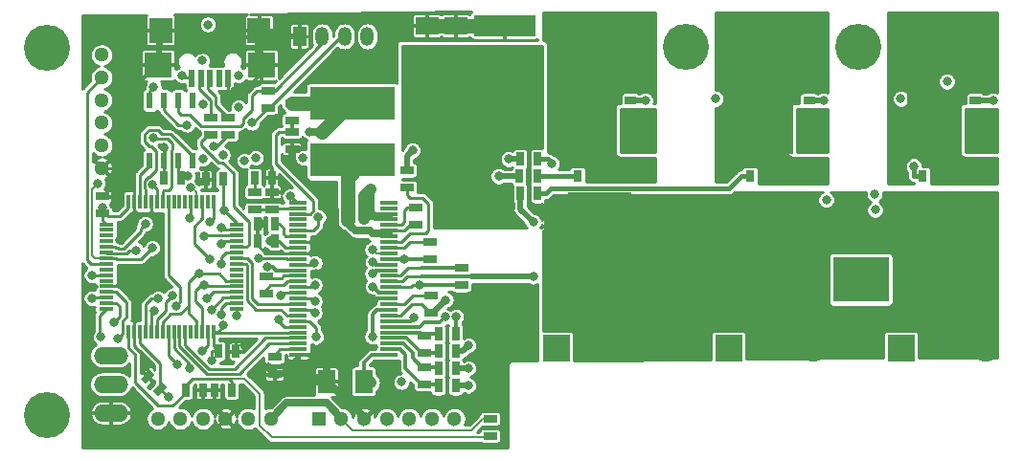
<source format=gtl>
G04 #@! TF.GenerationSoftware,KiCad,Pcbnew,(5.0.0-3-g5ebb6b6)*
G04 #@! TF.CreationDate,2018-09-28T14:58:41+02:00*
G04 #@! TF.ProjectId,VESC-5,564553432D352E6B696361645F706362,A*
G04 #@! TF.SameCoordinates,Original*
G04 #@! TF.FileFunction,Copper,L1,Top,Signal*
G04 #@! TF.FilePolarity,Positive*
%FSLAX46Y46*%
G04 Gerber Fmt 4.6, Leading zero omitted, Abs format (unit mm)*
G04 Created by KiCad (PCBNEW (5.0.0-3-g5ebb6b6)) date 2018 September 28, Friday 14:58:41*
%MOMM*%
%LPD*%
G01*
G04 APERTURE LIST*
G04 #@! TA.AperFunction,SMDPad,CuDef*
%ADD10R,0.635000X1.143000*%
G04 #@! TD*
G04 #@! TA.AperFunction,ComponentPad*
%ADD11C,4.064000*%
G04 #@! TD*
G04 #@! TA.AperFunction,ComponentPad*
%ADD12R,2.400000X2.400000*%
G04 #@! TD*
G04 #@! TA.AperFunction,ComponentPad*
%ADD13C,2.400000*%
G04 #@! TD*
G04 #@! TA.AperFunction,SMDPad,CuDef*
%ADD14R,0.750000X1.000000*%
G04 #@! TD*
G04 #@! TA.AperFunction,SMDPad,CuDef*
%ADD15R,5.550000X4.530000*%
G04 #@! TD*
G04 #@! TA.AperFunction,SMDPad,CuDef*
%ADD16R,5.000000X4.000000*%
G04 #@! TD*
G04 #@! TA.AperFunction,SMDPad,CuDef*
%ADD17R,4.530000X5.550000*%
G04 #@! TD*
G04 #@! TA.AperFunction,SMDPad,CuDef*
%ADD18R,1.000000X0.750000*%
G04 #@! TD*
G04 #@! TA.AperFunction,ComponentPad*
%ADD19C,1.300480*%
G04 #@! TD*
G04 #@! TA.AperFunction,ComponentPad*
%ADD20R,1.198880X1.699260*%
G04 #@! TD*
G04 #@! TA.AperFunction,ComponentPad*
%ADD21O,1.198880X1.699260*%
G04 #@! TD*
G04 #@! TA.AperFunction,ComponentPad*
%ADD22O,3.048000X1.524000*%
G04 #@! TD*
G04 #@! TA.AperFunction,SMDPad,CuDef*
%ADD23R,5.499100X1.849120*%
G04 #@! TD*
G04 #@! TA.AperFunction,SMDPad,CuDef*
%ADD24R,7.498080X2.997200*%
G04 #@! TD*
G04 #@! TA.AperFunction,SMDPad,CuDef*
%ADD25R,1.300480X0.300000*%
G04 #@! TD*
G04 #@! TA.AperFunction,SMDPad,CuDef*
%ADD26R,0.300000X1.300480*%
G04 #@! TD*
G04 #@! TA.AperFunction,SMDPad,CuDef*
%ADD27R,1.501140X0.299720*%
G04 #@! TD*
G04 #@! TA.AperFunction,SMDPad,CuDef*
%ADD28R,3.599180X7.000240*%
G04 #@! TD*
G04 #@! TA.AperFunction,SMDPad,CuDef*
%ADD29R,2.032000X1.524000*%
G04 #@! TD*
G04 #@! TA.AperFunction,SMDPad,CuDef*
%ADD30R,1.524000X2.032000*%
G04 #@! TD*
G04 #@! TA.AperFunction,SMDPad,CuDef*
%ADD31R,1.143000X0.635000*%
G04 #@! TD*
G04 #@! TA.AperFunction,SMDPad,CuDef*
%ADD32R,0.599440X1.399540*%
G04 #@! TD*
G04 #@! TA.AperFunction,ComponentPad*
%ADD33R,1.300000X1.300000*%
G04 #@! TD*
G04 #@! TA.AperFunction,ComponentPad*
%ADD34C,1.300000*%
G04 #@! TD*
G04 #@! TA.AperFunction,SMDPad,CuDef*
%ADD35C,0.635000*%
G04 #@! TD*
G04 #@! TA.AperFunction,Conductor*
%ADD36C,0.100000*%
G04 #@! TD*
G04 #@! TA.AperFunction,SMDPad,CuDef*
%ADD37R,0.500000X1.500000*%
G04 #@! TD*
G04 #@! TA.AperFunction,SMDPad,CuDef*
%ADD38R,2.400000X2.200000*%
G04 #@! TD*
G04 #@! TA.AperFunction,SMDPad,CuDef*
%ADD39R,2.000000X2.200000*%
G04 #@! TD*
G04 #@! TA.AperFunction,ViaPad*
%ADD40C,0.800000*%
G04 #@! TD*
G04 #@! TA.AperFunction,Conductor*
%ADD41C,0.508000*%
G04 #@! TD*
G04 #@! TA.AperFunction,Conductor*
%ADD42C,0.635000*%
G04 #@! TD*
G04 #@! TA.AperFunction,Conductor*
%ADD43C,1.270000*%
G04 #@! TD*
G04 #@! TA.AperFunction,Conductor*
%ADD44C,0.304800*%
G04 #@! TD*
G04 #@! TA.AperFunction,Conductor*
%ADD45C,0.254000*%
G04 #@! TD*
G04 #@! TA.AperFunction,Conductor*
%ADD46C,1.016000*%
G04 #@! TD*
G04 #@! TA.AperFunction,Conductor*
%ADD47C,0.203200*%
G04 #@! TD*
G04 #@! TA.AperFunction,Conductor*
%ADD48C,0.406400*%
G04 #@! TD*
G04 APERTURE END LIST*
D10*
G04 #@! TO.P,R34,2*
G04 #@! TO.N,/Mosfet driver/M_H2*
X191389000Y-100584000D03*
G04 #@! TO.P,R34,1*
G04 #@! TO.N,Net-(Q3-PadG)*
X192913000Y-100584000D03*
G04 #@! TD*
G04 #@! TO.P,R28,2*
G04 #@! TO.N,/Mosfet driver/M_H1*
X191389000Y-97536000D03*
G04 #@! TO.P,R28,1*
G04 #@! TO.N,Net-(Q1-PadG)*
X192913000Y-97536000D03*
G04 #@! TD*
D11*
G04 #@! TO.P,1PIN,1*
G04 #@! TO.N,N/C*
X205994000Y-87630000D03*
G04 #@! TD*
G04 #@! TO.P,1PIN,1*
G04 #@! TO.N,N/C*
X221234000Y-87630000D03*
G04 #@! TD*
D10*
G04 #@! TO.P,R42,2*
G04 #@! TO.N,/Mosfet driver/M_H3*
X191291116Y-99060000D03*
G04 #@! TO.P,R42,1*
G04 #@! TO.N,Net-(Q5-PadG)*
X192913000Y-99060000D03*
G04 #@! TD*
D12*
G04 #@! TO.P,C46,1*
G04 #@! TO.N,GND*
X225044000Y-114300000D03*
D13*
G04 #@! TO.P,C46,2*
G04 #@! TO.N,V_SUPPLY*
X232544000Y-114300000D03*
G04 #@! TD*
G04 #@! TO.P,C45,2*
G04 #@! TO.N,V_SUPPLY*
X217304000Y-114300000D03*
D12*
G04 #@! TO.P,C45,1*
G04 #@! TO.N,GND*
X209804000Y-114300000D03*
G04 #@! TD*
D14*
G04 #@! TO.P,Q1,G*
G04 #@! TO.N,Net-(Q1-PadG)*
X226949000Y-99059000D03*
G04 #@! TO.P,Q1,S*
G04 #@! TO.N,/Mosfet driver/H1_VS*
X228219000Y-99059000D03*
X229489000Y-99059000D03*
X230759000Y-99059000D03*
D15*
G04 #@! TO.P,Q1,D*
G04 #@! TO.N,V_SUPPLY*
X228854000Y-102789000D03*
G04 #@! TD*
D16*
G04 #@! TO.P,P7,1*
G04 #@! TO.N,/Mosfet driver/H2_VS*
X213614000Y-87630000D03*
G04 #@! TD*
G04 #@! TO.P,P9,1*
G04 #@! TO.N,/Mosfet driver/H1_VS*
X228854000Y-87630000D03*
G04 #@! TD*
G04 #@! TO.P,P6,1*
G04 #@! TO.N,/Mosfet driver/H3_VS*
X198374000Y-87630000D03*
G04 #@! TD*
D17*
G04 #@! TO.P,Q2,D*
G04 #@! TO.N,/Mosfet driver/H1_VS*
X227871500Y-94282000D03*
D18*
G04 #@! TO.P,Q2,S*
G04 #@! TO.N,/Mosfet driver/H1_LOW*
X231601500Y-96187000D03*
X231601500Y-94917000D03*
X231601500Y-93647000D03*
G04 #@! TO.P,Q2,G*
G04 #@! TO.N,Net-(Q2-PadG)*
X231601500Y-92377000D03*
G04 #@! TD*
D15*
G04 #@! TO.P,Q3,D*
G04 #@! TO.N,V_SUPPLY*
X213614000Y-102789000D03*
D14*
G04 #@! TO.P,Q3,S*
G04 #@! TO.N,/Mosfet driver/H2_VS*
X215519000Y-99059000D03*
X214249000Y-99059000D03*
X212979000Y-99059000D03*
G04 #@! TO.P,Q3,G*
G04 #@! TO.N,Net-(Q3-PadG)*
X211709000Y-99059000D03*
G04 #@! TD*
D13*
G04 #@! TO.P,C42,2*
G04 #@! TO.N,V_SUPPLY*
X202064000Y-114300000D03*
D12*
G04 #@! TO.P,C42,1*
G04 #@! TO.N,GND*
X194564000Y-114300000D03*
G04 #@! TD*
D18*
G04 #@! TO.P,Q6,G*
G04 #@! TO.N,Net-(Q6-PadG)*
X201121500Y-92377000D03*
G04 #@! TO.P,Q6,S*
G04 #@! TO.N,/Mosfet driver/H3_LOW*
X201121500Y-93647000D03*
X201121500Y-94917000D03*
X201121500Y-96187000D03*
D17*
G04 #@! TO.P,Q6,D*
G04 #@! TO.N,/Mosfet driver/H3_VS*
X197391500Y-94282000D03*
G04 #@! TD*
D18*
G04 #@! TO.P,Q4,G*
G04 #@! TO.N,Net-(Q4-PadG)*
X216917000Y-92377000D03*
G04 #@! TO.P,Q4,S*
G04 #@! TO.N,GND*
X216917000Y-93647000D03*
X216917000Y-94917000D03*
X216917000Y-96187000D03*
D17*
G04 #@! TO.P,Q4,D*
G04 #@! TO.N,/Mosfet driver/H2_VS*
X213187000Y-94282000D03*
G04 #@! TD*
D15*
G04 #@! TO.P,Q5,D*
G04 #@! TO.N,V_SUPPLY*
X198374000Y-102789000D03*
D14*
G04 #@! TO.P,Q5,S*
G04 #@! TO.N,/Mosfet driver/H3_VS*
X200279000Y-99059000D03*
X199009000Y-99059000D03*
X197739000Y-99059000D03*
G04 #@! TO.P,Q5,G*
G04 #@! TO.N,Net-(Q5-PadG)*
X196469000Y-99059000D03*
G04 #@! TD*
D19*
G04 #@! TO.P,P1,3*
G04 #@! TO.N,/Filters/HALL1_IN*
X154392000Y-92322240D03*
G04 #@! TO.P,P1,4*
G04 #@! TO.N,/Filters/HALL2_IN*
X154392000Y-94323760D03*
G04 #@! TO.P,P1,5*
G04 #@! TO.N,/Filters/HALL3_IN*
X154392000Y-96322740D03*
G04 #@! TO.P,P1,6*
G04 #@! TO.N,GND*
X154392000Y-98324260D03*
G04 #@! TO.P,P1,2*
G04 #@! TO.N,/Filters/TEMP_IN*
X154392000Y-90323260D03*
G04 #@! TO.P,P1,1*
G04 #@! TO.N,+5V*
X154392000Y-88321740D03*
G04 #@! TD*
D20*
G04 #@! TO.P,P101,1*
G04 #@! TO.N,GND*
X171863720Y-86673000D03*
D21*
G04 #@! TO.P,P101,3*
G04 #@! TO.N,/CAN bus transceiver/CANH*
X175866760Y-86673000D03*
G04 #@! TO.P,P101,2*
G04 #@! TO.N,/CAN bus transceiver/CANL*
X173865240Y-86673000D03*
G04 #@! TO.P,P101,4*
G04 #@! TO.N,+5V*
X177865740Y-86673000D03*
G04 #@! TD*
D19*
G04 #@! TO.P,P2,3*
G04 #@! TO.N,GND*
X165338760Y-120523000D03*
G04 #@! TO.P,P2,4*
G04 #@! TO.N,SWDIO*
X163337240Y-120523000D03*
G04 #@! TO.P,P2,5*
G04 #@! TO.N,NRST*
X161338260Y-120523000D03*
G04 #@! TO.P,P2,6*
G04 #@! TO.N,Net-(P2-Pad6)*
X159336740Y-120523000D03*
G04 #@! TO.P,P2,2*
G04 #@! TO.N,SWCLK*
X167337740Y-120523000D03*
G04 #@! TO.P,P2,1*
G04 #@! TO.N,VCC*
X169339260Y-120523000D03*
G04 #@! TD*
D22*
G04 #@! TO.P,K1,1*
G04 #@! TO.N,Net-(K1-Pad1)*
X155194000Y-114935000D03*
G04 #@! TO.P,K1,2*
G04 #@! TO.N,+5V*
X155194000Y-117475000D03*
G04 #@! TO.P,K1,3*
G04 #@! TO.N,GND*
X155194000Y-120015000D03*
G04 #@! TD*
D23*
G04 #@! TO.P,C37,1*
G04 #@! TO.N,GND*
X189992000Y-85725000D03*
G04 #@! TO.P,C37,2*
G04 #@! TO.N,V_SUPPLY*
X189992000Y-90876120D03*
G04 #@! TD*
D24*
G04 #@! TO.P,L1,1*
G04 #@! TO.N,Net-(C27-Pad1)*
X176530000Y-97622360D03*
G04 #@! TO.P,L1,2*
G04 #@! TO.N,+5V*
X176530000Y-92623640D03*
G04 #@! TD*
D16*
G04 #@! TO.P,P5,1*
G04 #@! TO.N,GND*
X221488000Y-108204000D03*
G04 #@! TD*
D25*
G04 #@! TO.P,U1,4*
G04 #@! TO.N,Net-(U1-Pad4)*
X154777440Y-104810560D03*
G04 #@! TO.P,U1,5*
G04 #@! TO.N,Net-(C15-Pad1)*
X154777440Y-105310940D03*
G04 #@! TO.P,U1,6*
G04 #@! TO.N,Net-(C38-Pad1)*
X154777440Y-105811320D03*
G04 #@! TO.P,U1,7*
G04 #@! TO.N,NRST*
X154777440Y-106311700D03*
G04 #@! TO.P,U1,8*
G04 #@! TO.N,/Filters/TEMP_IN*
X154777440Y-106812080D03*
G04 #@! TO.P,U1,1*
G04 #@! TO.N,VCC*
X154777440Y-103311960D03*
G04 #@! TO.P,U1,2*
G04 #@! TO.N,Net-(U1-Pad2)*
X154777440Y-103809800D03*
G04 #@! TO.P,U1,3*
G04 #@! TO.N,Net-(U1-Pad3)*
X154777440Y-104310180D03*
D26*
G04 #@! TO.P,U1,17*
G04 #@! TO.N,/MCU/ADC_TEMP*
X156778960Y-112811560D03*
G04 #@! TO.P,U1,18*
G04 #@! TO.N,GND*
X157276800Y-112811560D03*
G04 #@! TO.P,U1,19*
G04 #@! TO.N,VCC*
X157777180Y-112811560D03*
G04 #@! TO.P,U1,20*
G04 #@! TO.N,/TX_SDA*
X158277560Y-112811560D03*
G04 #@! TO.P,U1,21*
G04 #@! TO.N,/SCK_ADC_EXT*
X158777940Y-112811560D03*
G04 #@! TO.P,U1,22*
G04 #@! TO.N,/MISO_RX_SCL*
X159278320Y-112811560D03*
G04 #@! TO.P,U1,23*
G04 #@! TO.N,/RX_SCL_MOSI*
X159778700Y-112811560D03*
G04 #@! TO.P,U1,24*
G04 #@! TO.N,/MCU/LED_GREEN*
X160279080Y-112811560D03*
D25*
G04 #@! TO.P,U1,33*
G04 #@! TO.N,/MCU/DC_CAL*
X166278560Y-110810040D03*
G04 #@! TO.P,U1,34*
G04 #@! TO.N,/MCU/L3*
X166278560Y-110312200D03*
G04 #@! TO.P,U1,35*
G04 #@! TO.N,/MCU/L2*
X166278560Y-109811820D03*
G04 #@! TO.P,U1,36*
G04 #@! TO.N,/MCU/L1*
X166278560Y-109311440D03*
G04 #@! TO.P,U1,37*
G04 #@! TO.N,/TX_SDA*
X166278560Y-108811060D03*
G04 #@! TO.P,U1,38*
G04 #@! TO.N,/RX_SCL_MOSI*
X166278560Y-108310680D03*
G04 #@! TO.P,U1,39*
G04 #@! TO.N,Net-(U1-Pad39)*
X166278560Y-107810300D03*
G04 #@! TO.P,U1,40*
G04 #@! TO.N,Net-(U1-Pad40)*
X166278560Y-107309920D03*
D26*
G04 #@! TO.P,U1,49*
G04 #@! TO.N,SWCLK*
X164277040Y-101310440D03*
G04 #@! TO.P,U1,50*
G04 #@! TO.N,Net-(U1-Pad50)*
X163779200Y-101310440D03*
G04 #@! TO.P,U1,51*
G04 #@! TO.N,/MCU/EN_GATE*
X163278820Y-101310440D03*
G04 #@! TO.P,U1,52*
G04 #@! TO.N,/Filters/HALL3_OUT*
X162778440Y-101310440D03*
G04 #@! TO.P,U1,53*
G04 #@! TO.N,/MCU/FAULT*
X162278060Y-101310440D03*
G04 #@! TO.P,U1,54*
G04 #@! TO.N,Net-(U1-Pad54)*
X161777680Y-101310440D03*
G04 #@! TO.P,U1,55*
G04 #@! TO.N,Net-(U1-Pad55)*
X161277300Y-101310440D03*
G04 #@! TO.P,U1,56*
G04 #@! TO.N,Net-(U1-Pad56)*
X160776920Y-101310440D03*
D25*
G04 #@! TO.P,U1,9*
G04 #@! TO.N,Net-(U1-Pad9)*
X154777440Y-107309920D03*
G04 #@! TO.P,U1,10*
G04 #@! TO.N,/MCU/AN_IN*
X154777440Y-107810300D03*
G04 #@! TO.P,U1,11*
G04 #@! TO.N,Net-(U1-Pad11)*
X154777440Y-108310680D03*
D26*
G04 #@! TO.P,U1,25*
G04 #@! TO.N,/MCU/LED_RED*
X160776920Y-112811560D03*
G04 #@! TO.P,U1,26*
G04 #@! TO.N,/MCU/BR_SO2*
X161277300Y-112811560D03*
G04 #@! TO.P,U1,27*
G04 #@! TO.N,/MCU/BR_SO1*
X161777680Y-112811560D03*
D25*
G04 #@! TO.P,U1,41*
G04 #@! TO.N,/MCU/H3*
X166278560Y-106812080D03*
G04 #@! TO.P,U1,42*
G04 #@! TO.N,/MCU/H2*
X166278560Y-106311700D03*
G04 #@! TO.P,U1,43*
G04 #@! TO.N,/MCU/H1*
X166278560Y-105811320D03*
D26*
G04 #@! TO.P,U1,57*
G04 #@! TO.N,/MCU/SERVO*
X160279080Y-101310440D03*
G04 #@! TO.P,U1,58*
G04 #@! TO.N,/Filters/HALL1_OUT*
X159778700Y-101310440D03*
G04 #@! TO.P,U1,59*
G04 #@! TO.N,/Filters/HALL2_OUT*
X159278320Y-101310440D03*
D25*
G04 #@! TO.P,U1,12*
G04 #@! TO.N,GND*
X154777440Y-108811060D03*
G04 #@! TO.P,U1,13*
G04 #@! TO.N,VCC*
X154777440Y-109311440D03*
G04 #@! TO.P,U1,14*
G04 #@! TO.N,/MCU/SENS3*
X154777440Y-109811820D03*
G04 #@! TO.P,U1,15*
G04 #@! TO.N,/MCU/SENS2*
X154777440Y-110312200D03*
G04 #@! TO.P,U1,16*
G04 #@! TO.N,/MCU/SENS1*
X154777440Y-110810040D03*
D26*
G04 #@! TO.P,U1,28*
G04 #@! TO.N,Net-(U1-Pad28)*
X162278060Y-112811560D03*
G04 #@! TO.P,U1,29*
G04 #@! TO.N,/RX_SCL_MOSI*
X162778440Y-112811560D03*
G04 #@! TO.P,U1,30*
G04 #@! TO.N,/TX_SDA*
X163278820Y-112811560D03*
G04 #@! TO.P,U1,31*
G04 #@! TO.N,Net-(C16-Pad1)*
X163779200Y-112811560D03*
G04 #@! TO.P,U1,32*
G04 #@! TO.N,VCC*
X164277040Y-112811560D03*
D25*
G04 #@! TO.P,U1,44*
G04 #@! TO.N,/MCU/USB_DM*
X166278560Y-105310940D03*
G04 #@! TO.P,U1,45*
G04 #@! TO.N,/MCU/USB_DP*
X166278560Y-104810560D03*
G04 #@! TO.P,U1,46*
G04 #@! TO.N,SWDIO*
X166278560Y-104310180D03*
G04 #@! TO.P,U1,47*
G04 #@! TO.N,Net-(C17-Pad1)*
X166278560Y-103809800D03*
G04 #@! TO.P,U1,48*
G04 #@! TO.N,VCC*
X166278560Y-103311960D03*
D26*
G04 #@! TO.P,U1,60*
G04 #@! TO.N,GND*
X158777940Y-101310440D03*
G04 #@! TO.P,U1,61*
G04 #@! TO.N,/CAN bus transceiver/CAN_RX*
X158277560Y-101310440D03*
G04 #@! TO.P,U1,62*
G04 #@! TO.N,/CAN bus transceiver/CAN_TX*
X157777180Y-101310440D03*
G04 #@! TO.P,U1,63*
G04 #@! TO.N,GND*
X157276800Y-101310440D03*
G04 #@! TO.P,U1,64*
G04 #@! TO.N,VCC*
X156778960Y-101310440D03*
G04 #@! TD*
D27*
G04 #@! TO.P,U3,38*
G04 #@! TO.N,Net-(C30-Pad2)*
X179768500Y-110380780D03*
G04 #@! TO.P,U3,39*
G04 #@! TO.N,GND*
X179768500Y-109880400D03*
G04 #@! TO.P,U3,40*
G04 #@! TO.N,/Mosfet driver/M_L2*
X179768500Y-109380020D03*
G04 #@! TO.P,U3,41*
G04 #@! TO.N,/Mosfet driver/H2_VS*
X179768500Y-108879640D03*
G04 #@! TO.P,U3,42*
G04 #@! TO.N,/Mosfet driver/M_H2*
X179768500Y-108379260D03*
G04 #@! TO.P,U3,43*
G04 #@! TO.N,Net-(C29-Pad2)*
X179768500Y-107881420D03*
G04 #@! TO.P,U3,44*
G04 #@! TO.N,/Mosfet driver/H1_LOW*
X179768500Y-107381040D03*
G04 #@! TO.P,U3,45*
G04 #@! TO.N,/Mosfet driver/M_L1*
X179768500Y-106880660D03*
G04 #@! TO.P,U3,46*
G04 #@! TO.N,/Mosfet driver/H1_VS*
X179768500Y-106380280D03*
G04 #@! TO.P,U3,47*
G04 #@! TO.N,/Mosfet driver/M_H1*
X179768500Y-105879900D03*
G04 #@! TO.P,U3,48*
G04 #@! TO.N,Net-(C28-Pad2)*
X179768500Y-105379520D03*
G04 #@! TO.P,U3,29*
G04 #@! TO.N,V_SUPPLY*
X179768500Y-114879120D03*
G04 #@! TO.P,U3,30*
G04 #@! TO.N,Net-(C36-Pad2)*
X179768500Y-114381280D03*
G04 #@! TO.P,U3,31*
G04 #@! TO.N,Net-(C36-Pad1)*
X179768500Y-113880900D03*
G04 #@! TO.P,U3,17*
G04 #@! TO.N,/MCU/H1*
X171767500Y-109380020D03*
G04 #@! TO.P,U3,33*
G04 #@! TO.N,Net-(C34-Pad1)*
X179768500Y-112880140D03*
G04 #@! TO.P,U3,34*
G04 #@! TO.N,/Mosfet driver/H3_LOW*
X179768500Y-112379760D03*
G04 #@! TO.P,U3,35*
G04 #@! TO.N,/Mosfet driver/M_L3*
X179768500Y-111879380D03*
G04 #@! TO.P,U3,36*
G04 #@! TO.N,/Mosfet driver/H3_VS*
X179768500Y-111381540D03*
G04 #@! TO.P,U3,37*
G04 #@! TO.N,/Mosfet driver/M_H3*
X179768500Y-110881160D03*
G04 #@! TO.P,U3,12*
G04 #@! TO.N,/MCU/DC_CAL*
X171767500Y-106880660D03*
G04 #@! TO.P,U3,13*
G04 #@! TO.N,Net-(C18-Pad1)*
X171767500Y-107381040D03*
G04 #@! TO.P,U3,14*
G04 #@! TO.N,Net-(C22-Pad1)*
X171767500Y-107881420D03*
G04 #@! TO.P,U3,15*
G04 #@! TO.N,Net-(C22-Pad2)*
X171767500Y-108379260D03*
G04 #@! TO.P,U3,16*
G04 #@! TO.N,/MCU/EN_GATE*
X171767500Y-108879640D03*
G04 #@! TO.P,U3,32*
G04 #@! TO.N,Net-(C34-Pad2)*
X179768500Y-113380520D03*
G04 #@! TO.P,U3,18*
G04 #@! TO.N,/MCU/L1*
X171767500Y-109880400D03*
G04 #@! TO.P,U3,19*
G04 #@! TO.N,/MCU/H2*
X171767500Y-110380780D03*
G04 #@! TO.P,U3,20*
G04 #@! TO.N,/MCU/L2*
X171767500Y-110881160D03*
G04 #@! TO.P,U3,21*
G04 #@! TO.N,/MCU/H3*
X171767500Y-111381540D03*
G04 #@! TO.P,U3,22*
G04 #@! TO.N,/MCU/L3*
X171767500Y-111879380D03*
G04 #@! TO.P,U3,23*
G04 #@! TO.N,Net-(C20-Pad2)*
X171767500Y-112379760D03*
G04 #@! TO.P,U3,24*
G04 #@! TO.N,VCC*
X171767500Y-112880140D03*
G04 #@! TO.P,U3,1*
G04 #@! TO.N,Net-(R21-Pad2)*
X171767500Y-101381560D03*
G04 #@! TO.P,U3,2*
G04 #@! TO.N,Net-(C19-Pad2)*
X171767500Y-101879400D03*
G04 #@! TO.P,U3,3*
G04 #@! TO.N,Net-(R17-Pad2)*
X171767500Y-102379780D03*
G04 #@! TO.P,U3,4*
G04 #@! TO.N,Net-(U3-Pad4)*
X171767500Y-102880160D03*
G04 #@! TO.P,U3,5*
G04 #@! TO.N,Net-(U3-Pad5)*
X171767500Y-103380540D03*
G04 #@! TO.P,U3,6*
G04 #@! TO.N,/MCU/FAULT*
X171767500Y-103880920D03*
G04 #@! TO.P,U3,7*
G04 #@! TO.N,Net-(R20-Pad1)*
X171767500Y-104381300D03*
G04 #@! TO.P,U3,8*
G04 #@! TO.N,GND*
X171767500Y-104879140D03*
G04 #@! TO.P,U3,9*
G04 #@! TO.N,VCC*
X171767500Y-105379520D03*
G04 #@! TO.P,U3,10*
G04 #@! TO.N,GND*
X171767500Y-105879900D03*
G04 #@! TO.P,U3,11*
G04 #@! TO.N,Net-(C20-Pad2)*
X171767500Y-106380280D03*
G04 #@! TO.P,U3,25*
G04 #@! TO.N,/MCU/BR_SO1*
X171767500Y-113380520D03*
G04 #@! TO.P,U3,26*
G04 #@! TO.N,/MCU/BR_SO2*
X171767500Y-113880900D03*
G04 #@! TO.P,U3,27*
G04 #@! TO.N,Net-(C23-Pad2)*
X171767500Y-114381280D03*
G04 #@! TO.P,U3,28*
G04 #@! TO.N,GND*
X171767500Y-114879120D03*
G04 #@! TO.P,U3,49*
G04 #@! TO.N,Net-(R25-Pad2)*
X179768500Y-104879140D03*
G04 #@! TO.P,U3,50*
G04 #@! TO.N,Net-(C27-Pad1)*
X179768500Y-104381300D03*
G04 #@! TO.P,U3,51*
X179768500Y-103880920D03*
G04 #@! TO.P,U3,52*
G04 #@! TO.N,Net-(C27-Pad2)*
X179768500Y-103380540D03*
G04 #@! TO.P,U3,53*
G04 #@! TO.N,V_SUPPLY*
X179768500Y-102880160D03*
G04 #@! TO.P,U3,54*
X179768500Y-102379780D03*
G04 #@! TO.P,U3,55*
G04 #@! TO.N,Net-(U3-Pad55)*
X179768500Y-101879400D03*
G04 #@! TO.P,U3,56*
G04 #@! TO.N,Net-(U3-Pad56)*
X179768500Y-101381560D03*
D28*
G04 #@! TO.P,U3,57*
G04 #@! TO.N,GND*
X175768000Y-108077000D03*
G04 #@! TD*
D11*
G04 #@! TO.P,1PIN,1*
G04 #@! TO.N,N/C*
X149592000Y-120223000D03*
G04 #@! TD*
G04 #@! TO.P,1PIN,1*
G04 #@! TO.N,N/C*
X149592000Y-87723000D03*
G04 #@! TD*
D29*
G04 #@! TO.P,C1,1*
G04 #@! TO.N,GND*
X185674000Y-85725000D03*
G04 #@! TO.P,C1,2*
G04 #@! TO.N,V_SUPPLY*
X185674000Y-89027000D03*
G04 #@! TD*
G04 #@! TO.P,C8,1*
G04 #@! TO.N,GND*
X183134000Y-85725000D03*
G04 #@! TO.P,C8,2*
G04 #@! TO.N,V_SUPPLY*
X183134000Y-89027000D03*
G04 #@! TD*
D30*
G04 #@! TO.P,C39,1*
G04 #@! TO.N,GND*
X174244000Y-117221000D03*
G04 #@! TO.P,C39,2*
G04 #@! TO.N,V_SUPPLY*
X177546000Y-117221000D03*
G04 #@! TD*
D31*
G04 #@! TO.P,R1,1*
G04 #@! TO.N,VCC*
X188722000Y-120523000D03*
G04 #@! TO.P,R1,2*
G04 #@! TO.N,/MCU/ADC_TEMP*
X188722000Y-122047000D03*
G04 #@! TD*
D10*
G04 #@! TO.P,R2,1*
G04 #@! TO.N,/MCU/ADC_TEMP*
X161798000Y-117983000D03*
G04 #@! TO.P,R2,2*
G04 #@! TO.N,GND*
X163322000Y-117983000D03*
G04 #@! TD*
D31*
G04 #@! TO.P,R17,1*
G04 #@! TO.N,+5V*
X171196000Y-92583000D03*
G04 #@! TO.P,R17,2*
G04 #@! TO.N,Net-(R17-Pad2)*
X171196000Y-94107000D03*
G04 #@! TD*
G04 #@! TO.P,R18,1*
G04 #@! TO.N,Net-(R17-Pad2)*
X171196000Y-95123000D03*
G04 #@! TO.P,R18,2*
G04 #@! TO.N,GND*
X171196000Y-96647000D03*
G04 #@! TD*
G04 #@! TO.P,R19,1*
G04 #@! TO.N,Net-(C21-Pad2)*
X167894000Y-100457000D03*
G04 #@! TO.P,R19,2*
G04 #@! TO.N,Net-(C19-Pad2)*
X167894000Y-101981000D03*
G04 #@! TD*
D10*
G04 #@! TO.P,R20,1*
G04 #@! TO.N,Net-(R20-Pad1)*
X169672000Y-103251000D03*
G04 #@! TO.P,R20,2*
G04 #@! TO.N,GND*
X168148000Y-103251000D03*
G04 #@! TD*
D31*
G04 #@! TO.P,R25,1*
G04 #@! TO.N,GND*
X181356000Y-98552000D03*
G04 #@! TO.P,R25,2*
G04 #@! TO.N,Net-(R25-Pad2)*
X181356000Y-100076000D03*
G04 #@! TD*
D10*
G04 #@! TO.P,R48,1*
G04 #@! TO.N,/Mosfet driver/SH1_A*
X185674000Y-113030000D03*
G04 #@! TO.P,R48,2*
G04 #@! TO.N,Net-(C34-Pad1)*
X184150000Y-113030000D03*
G04 #@! TD*
G04 #@! TO.P,R49,1*
G04 #@! TO.N,/Mosfet driver/SH1_B*
X185674000Y-114554000D03*
G04 #@! TO.P,R49,2*
G04 #@! TO.N,Net-(C34-Pad2)*
X184150000Y-114554000D03*
G04 #@! TD*
G04 #@! TO.P,R50,1*
G04 #@! TO.N,/Mosfet driver/SH2_A*
X185674000Y-116078000D03*
G04 #@! TO.P,R50,2*
G04 #@! TO.N,Net-(C36-Pad1)*
X184150000Y-116078000D03*
G04 #@! TD*
G04 #@! TO.P,R51,1*
G04 #@! TO.N,/Mosfet driver/SH2_B*
X185674000Y-117602000D03*
G04 #@! TO.P,R51,2*
G04 #@! TO.N,Net-(C36-Pad2)*
X184150000Y-117602000D03*
G04 #@! TD*
D31*
G04 #@! TO.P,R103,1*
G04 #@! TO.N,/MCU/USB_DM*
X164042000Y-95385000D03*
G04 #@! TO.P,R103,2*
G04 #@! TO.N,Net-(R103-Pad2)*
X164042000Y-93861000D03*
G04 #@! TD*
G04 #@! TO.P,R104,1*
G04 #@! TO.N,/MCU/USB_DP*
X165592000Y-95385000D03*
G04 #@! TO.P,R104,2*
G04 #@! TO.N,Net-(R104-Pad2)*
X165592000Y-93861000D03*
G04 #@! TD*
G04 #@! TO.P,R401,1*
G04 #@! TO.N,/CAN bus transceiver/CANH*
X169092000Y-92985000D03*
G04 #@! TO.P,R401,2*
G04 #@! TO.N,/CAN bus transceiver/CANL*
X169092000Y-91461000D03*
G04 #@! TD*
D32*
G04 #@! TO.P,U401,8*
G04 #@! TO.N,Net-(R402-Pad1)*
X158637000Y-92356000D03*
G04 #@! TO.P,U401,1*
G04 #@! TO.N,/CAN bus transceiver/CAN_TX*
X158637000Y-97690000D03*
G04 #@! TO.P,U401,7*
G04 #@! TO.N,/CAN bus transceiver/CANH*
X159907000Y-92356000D03*
G04 #@! TO.P,U401,6*
G04 #@! TO.N,/CAN bus transceiver/CANL*
X161177000Y-92356000D03*
G04 #@! TO.P,U401,5*
G04 #@! TO.N,Net-(U401-Pad5)*
X162447000Y-92356000D03*
G04 #@! TO.P,U401,2*
G04 #@! TO.N,GND*
X159907000Y-97690000D03*
G04 #@! TO.P,U401,3*
G04 #@! TO.N,VCC*
X161177000Y-97690000D03*
G04 #@! TO.P,U401,4*
G04 #@! TO.N,/CAN bus transceiver/CAN_RX*
X162447000Y-97690000D03*
G04 #@! TD*
D33*
G04 #@! TO.P,P3,1*
G04 #@! TO.N,+5V*
X173573440Y-120523000D03*
D34*
G04 #@! TO.P,P3,3*
G04 #@! TO.N,GND*
X177576480Y-120523000D03*
G04 #@! TO.P,P3,2*
G04 #@! TO.N,VCC*
X175574960Y-120523000D03*
G04 #@! TO.P,P3,4*
G04 #@! TO.N,/SCK_ADC_EXT*
X179575460Y-120523000D03*
G04 #@! TO.P,P3,5*
G04 #@! TO.N,/TX_SDA*
X181576980Y-120523000D03*
G04 #@! TO.P,P3,6*
G04 #@! TO.N,/RX_SCL_MOSI*
X183578500Y-120523000D03*
G04 #@! TO.P,P3,7*
G04 #@! TO.N,/MISO_RX_SCL*
X185577480Y-120523000D03*
G04 #@! TD*
D10*
G04 #@! TO.P,C401,1*
G04 #@! TO.N,VCC*
X161404000Y-99223000D03*
G04 #@! TO.P,C401,2*
G04 #@! TO.N,GND*
X159880000Y-99223000D03*
G04 #@! TD*
G04 #@! TO.P,C41,1*
G04 #@! TO.N,/MCU/ADC_TEMP*
X165862000Y-117983000D03*
G04 #@! TO.P,C41,2*
G04 #@! TO.N,GND*
X164338000Y-117983000D03*
G04 #@! TD*
D31*
G04 #@! TO.P,C36,1*
G04 #@! TO.N,Net-(C36-Pad1)*
X182880000Y-115951000D03*
G04 #@! TO.P,C36,2*
G04 #@! TO.N,Net-(C36-Pad2)*
X182880000Y-117475000D03*
G04 #@! TD*
G04 #@! TO.P,C35,1*
G04 #@! TO.N,GND*
X154432000Y-100838000D03*
G04 #@! TO.P,C35,2*
G04 #@! TO.N,VCC*
X154432000Y-102362000D03*
G04 #@! TD*
G04 #@! TO.P,C34,1*
G04 #@! TO.N,Net-(C34-Pad1)*
X182880000Y-113157000D03*
G04 #@! TO.P,C34,2*
G04 #@! TO.N,Net-(C34-Pad2)*
X182880000Y-114681000D03*
G04 #@! TD*
G04 #@! TO.P,C30,1*
G04 #@! TO.N,/Mosfet driver/H3_VS*
X183515000Y-111125000D03*
G04 #@! TO.P,C30,2*
G04 #@! TO.N,Net-(C30-Pad2)*
X183515000Y-109601000D03*
G04 #@! TD*
G04 #@! TO.P,C29,1*
G04 #@! TO.N,/Mosfet driver/H2_VS*
X186182000Y-108712000D03*
G04 #@! TO.P,C29,2*
G04 #@! TO.N,Net-(C29-Pad2)*
X186182000Y-107188000D03*
G04 #@! TD*
G04 #@! TO.P,C28,1*
G04 #@! TO.N,/Mosfet driver/H1_VS*
X183388000Y-106426000D03*
G04 #@! TO.P,C28,2*
G04 #@! TO.N,Net-(C28-Pad2)*
X183388000Y-104902000D03*
G04 #@! TD*
G04 #@! TO.P,C27,1*
G04 #@! TO.N,Net-(C27-Pad1)*
X182118000Y-103378000D03*
G04 #@! TO.P,C27,2*
G04 #@! TO.N,Net-(C27-Pad2)*
X182118000Y-101854000D03*
G04 #@! TD*
G04 #@! TO.P,C23,1*
G04 #@! TO.N,GND*
X169672000Y-116586000D03*
G04 #@! TO.P,C23,2*
G04 #@! TO.N,Net-(C23-Pad2)*
X169672000Y-115062000D03*
G04 #@! TD*
G04 #@! TO.P,C22,1*
G04 #@! TO.N,Net-(C22-Pad1)*
X168910000Y-107950000D03*
G04 #@! TO.P,C22,2*
G04 #@! TO.N,Net-(C22-Pad2)*
X168910000Y-109474000D03*
G04 #@! TD*
D10*
G04 #@! TO.P,C21,1*
G04 #@! TO.N,GND*
X169418000Y-99187000D03*
G04 #@! TO.P,C21,2*
G04 #@! TO.N,Net-(C21-Pad2)*
X167894000Y-99187000D03*
G04 #@! TD*
D31*
G04 #@! TO.P,C19,1*
G04 #@! TO.N,GND*
X169418000Y-100457000D03*
G04 #@! TO.P,C19,2*
G04 #@! TO.N,Net-(C19-Pad2)*
X169418000Y-101981000D03*
G04 #@! TD*
D10*
G04 #@! TO.P,C13,1*
G04 #@! TO.N,GND*
X163576000Y-99314000D03*
G04 #@! TO.P,C13,2*
G04 #@! TO.N,VCC*
X165100000Y-99314000D03*
G04 #@! TD*
G04 #@! TO.P,C12,1*
G04 #@! TO.N,GND*
X168148000Y-104775000D03*
G04 #@! TO.P,C12,2*
G04 #@! TO.N,VCC*
X169672000Y-104775000D03*
G04 #@! TD*
D35*
G04 #@! TO.P,C11,1*
G04 #@! TO.N,GND*
X158465185Y-116809185D03*
D36*
G04 #@! TD*
G04 #@! TO.N,GND*
G04 #@! TO.C,C11*
G36*
X157836567Y-116988790D02*
X158644790Y-116180567D01*
X159093803Y-116629580D01*
X158285580Y-117437803D01*
X157836567Y-116988790D01*
X157836567Y-116988790D01*
G37*
D35*
G04 #@! TO.P,C11,2*
G04 #@! TO.N,VCC*
X159542815Y-117886815D03*
D36*
G04 #@! TD*
G04 #@! TO.N,VCC*
G04 #@! TO.C,C11*
G36*
X158914197Y-118066420D02*
X159722420Y-117258197D01*
X160171433Y-117707210D01*
X159363210Y-118515433D01*
X158914197Y-118066420D01*
X158914197Y-118066420D01*
G37*
D10*
G04 #@! TO.P,C10,1*
G04 #@! TO.N,GND*
X166243000Y-114554000D03*
G04 #@! TO.P,C10,2*
G04 #@! TO.N,VCC*
X164719000Y-114554000D03*
G04 #@! TD*
D37*
G04 #@! TO.P,X1,1*
G04 #@! TO.N,Net-(R6-Pad1)*
X162357000Y-90400000D03*
G04 #@! TO.P,X1,2*
G04 #@! TO.N,Net-(R103-Pad2)*
X163157000Y-90400000D03*
G04 #@! TO.P,X1,3*
G04 #@! TO.N,Net-(R104-Pad2)*
X163957000Y-90400000D03*
G04 #@! TO.P,X1,4*
G04 #@! TO.N,Net-(X1-Pad4)*
X164757000Y-90400000D03*
G04 #@! TO.P,X1,5*
G04 #@! TO.N,GND*
X165557000Y-90400000D03*
D38*
X168507000Y-89200000D03*
X159407000Y-89200000D03*
D39*
X168307000Y-86125000D03*
X159607000Y-86125000D03*
G04 #@! TD*
D16*
G04 #@! TO.P,P4,1*
G04 #@! TO.N,V_SUPPLY*
X205740000Y-108204000D03*
G04 #@! TD*
D40*
G04 #@! TO.N,V_SUPPLY*
X207772000Y-109728000D03*
X206756000Y-109728000D03*
X205740000Y-109728000D03*
X204724000Y-109728000D03*
X203708000Y-109728000D03*
X203708000Y-108712000D03*
X204724000Y-108712000D03*
X205740000Y-108712000D03*
X206756000Y-108712000D03*
X207772000Y-108712000D03*
X207772000Y-107696000D03*
X206756000Y-107696000D03*
X205740000Y-107696000D03*
X204724000Y-107696000D03*
X203708000Y-107696000D03*
X203708000Y-106680000D03*
X204724000Y-106680000D03*
X205740000Y-106680000D03*
X206756000Y-106680000D03*
X207772000Y-106680000D03*
G04 #@! TO.N,GND*
X219456000Y-109728000D03*
X220472000Y-109728000D03*
X221488000Y-109728000D03*
X222504000Y-109728000D03*
X223520000Y-109728000D03*
X221488000Y-108712000D03*
X220472000Y-108712000D03*
X219456000Y-108712000D03*
X219456000Y-107696000D03*
X220472000Y-107696000D03*
X221488000Y-107696000D03*
X222504000Y-107696000D03*
X222504000Y-108712000D03*
X223520000Y-108712000D03*
X223520000Y-107696000D03*
X223520000Y-106680000D03*
X222504000Y-106680000D03*
X221488000Y-106680000D03*
X220472000Y-106680000D03*
X219456000Y-106680000D03*
X218186000Y-94996000D03*
X218186000Y-96266000D03*
X218186000Y-93726000D03*
G04 #@! TO.N,/Mosfet driver/H1_LOW*
X233172000Y-96266000D03*
X233172000Y-94996000D03*
X233172000Y-93726000D03*
G04 #@! TO.N,/Mosfet driver/H3_LOW*
X202438000Y-96266000D03*
X202438000Y-93726000D03*
X202438000Y-94996000D03*
G04 #@! TO.N,+5V*
X173863000Y-95123000D03*
X172792000Y-95123000D03*
X163792000Y-85623000D03*
X176657000Y-92202000D03*
G04 #@! TO.N,GND*
X173355000Y-107696000D03*
X158750000Y-109093000D03*
X166974994Y-114040006D03*
X176403000Y-109982000D03*
X178370416Y-109932331D03*
X156005482Y-104735630D03*
X169136032Y-116005385D03*
X168907782Y-98046218D03*
X172212000Y-117094000D03*
X173228000Y-117094000D03*
X174752000Y-104775000D03*
X168529000Y-103251000D03*
X174117000Y-105537000D03*
X163038706Y-99544003D03*
X165392000Y-92523000D03*
X159920655Y-96478293D03*
X159893000Y-94361000D03*
X160487501Y-91151238D03*
X181864000Y-96774000D03*
G04 #@! TO.N,NRST*
X158860515Y-105410000D03*
X154051000Y-99695000D03*
G04 #@! TO.N,Net-(C15-Pad1)*
X158242000Y-103251000D03*
G04 #@! TO.N,Net-(C16-Pad1)*
X163261565Y-114509870D03*
G04 #@! TO.N,Net-(C17-Pad1)*
X164992000Y-103573000D03*
G04 #@! TO.N,Net-(C18-Pad1)*
X169037000Y-107054698D03*
G04 #@! TO.N,Net-(C20-Pad2)*
X168257747Y-106355231D03*
X170053000Y-111760000D03*
G04 #@! TO.N,Net-(C27-Pad1)*
X176657000Y-98171000D03*
X176657000Y-97028000D03*
G04 #@! TO.N,Net-(C38-Pad1)*
X157400094Y-105597925D03*
G04 #@! TO.N,Net-(Q1-PadG)*
X194183000Y-97917000D03*
X226187000Y-98171000D03*
G04 #@! TO.N,Net-(Q2-PadG)*
X233172000Y-92329000D03*
G04 #@! TO.N,Net-(Q4-PadG)*
X218186000Y-92329000D03*
G04 #@! TO.N,Net-(Q6-PadG)*
X202438000Y-92329000D03*
G04 #@! TO.N,Net-(R21-Pad2)*
X171069000Y-100838000D03*
G04 #@! TO.N,Net-(R6-Pad1)*
X161492000Y-90123000D03*
G04 #@! TO.N,SWCLK*
X163957000Y-103124000D03*
G04 #@! TO.N,SWDIO*
X163449000Y-104394000D03*
G04 #@! TO.N,VCC*
X160274000Y-118617988D03*
X164106883Y-115358117D03*
X165159107Y-112267996D03*
X172192000Y-97423000D03*
X161992000Y-99073000D03*
X154432000Y-101854000D03*
X169291000Y-104775000D03*
X165192000Y-102073000D03*
X155829751Y-113423501D03*
G04 #@! TO.N,V_SUPPLY*
X180899589Y-117272589D03*
X166497000Y-90123000D03*
X178181000Y-117348000D03*
X178181000Y-100203000D03*
X177546000Y-102870000D03*
X181483000Y-95377000D03*
G04 #@! TO.N,/MCU/AN_IN*
X153506180Y-107823000D03*
X163292000Y-88823000D03*
G04 #@! TO.N,/MCU/SERVO*
X160948262Y-110533799D03*
G04 #@! TO.N,/Mosfet driver/H1_VS*
X229870000Y-86106000D03*
X228854000Y-89154000D03*
X230886000Y-87122000D03*
X228854000Y-88138000D03*
X230886000Y-89154000D03*
X226822000Y-88138000D03*
X228854000Y-87122000D03*
X230886000Y-88138000D03*
X227838000Y-89154000D03*
X226822000Y-86106000D03*
X230886000Y-86106000D03*
X227838000Y-88138000D03*
X229870000Y-89154000D03*
X226822000Y-87122000D03*
X226822000Y-89154000D03*
X227838000Y-86106000D03*
X227838000Y-87122000D03*
X229870000Y-87122000D03*
X229870000Y-88138000D03*
X228854000Y-86106000D03*
X181101988Y-106426000D03*
X166497000Y-92964000D03*
X226314000Y-93218000D03*
X229362000Y-94234000D03*
X227330000Y-92202000D03*
X228346000Y-94234000D03*
X228346000Y-96266000D03*
X227330000Y-94234000D03*
X228346000Y-92202000D03*
X229362000Y-95250000D03*
X226314000Y-96266000D03*
X226314000Y-92202000D03*
X228346000Y-95250000D03*
X229362000Y-93218000D03*
X227330000Y-96266000D03*
X229362000Y-96266000D03*
X226314000Y-95250000D03*
X227330000Y-95250000D03*
X227330000Y-93218000D03*
X228346000Y-93218000D03*
X226314000Y-94234000D03*
G04 #@! TO.N,/Mosfet driver/H2_VS*
X213614000Y-87122000D03*
X211582000Y-88138000D03*
X212598000Y-87122000D03*
X213614000Y-88138000D03*
X213614000Y-89154000D03*
X211582000Y-87122000D03*
X215646000Y-88138000D03*
X214630000Y-87122000D03*
X213614000Y-86106000D03*
X212598000Y-88138000D03*
X214630000Y-89154000D03*
X215646000Y-89154000D03*
X212598000Y-89154000D03*
X215646000Y-87122000D03*
X215646000Y-86106000D03*
X211582000Y-89154000D03*
X214630000Y-88138000D03*
X214630000Y-86106000D03*
X212598000Y-86106000D03*
X211582000Y-86106000D03*
X167992000Y-97423000D03*
X212598000Y-94234000D03*
X213614000Y-96266000D03*
X212598000Y-95250000D03*
X213614000Y-94234000D03*
X214630000Y-94234000D03*
X212598000Y-96266000D03*
X213614000Y-92202000D03*
X212598000Y-93218000D03*
X211582000Y-94234000D03*
X213614000Y-95250000D03*
X214630000Y-93218000D03*
X214630000Y-92202000D03*
X214630000Y-95250000D03*
X212598000Y-92202000D03*
X211582000Y-92202000D03*
X214630000Y-96266000D03*
X213614000Y-93218000D03*
X211582000Y-93218000D03*
X211582000Y-95250000D03*
X211582000Y-96266000D03*
X182499000Y-108712000D03*
G04 #@! TO.N,/Mosfet driver/H3_VS*
X198374000Y-87122000D03*
X199390000Y-87122000D03*
X196342000Y-88138000D03*
X197866000Y-95504000D03*
X198882000Y-92456000D03*
X198882000Y-95504000D03*
X195834000Y-92456000D03*
X196850000Y-92456000D03*
X198882000Y-93472000D03*
X200406000Y-89154000D03*
X200406000Y-86106000D03*
X196342000Y-87122000D03*
X196850000Y-95504000D03*
X196342000Y-86106000D03*
X196850000Y-93472000D03*
X197866000Y-96520000D03*
X199390000Y-88138000D03*
X197358000Y-87122000D03*
X198374000Y-86106000D03*
X198374000Y-89154000D03*
X199390000Y-89154000D03*
X200406000Y-87122000D03*
X197358000Y-86106000D03*
X199390000Y-86106000D03*
X197866000Y-94488000D03*
X198374000Y-88138000D03*
X200406000Y-88138000D03*
X197358000Y-89154000D03*
X196342000Y-89154000D03*
X197358000Y-88138000D03*
X198882000Y-94488000D03*
X196850000Y-96520000D03*
X197866000Y-92456000D03*
X195834000Y-94488000D03*
X195834000Y-93472000D03*
X198882000Y-96520000D03*
X197866000Y-93472000D03*
X195834000Y-95504000D03*
X196850000Y-94488000D03*
X195834000Y-96520000D03*
X163324522Y-92723000D03*
X184804198Y-110001198D03*
G04 #@! TO.N,/Mosfet driver/H1_LOW*
X178308000Y-107696000D03*
X218440000Y-101161800D03*
G04 #@! TO.N,/Mosfet driver/H3_LOW*
X184745657Y-111514353D03*
G04 #@! TO.N,/MCU/SENS1*
X163342000Y-97523000D03*
X154305000Y-113284000D03*
G04 #@! TO.N,/MCU/SENS2*
X165100000Y-97155000D03*
X155449150Y-112015150D03*
G04 #@! TO.N,/Mosfet driver/M_H1*
X178308000Y-105537000D03*
X190373000Y-97536000D03*
G04 #@! TO.N,/Mosfet driver/M_L1*
X178356639Y-106664730D03*
X229108000Y-90678000D03*
G04 #@! TO.N,/MCU/SENS3*
X167005000Y-97663000D03*
X153506180Y-109855000D03*
G04 #@! TO.N,/Mosfet driver/M_H2*
X192532000Y-103124000D03*
X192532000Y-107950000D03*
G04 #@! TO.N,/Mosfet driver/M_L2*
X178346799Y-108819601D03*
X225028698Y-92202000D03*
G04 #@! TO.N,/Mosfet driver/M_H3*
X178298383Y-113274383D03*
X189484000Y-99060000D03*
G04 #@! TO.N,/Mosfet driver/M_L3*
X182022780Y-111606273D03*
X208661000Y-92202000D03*
G04 #@! TO.N,/Mosfet driver/SH1_A*
X185723096Y-111487351D03*
G04 #@! TO.N,/Mosfet driver/SH1_B*
X186817000Y-114046000D03*
G04 #@! TO.N,/Mosfet driver/SH2_A*
X222685128Y-100653802D03*
X186817000Y-116078000D03*
G04 #@! TO.N,/Mosfet driver/SH2_B*
X222758000Y-102038198D03*
X186817000Y-117602000D03*
G04 #@! TO.N,/MCU/DC_CAL*
X173216717Y-106728015D03*
X166333489Y-111404969D03*
G04 #@! TO.N,/MCU/L3*
X164944639Y-111313994D03*
X173355000Y-113284000D03*
G04 #@! TO.N,/MCU/L2*
X164075242Y-110866484D03*
X173228000Y-111125000D03*
G04 #@! TO.N,/MCU/L1*
X173228000Y-110108996D03*
X163703000Y-109855000D03*
G04 #@! TO.N,/MCU/EN_GATE*
X163957000Y-106426000D03*
X173228000Y-108712000D03*
G04 #@! TO.N,/MCU/FAULT*
X173542000Y-102673000D03*
X162179000Y-102743000D03*
G04 #@! TO.N,/MCU/H1*
X164973000Y-106807000D03*
X170180000Y-109601000D03*
G04 #@! TO.N,/MCU/USB_DP*
X164292000Y-96423000D03*
X164942000Y-105073000D03*
G04 #@! TO.N,/Filters/HALL3_OUT*
X162222467Y-100082398D03*
G04 #@! TO.N,/Filters/HALL2_OUT*
X158892000Y-99828312D03*
G04 #@! TO.N,/Filters/HALL1_OUT*
X158914574Y-95676446D03*
G04 #@! TO.N,/CAN bus transceiver/CANH*
X167692000Y-94323000D03*
X161939710Y-94515526D03*
G04 #@! TO.N,/MCU/LED_GREEN*
X161036000Y-115697000D03*
G04 #@! TO.N,/MCU/LED_RED*
X162204133Y-116072234D03*
G04 #@! TO.N,Net-(R402-Pad1)*
X158992000Y-91123000D03*
G04 #@! TO.N,/SCK_ADC_EXT*
X159004000Y-110998000D03*
G04 #@! TO.N,/TX_SDA*
X159385000Y-109855000D03*
X163435780Y-108712000D03*
G04 #@! TO.N,/RX_SCL_MOSI*
X163013418Y-107696000D03*
G04 #@! TO.N,/MISO_RX_SCL*
X160655000Y-109600992D03*
G04 #@! TD*
D41*
G04 #@! TO.N,GND*
X218107000Y-94917000D02*
X218186000Y-94996000D01*
X218107000Y-93647000D02*
X218186000Y-93726000D01*
X218107000Y-96187000D02*
X218186000Y-96266000D01*
G04 #@! TO.N,/Mosfet driver/H3_LOW*
X202359000Y-96187000D02*
X202438000Y-96266000D01*
D42*
G04 #@! TO.N,+5V*
X176657000Y-92202000D02*
X176530000Y-92329000D01*
X176530000Y-92329000D02*
X176530000Y-92623640D01*
X172792000Y-95123000D02*
X173863000Y-95123000D01*
D43*
X176362360Y-92623640D02*
X173863000Y-95123000D01*
X176530000Y-92623640D02*
X176362360Y-92623640D01*
X176530000Y-92623640D02*
X175191360Y-92623640D01*
X176530000Y-92623640D02*
X171236640Y-92623640D01*
X171236640Y-92623640D02*
X171196000Y-92583000D01*
D44*
G04 #@! TO.N,GND*
X173355000Y-107696000D02*
X175387000Y-107696000D01*
X175387000Y-107696000D02*
X175768000Y-108077000D01*
D45*
X157276800Y-112811560D02*
X157276800Y-114096800D01*
X157276800Y-114096800D02*
X158465185Y-115285185D01*
X158465185Y-115285185D02*
X158465185Y-116809185D01*
X157353000Y-110490000D02*
X158750000Y-109093000D01*
X157276800Y-110490000D02*
X157353000Y-110490000D01*
X158623000Y-102362000D02*
X159639000Y-103378000D01*
X159639000Y-108204000D02*
X158750000Y-109093000D01*
X159639000Y-103378000D02*
X159639000Y-108204000D01*
X166974994Y-114393506D02*
X166974994Y-114040006D01*
X166814500Y-114554000D02*
X166974994Y-114393506D01*
X166243000Y-114554000D02*
X166814500Y-114554000D01*
D44*
X178422347Y-109880400D02*
X178370416Y-109932331D01*
X179768500Y-109880400D02*
X178422347Y-109880400D01*
D42*
X177561240Y-120523000D02*
X177561240Y-120411240D01*
D45*
X157276800Y-102285800D02*
X157276800Y-103464312D01*
X157276800Y-103464312D02*
X156005482Y-104735630D01*
D42*
X175006000Y-103759000D02*
X175006000Y-102108000D01*
D41*
X171196000Y-96647000D02*
X171368000Y-96647000D01*
X169672000Y-116776500D02*
X169672000Y-116541353D01*
X169672000Y-116541353D02*
X169136032Y-116005385D01*
X159442000Y-86148000D02*
X159917000Y-86148000D01*
D45*
X169418000Y-99187000D02*
X169418000Y-98361500D01*
X169102718Y-98046218D02*
X168907782Y-98046218D01*
X169418000Y-98361500D02*
X169102718Y-98046218D01*
X159907000Y-97690000D02*
X159907000Y-99196000D01*
X159907000Y-99196000D02*
X159880000Y-99223000D01*
D46*
X172212000Y-117094000D02*
X173228000Y-117094000D01*
X174117000Y-117094000D02*
X173228000Y-117094000D01*
X174117000Y-117094000D02*
X174244000Y-117221000D01*
D45*
X169672000Y-116776500D02*
X169870120Y-116776500D01*
D44*
X173426120Y-114879120D02*
X174244000Y-115697000D01*
X174244000Y-115697000D02*
X174244000Y-117221000D01*
X171767500Y-114879120D02*
X173426120Y-114879120D01*
D42*
X174752000Y-104775000D02*
X175768000Y-105791000D01*
X175768000Y-105791000D02*
X175768000Y-108077000D01*
X175768000Y-114427000D02*
X174244000Y-115951000D01*
X174244000Y-115951000D02*
X174244000Y-117221000D01*
X175768000Y-108077000D02*
X175768000Y-114427000D01*
D45*
X173228000Y-105537000D02*
X172885100Y-105879900D01*
X173228000Y-105156000D02*
X173228000Y-105537000D01*
X172885100Y-105879900D02*
X171767500Y-105879900D01*
X172951140Y-104879140D02*
X173228000Y-105156000D01*
X171767500Y-104879140D02*
X172951140Y-104879140D01*
X169870120Y-116776500D02*
X171767500Y-114879120D01*
X168148000Y-105156000D02*
X168871900Y-105879900D01*
X168871900Y-105879900D02*
X171767500Y-105879900D01*
X168148000Y-104775000D02*
X168148000Y-105156000D01*
X174752000Y-104775000D02*
X175768000Y-108077000D01*
X169418000Y-99187000D02*
X169418000Y-100457000D01*
X168148000Y-103251000D02*
X168148000Y-104775000D01*
D42*
X171196000Y-98298000D02*
X171196000Y-96647000D01*
X175768000Y-104521000D02*
X175006000Y-103759000D01*
X175006000Y-102108000D02*
X171196000Y-98298000D01*
X175768000Y-108077000D02*
X175768000Y-104521000D01*
X171196000Y-96647000D02*
X171704000Y-96647000D01*
D45*
X168529000Y-103251000D02*
X168148000Y-103251000D01*
X175768000Y-107188000D02*
X174117000Y-105537000D01*
X175768000Y-108077000D02*
X175768000Y-107188000D01*
X175768000Y-107696000D02*
X173228000Y-105156000D01*
X175768000Y-108077000D02*
X175768000Y-107696000D01*
X157276800Y-110032800D02*
X156055060Y-108811060D01*
X156055060Y-108811060D02*
X154777440Y-108811060D01*
X157276800Y-112811560D02*
X157276800Y-110032800D01*
X158777940Y-102207060D02*
X158623000Y-102362000D01*
X158623000Y-102362000D02*
X157353000Y-102362000D01*
X157353000Y-102362000D02*
X157276800Y-102285800D01*
X157276800Y-102285800D02*
X157276800Y-101310440D01*
X158777940Y-101310440D02*
X158777940Y-102207060D01*
X157276800Y-99491800D02*
X156131260Y-98346260D01*
X157276800Y-101310440D02*
X157276800Y-99491800D01*
D42*
X177561240Y-120411240D02*
X174371000Y-117221000D01*
X174371000Y-117221000D02*
X174244000Y-117221000D01*
D45*
X165338760Y-120523000D02*
X165100000Y-120523000D01*
X159828700Y-97836300D02*
X159942000Y-97723000D01*
X163268709Y-99314000D02*
X163038706Y-99544003D01*
X163576000Y-99314000D02*
X163268709Y-99314000D01*
D43*
X168817000Y-86823000D02*
X169692000Y-86823000D01*
X168142000Y-86148000D02*
X168817000Y-86823000D01*
D41*
X169842000Y-86673000D02*
X169692000Y-86823000D01*
X171863720Y-86673000D02*
X169842000Y-86673000D01*
X168142000Y-89023000D02*
X168342000Y-89223000D01*
X168142000Y-86148000D02*
X168142000Y-89023000D01*
X159442000Y-89023000D02*
X159242000Y-89223000D01*
X159442000Y-86148000D02*
X159442000Y-89023000D01*
D44*
X167549000Y-86741000D02*
X168142000Y-86148000D01*
X161078000Y-86148000D02*
X161671000Y-86741000D01*
X161671000Y-86741000D02*
X167549000Y-86741000D01*
X159442000Y-86148000D02*
X161078000Y-86148000D01*
D45*
X159907000Y-97690000D02*
X159907000Y-96491948D01*
X159907000Y-96491948D02*
X159920655Y-96478293D01*
D44*
X158369000Y-94361000D02*
X157480000Y-93472000D01*
X157480000Y-93472000D02*
X157480000Y-90985000D01*
X157480000Y-90985000D02*
X159242000Y-89223000D01*
X159893000Y-94361000D02*
X158369000Y-94361000D01*
X168342000Y-90103000D02*
X168342000Y-89223000D01*
X165989000Y-91313000D02*
X167132000Y-91313000D01*
X167132000Y-91313000D02*
X168342000Y-90103000D01*
D45*
X155907740Y-98346260D02*
X155321000Y-98933000D01*
X155321000Y-98933000D02*
X155321000Y-99949000D01*
X155321000Y-99949000D02*
X154432000Y-100838000D01*
X156131260Y-98346260D02*
X155907740Y-98346260D01*
X154414000Y-98346260D02*
X154392000Y-98324260D01*
X155907740Y-98346260D02*
X154414000Y-98346260D01*
X164338000Y-117983000D02*
X163322000Y-117983000D01*
X164338000Y-119253000D02*
X164338000Y-117983000D01*
X165338760Y-120253760D02*
X164338000Y-119253000D01*
X165338760Y-120523000D02*
X165338760Y-120253760D01*
D43*
X183134000Y-85725000D02*
X185674000Y-85725000D01*
X189992000Y-85725000D02*
X185674000Y-85725000D01*
D41*
X181356000Y-98552000D02*
X181356000Y-97282000D01*
X181864000Y-96774000D02*
X181356000Y-97282000D01*
D45*
G04 #@! TO.N,NRST*
X154823019Y-106357279D02*
X155671521Y-106357279D01*
X155671521Y-106357279D02*
X155705663Y-106391421D01*
X155705663Y-106391421D02*
X157879094Y-106391421D01*
X154777440Y-106311700D02*
X154823019Y-106357279D01*
X157879094Y-106391421D02*
X158860515Y-105410000D01*
D47*
X153809700Y-106311700D02*
X153543000Y-106045000D01*
X153543000Y-106045000D02*
X153543000Y-100203000D01*
X153543000Y-100203000D02*
X154051000Y-99695000D01*
X154777440Y-106311700D02*
X153809700Y-106311700D01*
D45*
G04 #@! TO.N,Net-(C15-Pad1)*
X157842001Y-103650999D02*
X158242000Y-103251000D01*
X155537686Y-105310940D02*
X155651835Y-105425089D01*
X155850382Y-105425089D02*
X155865724Y-105440431D01*
X154777440Y-105310940D02*
X155537686Y-105310940D01*
X156343787Y-105440431D02*
X157842001Y-103942217D01*
X155865724Y-105440431D02*
X156343787Y-105440431D01*
X155651835Y-105425089D02*
X155850382Y-105425089D01*
X157842001Y-103942217D02*
X157842001Y-103650999D01*
G04 #@! TO.N,Net-(C16-Pad1)*
X163779200Y-113992235D02*
X163261565Y-114509870D01*
X163779200Y-112811560D02*
X163779200Y-113992235D01*
G04 #@! TO.N,Net-(C17-Pad1)*
X165277800Y-103809800D02*
X164992000Y-103573000D01*
X166278560Y-103809800D02*
X165277800Y-103809800D01*
D44*
G04 #@! TO.N,Net-(C18-Pad1)*
X171767500Y-107381040D02*
X169824402Y-107381040D01*
X169824402Y-107381040D02*
X169498060Y-107054698D01*
X169498060Y-107054698D02*
X169037000Y-107054698D01*
D45*
G04 #@! TO.N,Net-(C19-Pad2)*
X169519600Y-101879400D02*
X169418000Y-101981000D01*
X171767500Y-101879400D02*
X169519600Y-101879400D01*
X169418000Y-101981000D02*
X167894000Y-101981000D01*
G04 #@! TO.N,Net-(C20-Pad2)*
X168823432Y-106355231D02*
X168257747Y-106355231D01*
X168828767Y-106349896D02*
X168823432Y-106355231D01*
X170732546Y-106349896D02*
X168828767Y-106349896D01*
X170762930Y-106380280D02*
X170732546Y-106349896D01*
X171767500Y-106380280D02*
X170762930Y-106380280D01*
X170053000Y-111887000D02*
X170053000Y-111760000D01*
X170545760Y-112379760D02*
X170053000Y-111887000D01*
X171767500Y-112379760D02*
X170545760Y-112379760D01*
G04 #@! TO.N,Net-(C21-Pad2)*
X167894000Y-99187000D02*
X167894000Y-100457000D01*
G04 #@! TO.N,Net-(C22-Pad1)*
X170502580Y-107881420D02*
X170307000Y-108077000D01*
X170307000Y-108077000D02*
X169037000Y-108077000D01*
X169037000Y-108077000D02*
X168910000Y-107950000D01*
X171767500Y-107881420D02*
X170502580Y-107881420D01*
G04 #@! TO.N,Net-(C22-Pad2)*
X170766740Y-108379260D02*
X170434000Y-108712000D01*
X170434000Y-108712000D02*
X169291000Y-108712000D01*
X169291000Y-108712000D02*
X168910000Y-109093000D01*
X168910000Y-109093000D02*
X168910000Y-109474000D01*
X171767500Y-108379260D02*
X170766740Y-108379260D01*
G04 #@! TO.N,Net-(C23-Pad2)*
X170162220Y-114381280D02*
X169672000Y-114871500D01*
X171767500Y-114381280D02*
X170162220Y-114381280D01*
D43*
G04 #@! TO.N,Net-(C27-Pad1)*
X176149000Y-99166000D02*
X176530000Y-98785000D01*
X176530000Y-98785000D02*
X176530000Y-97622360D01*
D46*
X176657000Y-98171000D02*
X176530000Y-98044000D01*
X176530000Y-98044000D02*
X176530000Y-97622360D01*
X176657000Y-97028000D02*
X176530000Y-97155000D01*
X176530000Y-97155000D02*
X176530000Y-97622360D01*
D42*
X178054000Y-103886000D02*
X178308000Y-104140000D01*
X176784000Y-103886000D02*
X178054000Y-103886000D01*
D44*
X179768500Y-104140000D02*
X179768500Y-104381300D01*
X179768500Y-103880920D02*
X179768500Y-104140000D01*
D42*
X179768500Y-104140000D02*
X178308000Y-104140000D01*
X176570640Y-97622360D02*
X176530000Y-97622360D01*
X176149000Y-103251000D02*
X176784000Y-103886000D01*
D43*
X176149000Y-99166000D02*
X176149000Y-102931851D01*
D42*
X176149000Y-102931851D02*
X176149000Y-103251000D01*
D45*
X181107080Y-103880920D02*
X181610000Y-103378000D01*
X181610000Y-103378000D02*
X182118000Y-103378000D01*
X179768500Y-103880920D02*
X181107080Y-103880920D01*
G04 #@! TO.N,Net-(C27-Pad2)*
X180845460Y-103380540D02*
X181102000Y-103124000D01*
X181102000Y-103124000D02*
X181102000Y-102108000D01*
X181102000Y-102108000D02*
X181356000Y-101854000D01*
X181356000Y-101854000D02*
X182118000Y-101854000D01*
X179768500Y-103380540D02*
X180845460Y-103380540D01*
G04 #@! TO.N,Net-(C28-Pad2)*
X181132480Y-105379520D02*
X181610000Y-104902000D01*
X181610000Y-104902000D02*
X183388000Y-104902000D01*
X179768500Y-105379520D02*
X181132480Y-105379520D01*
D44*
G04 #@! TO.N,Net-(C29-Pad2)*
X182626000Y-107188000D02*
X186182000Y-107188000D01*
D45*
X181466490Y-107188000D02*
X182626000Y-107188000D01*
X180773070Y-107881420D02*
X181466490Y-107188000D01*
X179768500Y-107881420D02*
X180773070Y-107881420D01*
G04 #@! TO.N,Net-(C30-Pad2)*
X179768500Y-110380780D02*
X181107280Y-110380780D01*
X181107280Y-110380780D02*
X181887060Y-109601000D01*
X181887060Y-109601000D02*
X183515000Y-109601000D01*
D44*
G04 #@! TO.N,Net-(C34-Pad1)*
X179768500Y-112880140D02*
X182603140Y-112880140D01*
X182603140Y-112880140D02*
X182880000Y-113157000D01*
X184150000Y-113030000D02*
X183007000Y-113030000D01*
X183007000Y-113030000D02*
X182880000Y-113157000D01*
G04 #@! TO.N,Net-(C34-Pad2)*
X179768500Y-113380520D02*
X181325520Y-113380520D01*
X182626000Y-114681000D02*
X182880000Y-114681000D01*
X181325520Y-113380520D02*
X182626000Y-114681000D01*
X182880000Y-114681000D02*
X184023000Y-114681000D01*
X184023000Y-114681000D02*
X184150000Y-114554000D01*
G04 #@! TO.N,Net-(C36-Pad1)*
X179768500Y-113880900D02*
X181063900Y-113880900D01*
X181063900Y-113880900D02*
X181864000Y-114681000D01*
X182666638Y-115951000D02*
X182880000Y-115951000D01*
X181864000Y-114681000D02*
X181864000Y-115148362D01*
X181864000Y-115148362D02*
X182666638Y-115951000D01*
X182880000Y-115951000D02*
X184023000Y-115951000D01*
X184023000Y-115951000D02*
X184150000Y-116078000D01*
G04 #@! TO.N,Net-(C36-Pad2)*
X179768500Y-114381280D02*
X180765452Y-114381280D01*
X180765452Y-114381280D02*
X181229000Y-114844828D01*
X181229000Y-114844828D02*
X181229000Y-116078000D01*
X181229000Y-116078000D02*
X182626000Y-117475000D01*
X182626000Y-117475000D02*
X182880000Y-117475000D01*
X182880000Y-117475000D02*
X184023000Y-117475000D01*
X184023000Y-117475000D02*
X184150000Y-117602000D01*
D45*
G04 #@! TO.N,Net-(C38-Pad1)*
X156834409Y-105597925D02*
X157400094Y-105597925D01*
X156560093Y-105872241D02*
X156834409Y-105597925D01*
X155671521Y-105856899D02*
X155686863Y-105872241D01*
X154823019Y-105856899D02*
X155671521Y-105856899D01*
X154777440Y-105811320D02*
X154823019Y-105856899D01*
X155686863Y-105872241D02*
X156560093Y-105872241D01*
D48*
G04 #@! TO.N,Net-(Q1-PadG)*
X192913000Y-97536000D02*
X193802000Y-97536000D01*
X193802000Y-97536000D02*
X194183000Y-97917000D01*
X226949000Y-99059000D02*
X226167600Y-99059000D01*
X226167600Y-99059000D02*
X226167600Y-97936400D01*
X226167600Y-97936400D02*
X226187000Y-97917000D01*
D41*
G04 #@! TO.N,Net-(Q2-PadG)*
X233124000Y-92377000D02*
X233172000Y-92329000D01*
X231601500Y-92377000D02*
X233124000Y-92377000D01*
D48*
G04 #@! TO.N,Net-(Q3-PadG)*
X211709000Y-99059000D02*
X210927600Y-99059000D01*
X209843601Y-100142999D02*
X194077901Y-100142999D01*
X194077901Y-100142999D02*
X193636900Y-100584000D01*
X210927600Y-99059000D02*
X209843601Y-100142999D01*
X193636900Y-100584000D02*
X192913000Y-100584000D01*
D41*
G04 #@! TO.N,Net-(Q4-PadG)*
X216917000Y-92377000D02*
X218138000Y-92377000D01*
X218138000Y-92377000D02*
X218186000Y-92329000D01*
D48*
G04 #@! TO.N,Net-(Q5-PadG)*
X196469000Y-99059000D02*
X192914000Y-99059000D01*
X192914000Y-99059000D02*
X192913000Y-99060000D01*
D41*
G04 #@! TO.N,Net-(Q6-PadG)*
X201121500Y-92377000D02*
X202390000Y-92377000D01*
X202390000Y-92377000D02*
X202438000Y-92329000D01*
D44*
G04 #@! TO.N,Net-(R17-Pad2)*
X171196000Y-94107000D02*
X171196000Y-95123000D01*
D45*
X172829220Y-102379780D02*
X173101000Y-102108000D01*
X171767500Y-102379780D02*
X172829220Y-102379780D01*
X173101000Y-102108000D02*
X173101000Y-101219000D01*
X173101000Y-101219000D02*
X169799000Y-97917000D01*
X169799000Y-97917000D02*
X169799000Y-95377000D01*
X169799000Y-95377000D02*
X170053000Y-95123000D01*
X170053000Y-95123000D02*
X171196000Y-95123000D01*
G04 #@! TO.N,Net-(R20-Pad1)*
X170675300Y-104381300D02*
X170434000Y-104140000D01*
X170434000Y-104140000D02*
X170434000Y-103632000D01*
X170434000Y-103632000D02*
X170053000Y-103251000D01*
X170053000Y-103251000D02*
X169672000Y-103251000D01*
X171767500Y-104381300D02*
X170675300Y-104381300D01*
G04 #@! TO.N,Net-(R21-Pad2)*
X171612560Y-101381560D02*
X171069000Y-100838000D01*
X171767500Y-101381560D02*
X171612560Y-101381560D01*
G04 #@! TO.N,Net-(R25-Pad2)*
X180870860Y-104879140D02*
X181610000Y-104140000D01*
X181610000Y-104140000D02*
X183007000Y-104140000D01*
X183007000Y-104140000D02*
X183261000Y-103886000D01*
X183261000Y-103886000D02*
X183261000Y-101473000D01*
X183261000Y-101473000D02*
X182753000Y-100965000D01*
X182753000Y-100965000D02*
X181610000Y-100965000D01*
X181610000Y-100965000D02*
X181356000Y-100711000D01*
X181356000Y-100711000D02*
X181356000Y-100076000D01*
X179768500Y-104879140D02*
X180870860Y-104879140D01*
G04 #@! TO.N,Net-(R6-Pad1)*
X161692000Y-90323000D02*
X161492000Y-90123000D01*
X162192000Y-90323000D02*
X161692000Y-90323000D01*
G04 #@! TO.N,SWCLK*
X163957000Y-103124000D02*
X164277040Y-102803960D01*
X164277040Y-102803960D02*
X164277040Y-101310440D01*
G04 #@! TO.N,SWDIO*
X163449000Y-104394000D02*
X163532820Y-104310180D01*
X163532820Y-104310180D02*
X166278560Y-104310180D01*
D47*
G04 #@! TO.N,VCC*
X175562260Y-120523000D02*
X176578260Y-121539000D01*
X176578260Y-121539000D02*
X187071000Y-121539000D01*
X187071000Y-121539000D02*
X188087000Y-120523000D01*
X188087000Y-120523000D02*
X188722000Y-120523000D01*
D45*
X157777180Y-112811560D02*
X157777180Y-113835180D01*
X157777180Y-113835180D02*
X159542815Y-115600815D01*
X159542815Y-115600815D02*
X159542815Y-117886815D01*
X160274000Y-118617988D02*
X160273988Y-118617988D01*
X160273988Y-118617988D02*
X159542815Y-117886815D01*
X164106883Y-114594617D02*
X164106883Y-115358117D01*
X164147500Y-114554000D02*
X164106883Y-114594617D01*
X164719000Y-114554000D02*
X164147500Y-114554000D01*
X164681040Y-112811560D02*
X165159107Y-112333493D01*
X165159107Y-112333493D02*
X165159107Y-112267996D01*
X164277040Y-112811560D02*
X164681040Y-112811560D01*
D42*
X175562260Y-120523000D02*
X175562260Y-120444260D01*
X174244000Y-119126000D02*
X170736260Y-119126000D01*
X175562260Y-120444260D02*
X174244000Y-119126000D01*
D45*
X155966640Y-102623000D02*
X154947000Y-102623000D01*
X156778960Y-101310440D02*
X156778960Y-101810680D01*
X154686000Y-102362000D02*
X154432000Y-102362000D01*
X154947000Y-102623000D02*
X154686000Y-102362000D01*
X156778960Y-101810680D02*
X155966640Y-102623000D01*
X165192000Y-102073000D02*
X165100000Y-101981000D01*
X165100000Y-101981000D02*
X165100000Y-99314000D01*
X161404000Y-99223000D02*
X161842000Y-99223000D01*
X161842000Y-99223000D02*
X161992000Y-99073000D01*
X161177000Y-97690000D02*
X161177000Y-98996000D01*
X161177000Y-98996000D02*
X161404000Y-99223000D01*
X170053000Y-104775000D02*
X169672000Y-104775000D01*
X170657520Y-105379520D02*
X170053000Y-104775000D01*
X171767500Y-105379520D02*
X170657520Y-105379520D01*
X164345620Y-112880140D02*
X164277040Y-112811560D01*
X171767500Y-112880140D02*
X164345620Y-112880140D01*
X164277040Y-114112040D02*
X164719000Y-114554000D01*
X164277040Y-112811560D02*
X164277040Y-114112040D01*
X166278560Y-103159560D02*
X166278560Y-103311960D01*
D41*
X169291000Y-104775000D02*
X169672000Y-104775000D01*
D45*
X154432000Y-102966520D02*
X154432000Y-102362000D01*
X154777440Y-103311960D02*
X154432000Y-102966520D01*
X154432000Y-101854000D02*
X154178000Y-102108000D01*
X165227000Y-99441000D02*
X165100000Y-99314000D01*
X165192000Y-102073000D02*
X166278560Y-103159560D01*
X156229750Y-113023502D02*
X155829751Y-113423501D01*
X156229750Y-111867250D02*
X156229750Y-113023502D01*
X156591000Y-110220760D02*
X156591000Y-111506000D01*
X155681680Y-109311440D02*
X156591000Y-110220760D01*
X156591000Y-111506000D02*
X156229750Y-111867250D01*
X154777440Y-109311440D02*
X155681680Y-109311440D01*
D42*
X170736260Y-119126000D02*
X169339260Y-120523000D01*
D46*
G04 #@! TO.N,V_SUPPLY*
X177546000Y-102870000D02*
X177546000Y-100838000D01*
X177546000Y-100838000D02*
X178181000Y-100203000D01*
D42*
X178181000Y-102235000D02*
X178181000Y-100203000D01*
X178625500Y-102679500D02*
X178181000Y-102235000D01*
X179768500Y-102679500D02*
X178625500Y-102679500D01*
X179705000Y-102616000D02*
X177800000Y-102616000D01*
X177800000Y-102616000D02*
X177546000Y-102870000D01*
D46*
X178181000Y-117348000D02*
X177977802Y-117144802D01*
X177977802Y-117144802D02*
X177546000Y-117221000D01*
D44*
X177546000Y-115570000D02*
X177546000Y-117221000D01*
X178236880Y-114879120D02*
X177546000Y-115570000D01*
X179768500Y-114879120D02*
X178236880Y-114879120D01*
X179768500Y-102552500D02*
X179705000Y-102616000D01*
X179768500Y-102379780D02*
X179768500Y-102552500D01*
X179768500Y-102679500D02*
X179705000Y-102616000D01*
X179768500Y-102880160D02*
X179768500Y-102679500D01*
D48*
X177927000Y-117144802D02*
X177546000Y-117221000D01*
D43*
X185674000Y-89027000D02*
X183134000Y-89027000D01*
X187523120Y-90876120D02*
X185674000Y-89027000D01*
X189992000Y-90876120D02*
X187523120Y-90876120D01*
D45*
G04 #@! TO.N,/MCU/AN_IN*
X154777440Y-107810300D02*
X153518880Y-107810300D01*
X153518880Y-107810300D02*
X153506180Y-107823000D01*
G04 #@! TO.N,/MCU/SERVO*
X161359802Y-108881694D02*
X161359802Y-110122259D01*
X161359802Y-110122259D02*
X160948262Y-110533799D01*
X160279080Y-101310440D02*
X160279080Y-107800972D01*
X160279080Y-107800972D02*
X161359802Y-108881694D01*
D44*
G04 #@! TO.N,/Mosfet driver/H1_VS*
X179768500Y-106380280D02*
X181056268Y-106380280D01*
X181056268Y-106380280D02*
X181101988Y-106426000D01*
X183388000Y-106426000D02*
X181101988Y-106426000D01*
G04 #@! TO.N,/Mosfet driver/H2_VS*
X182511701Y-108953299D02*
X182511701Y-108953299D01*
X182753000Y-108712000D02*
X186182000Y-108712000D01*
X179768500Y-108879640D02*
X180762912Y-108879640D01*
X179768500Y-108879640D02*
X179786270Y-108861870D01*
X182511701Y-108953299D02*
X182753000Y-108712000D01*
D45*
X181933315Y-108712000D02*
X182499000Y-108712000D01*
X181765675Y-108879640D02*
X181933315Y-108712000D01*
X180762912Y-108879640D02*
X181765675Y-108879640D01*
G04 #@! TO.N,/Mosfet driver/H3_VS*
X179768500Y-111381540D02*
X180812042Y-111381540D01*
X180812042Y-111381540D02*
X181830582Y-110363000D01*
X181830582Y-110363000D02*
X182626000Y-110363000D01*
X182626000Y-110363000D02*
X183388000Y-111125000D01*
X183388000Y-111125000D02*
X183515000Y-111125000D01*
D41*
X183680396Y-111125000D02*
X184804198Y-110001198D01*
X183515000Y-111125000D02*
X183680396Y-111125000D01*
D44*
G04 #@! TO.N,/Mosfet driver/H1_LOW*
X178622960Y-107381040D02*
X178308000Y-107696000D01*
X179768500Y-107381040D02*
X178622960Y-107381040D01*
G04 #@! TO.N,/Mosfet driver/H3_LOW*
X184246010Y-112014000D02*
X184745657Y-111514353D01*
X182521500Y-112379760D02*
X182887260Y-112014000D01*
X182887260Y-112014000D02*
X184246010Y-112014000D01*
X179768500Y-112379760D02*
X182521500Y-112379760D01*
D45*
G04 #@! TO.N,/MCU/SENS1*
X154208480Y-113187480D02*
X154305000Y-113284000D01*
X154208480Y-111379000D02*
X154208480Y-113187480D01*
X154777440Y-110810040D02*
X154208480Y-111379000D01*
G04 #@! TO.N,/MCU/SENS2*
X155681680Y-110312200D02*
X155956000Y-110586520D01*
X154777440Y-110312200D02*
X155681680Y-110312200D01*
X155956000Y-111508300D02*
X155449150Y-112015150D01*
X155956000Y-110586520D02*
X155956000Y-111508300D01*
D47*
G04 #@! TO.N,/Mosfet driver/M_H1*
X178650900Y-105879900D02*
X178308000Y-105537000D01*
X179768500Y-105879900D02*
X178650900Y-105879900D01*
D41*
X191389000Y-97536000D02*
X190373000Y-97536000D01*
D44*
G04 #@! TO.N,/Mosfet driver/M_L1*
X178572569Y-106880660D02*
X178356639Y-106664730D01*
X179768500Y-106880660D02*
X178572569Y-106880660D01*
D45*
G04 #@! TO.N,/MCU/SENS3*
X154777440Y-109811820D02*
X153549360Y-109811820D01*
X153549360Y-109811820D02*
X153506180Y-109855000D01*
D44*
G04 #@! TO.N,/Mosfet driver/M_H2*
X182626000Y-107950000D02*
X187071000Y-107950000D01*
D41*
X192532000Y-107950000D02*
X187071000Y-107950000D01*
X191389000Y-101981000D02*
X192532000Y-103124000D01*
X191389000Y-100584000D02*
X191389000Y-101981000D01*
D45*
X179768500Y-108379260D02*
X180926740Y-108379260D01*
X181356000Y-107950000D02*
X182626000Y-107950000D01*
X180926740Y-108379260D02*
X181356000Y-107950000D01*
D44*
G04 #@! TO.N,/Mosfet driver/M_L2*
X178746798Y-109219600D02*
X178346799Y-108819601D01*
X179768500Y-109380020D02*
X178866424Y-109380020D01*
X178866424Y-109380020D02*
X178746798Y-109260394D01*
X178746798Y-109260394D02*
X178746798Y-109219600D01*
G04 #@! TO.N,/Mosfet driver/M_H3*
X178298383Y-111295907D02*
X178298383Y-113274383D01*
X178713130Y-110881160D02*
X178298383Y-111295907D01*
X179768500Y-110881160D02*
X178713130Y-110881160D01*
D41*
X191291116Y-99060000D02*
X189484000Y-99060000D01*
D44*
G04 #@! TO.N,/Mosfet driver/M_L3*
X181749673Y-111879380D02*
X182022780Y-111606273D01*
X179768500Y-111879380D02*
X181749673Y-111879380D01*
G04 #@! TO.N,/Mosfet driver/SH1_A*
X185723096Y-111487351D02*
X185723096Y-112980904D01*
X185723096Y-112980904D02*
X185674000Y-113030000D01*
X185674000Y-111536447D02*
X185723096Y-111487351D01*
D41*
G04 #@! TO.N,/Mosfet driver/SH1_B*
X186309000Y-114554000D02*
X186817000Y-114046000D01*
X185674000Y-114554000D02*
X186309000Y-114554000D01*
G04 #@! TO.N,/Mosfet driver/SH2_A*
X186817000Y-116078000D02*
X185674000Y-116078000D01*
D44*
G04 #@! TO.N,/Mosfet driver/SH2_B*
X185674000Y-117602000D02*
X185623221Y-117652779D01*
D41*
X185674000Y-117602000D02*
X186817000Y-117602000D01*
D45*
G04 #@! TO.N,/MCU/BR_SO2*
X171767500Y-113880900D02*
X169202100Y-113880900D01*
X169202100Y-113880900D02*
X166556169Y-116526831D01*
X166556169Y-116526831D02*
X163668159Y-116526831D01*
X163668159Y-116526831D02*
X161277300Y-114135972D01*
X161277300Y-114135972D02*
X161277300Y-112811560D01*
G04 #@! TO.N,/MCU/BR_SO1*
X168854122Y-113380520D02*
X171767500Y-113380520D01*
X163847020Y-116095020D02*
X166139622Y-116095020D01*
X166139622Y-116095020D02*
X168854122Y-113380520D01*
X161777680Y-112811560D02*
X161777680Y-114025680D01*
X161777680Y-114025680D02*
X163847020Y-116095020D01*
G04 #@! TO.N,/MCU/DC_CAL*
X173064072Y-106880660D02*
X173216717Y-106728015D01*
X171767500Y-106880660D02*
X173064072Y-106880660D01*
X166278560Y-110810040D02*
X166278560Y-111350040D01*
X166278560Y-111350040D02*
X166333489Y-111404969D01*
G04 #@! TO.N,/MCU/L3*
X165374320Y-110312200D02*
X164944639Y-110741881D01*
X166278560Y-110312200D02*
X165374320Y-110312200D01*
X164944639Y-110741881D02*
X164944639Y-111313994D01*
X173355000Y-112462310D02*
X173355000Y-113284000D01*
X172772070Y-111879380D02*
X173355000Y-112462310D01*
X171767500Y-111879380D02*
X172772070Y-111879380D01*
G04 #@! TO.N,/MCU/L2*
X165129906Y-109811820D02*
X164075242Y-110866484D01*
X166278560Y-109811820D02*
X165129906Y-109811820D01*
X172984160Y-110881160D02*
X173228000Y-111125000D01*
X171767500Y-110881160D02*
X172984160Y-110881160D01*
G04 #@! TO.N,/MCU/L1*
X172999404Y-109880400D02*
X173228000Y-110108996D01*
X171767500Y-109880400D02*
X172999404Y-109880400D01*
X164246560Y-109311440D02*
X163703000Y-109855000D01*
X166278560Y-109311440D02*
X164246560Y-109311440D01*
G04 #@! TO.N,/MCU/EN_GATE*
X162560000Y-105029000D02*
X163957000Y-106426000D01*
X163278820Y-102786180D02*
X162560000Y-103505000D01*
X163278820Y-101310440D02*
X163278820Y-102786180D01*
X162560000Y-103505000D02*
X162560000Y-105029000D01*
X173060360Y-108879640D02*
X173228000Y-108712000D01*
X171767500Y-108879640D02*
X173060360Y-108879640D01*
G04 #@! TO.N,/MCU/FAULT*
X173542000Y-103445000D02*
X173542000Y-102673000D01*
X173542000Y-103445000D02*
X173106080Y-103880920D01*
X173106080Y-103880920D02*
X171767500Y-103880920D01*
X162278060Y-102643940D02*
X162179000Y-102743000D01*
X162278060Y-101310440D02*
X162278060Y-102643940D01*
G04 #@! TO.N,/MCU/H3*
X168045330Y-110871000D02*
X170252390Y-110871000D01*
X167129602Y-106812080D02*
X167233601Y-106916079D01*
X170252390Y-110871000D02*
X170762930Y-111381540D01*
X170762930Y-111381540D02*
X171767500Y-111381540D01*
X166278560Y-106812080D02*
X167129602Y-106812080D01*
X167233601Y-110059271D02*
X168045330Y-110871000D01*
X167233601Y-106916079D02*
X167233601Y-110059271D01*
G04 #@! TO.N,/MCU/H2*
X167665412Y-109880410D02*
X168165782Y-110380780D01*
X167665412Y-106737218D02*
X167665412Y-109880410D01*
X166278560Y-106311700D02*
X167239894Y-106311700D01*
X168165782Y-110380780D02*
X171767500Y-110380780D01*
X167239894Y-106311700D02*
X167665412Y-106737218D01*
G04 #@! TO.N,/MCU/H1*
X164973000Y-106212640D02*
X164973000Y-106807000D01*
X166278560Y-105811320D02*
X165374320Y-105811320D01*
X165374320Y-105811320D02*
X164973000Y-106212640D01*
X170400980Y-109380020D02*
X170180000Y-109601000D01*
X171767500Y-109380020D02*
X170400980Y-109380020D01*
G04 #@! TO.N,/MCU/USB_DM*
X167386000Y-105107740D02*
X167182800Y-105310940D01*
X167386000Y-103070518D02*
X167386000Y-105107740D01*
X166037199Y-101721717D02*
X167386000Y-103070518D01*
X165083443Y-97859801D02*
X166037199Y-98813557D01*
X163216500Y-96347500D02*
X164728801Y-97859801D01*
X166037199Y-98813557D02*
X166037199Y-101721717D01*
X163216500Y-95956500D02*
X163216500Y-96347500D01*
X164728801Y-97859801D02*
X165083443Y-97859801D01*
X163788000Y-95385000D02*
X163216500Y-95956500D01*
X164042000Y-95385000D02*
X163788000Y-95385000D01*
X167182800Y-105310940D02*
X166278560Y-105310940D01*
G04 #@! TO.N,/MCU/USB_DP*
X164554000Y-96423000D02*
X164292000Y-96423000D01*
X165592000Y-95385000D02*
X164554000Y-96423000D01*
X166278560Y-104810560D02*
X165318440Y-104810560D01*
X165318440Y-104810560D02*
X164942000Y-105073000D01*
G04 #@! TO.N,/Filters/TEMP_IN*
X153088000Y-91627260D02*
X154392000Y-90323260D01*
X153088000Y-106479000D02*
X153421080Y-106812080D01*
X153421080Y-106812080D02*
X154777440Y-106812080D01*
X153088000Y-91627260D02*
X153088000Y-106479000D01*
D47*
G04 #@! TO.N,/Filters/HALL3_OUT*
X162778440Y-101310440D02*
X162778440Y-100457000D01*
X162403838Y-100082398D02*
X162222467Y-100082398D01*
X162778440Y-100457000D02*
X162403838Y-100082398D01*
D45*
G04 #@! TO.N,/Filters/HALL2_OUT*
X159278320Y-100214632D02*
X158892000Y-99828312D01*
X159278320Y-101310440D02*
X159278320Y-100214632D01*
G04 #@! TO.N,/Filters/HALL1_OUT*
X158989739Y-95751611D02*
X158914574Y-95676446D01*
X159778700Y-100406200D02*
X159911900Y-100273000D01*
X160572479Y-96746389D02*
X160628010Y-96690858D01*
X160342000Y-100273000D02*
X160572479Y-100042521D01*
X159911900Y-100273000D02*
X160342000Y-100273000D01*
X160572479Y-100042521D02*
X160572479Y-96746389D01*
X160628010Y-96163933D02*
X160215688Y-95751611D01*
X160628010Y-96690858D02*
X160628010Y-96163933D01*
X159778700Y-101310440D02*
X159778700Y-100406200D01*
X160215688Y-95751611D02*
X158989739Y-95751611D01*
G04 #@! TO.N,/CAN bus transceiver/CANL*
X169092000Y-91461000D02*
X169692000Y-91461000D01*
X169692000Y-91461000D02*
X173865240Y-87287760D01*
X173865240Y-87287760D02*
X173865240Y-86673000D01*
D47*
X161177000Y-92356000D02*
X161177000Y-92503144D01*
D45*
X168127000Y-91461000D02*
X167640000Y-91948000D01*
X167640000Y-91948000D02*
X167640000Y-93218000D01*
X167640000Y-93218000D02*
X166878000Y-93980000D01*
X166878000Y-93980000D02*
X166878000Y-94361000D01*
X166878000Y-94361000D02*
X166624000Y-94615000D01*
X166624000Y-94615000D02*
X163195000Y-94615000D01*
X163195000Y-94615000D02*
X162179000Y-93599000D01*
X162179000Y-93599000D02*
X161417000Y-93599000D01*
X161417000Y-93599000D02*
X161177000Y-93359000D01*
X161177000Y-93359000D02*
X161177000Y-92356000D01*
X169092000Y-91461000D02*
X168127000Y-91461000D01*
G04 #@! TO.N,/CAN bus transceiver/CANH*
X169092000Y-92985000D02*
X169230000Y-92985000D01*
X169230000Y-92985000D02*
X175542000Y-86673000D01*
X175542000Y-86673000D02*
X175866760Y-86673000D01*
X175866760Y-86810240D02*
X175866760Y-86673000D01*
X167754000Y-94323000D02*
X169092000Y-92985000D01*
X167692000Y-94323000D02*
X167754000Y-94323000D01*
X159907000Y-92756050D02*
X159907000Y-92356000D01*
X161190526Y-94515526D02*
X159907000Y-93232000D01*
X159907000Y-93232000D02*
X159907000Y-92356000D01*
X161939710Y-94515526D02*
X161190526Y-94515526D01*
G04 #@! TO.N,/MCU/LED_GREEN*
X160279080Y-114940080D02*
X161036000Y-115697000D01*
X160279080Y-112811560D02*
X160279080Y-114940080D01*
G04 #@! TO.N,/MCU/LED_RED*
X160776920Y-112811560D02*
X160776920Y-114294920D01*
X160776920Y-114294920D02*
X162179000Y-115697000D01*
X162179000Y-115697000D02*
X162179000Y-116047101D01*
X162179000Y-116047101D02*
X162204133Y-116072234D01*
G04 #@! TO.N,Net-(R103-Pad2)*
X162992000Y-90323000D02*
X162992000Y-91347372D01*
X164042000Y-93289500D02*
X164042000Y-93861000D01*
X164029323Y-93276823D02*
X164042000Y-93289500D01*
X164029323Y-92384695D02*
X164029323Y-93276823D01*
X162992000Y-91347372D02*
X164029323Y-92384695D01*
G04 #@! TO.N,Net-(R104-Pad2)*
X164461133Y-92730133D02*
X165592000Y-93861000D01*
X163792000Y-91327000D02*
X164461133Y-91996133D01*
X163792000Y-90323000D02*
X163792000Y-91327000D01*
X164461133Y-91996133D02*
X164461133Y-92730133D01*
G04 #@! TO.N,Net-(R402-Pad1)*
X158637000Y-91478000D02*
X158992000Y-91123000D01*
X158637000Y-92356000D02*
X158637000Y-91478000D01*
G04 #@! TO.N,/CAN bus transceiver/CAN_RX*
X158277560Y-101310440D02*
X158277560Y-100256978D01*
X158209773Y-95338141D02*
X158576269Y-94971645D01*
X158187199Y-99490007D02*
X158553695Y-99123511D01*
X158638149Y-96443127D02*
X158209773Y-96014751D01*
X159681695Y-95319801D02*
X160476851Y-95319801D01*
X159242000Y-98529280D02*
X159242000Y-96864135D01*
X159333539Y-94971645D02*
X159681695Y-95319801D01*
X160476851Y-95319801D02*
X162447000Y-97289950D01*
X162447000Y-97289950D02*
X162447000Y-97690000D01*
X158277560Y-100256978D02*
X158187199Y-100166617D01*
X158647769Y-99123511D02*
X159242000Y-98529280D01*
X159242000Y-96864135D02*
X158820992Y-96443127D01*
X158820992Y-96443127D02*
X158638149Y-96443127D01*
X158576269Y-94971645D02*
X159333539Y-94971645D01*
X158187199Y-100166617D02*
X158187199Y-99490007D01*
X158209773Y-96014751D02*
X158209773Y-95338141D01*
X158553695Y-99123511D02*
X158647769Y-99123511D01*
G04 #@! TO.N,/CAN bus transceiver/CAN_TX*
X158637000Y-98090050D02*
X158637000Y-97690000D01*
X157755389Y-98971661D02*
X158637000Y-98090050D01*
X157777180Y-101310440D02*
X157777180Y-100406200D01*
X157755389Y-100384409D02*
X157755389Y-98971661D01*
X157777180Y-100406200D02*
X157755389Y-100384409D01*
G04 #@! TO.N,/MCU/ADC_TEMP*
X156778960Y-112811560D02*
X156778960Y-114249263D01*
X156778960Y-114249263D02*
X157353000Y-114823303D01*
X157353000Y-114823303D02*
X157353000Y-117348000D01*
X157353000Y-117348000D02*
X159385000Y-119380000D01*
X159385000Y-119380000D02*
X160655000Y-119380000D01*
X161798000Y-118237000D02*
X161798000Y-117983000D01*
X160655000Y-119380000D02*
X161798000Y-118237000D01*
X161798000Y-117983000D02*
X161798000Y-117602000D01*
X161798000Y-117602000D02*
X162433000Y-116967000D01*
X162433000Y-116967000D02*
X165608000Y-116967000D01*
D47*
X187833000Y-122174000D02*
X188595000Y-122174000D01*
X188595000Y-122174000D02*
X188722000Y-122047000D01*
D45*
X165608000Y-116967000D02*
X165862000Y-117221000D01*
X165862000Y-117221000D02*
X165862000Y-117983000D01*
D47*
X188341000Y-122174000D02*
X188468000Y-122047000D01*
X167005000Y-116967000D02*
X165608000Y-116967000D01*
X168338500Y-121094500D02*
X169418000Y-122174000D01*
X168338500Y-118300500D02*
X168338500Y-121094500D01*
X167005000Y-116967000D02*
X168338500Y-118300500D01*
X188341000Y-122174000D02*
X187833000Y-122174000D01*
X187833000Y-122174000D02*
X169418000Y-122174000D01*
D45*
G04 #@! TO.N,/SCK_ADC_EXT*
X158777940Y-112811560D02*
X158777940Y-111224060D01*
X158777940Y-111224060D02*
X159004000Y-110998000D01*
G04 #@! TO.N,/TX_SDA*
X159385000Y-109855000D02*
X158819315Y-109855000D01*
X158819315Y-109855000D02*
X158277560Y-110396755D01*
X158277560Y-110396755D02*
X158277560Y-112811560D01*
X163435780Y-108712000D02*
X163703000Y-108712000D01*
D47*
X163195000Y-108712000D02*
X163435780Y-108712000D01*
D45*
X163703000Y-108712000D02*
X163802060Y-108811060D01*
X163802060Y-108811060D02*
X166278560Y-108811060D01*
X163278820Y-110700820D02*
X162687000Y-110109000D01*
X162687000Y-110109000D02*
X162687000Y-109220000D01*
X162687000Y-109220000D02*
X163195000Y-108712000D01*
X163278820Y-112811560D02*
X163278820Y-110700820D01*
G04 #@! TO.N,/RX_SCL_MOSI*
X162052000Y-110346409D02*
X162052000Y-110538260D01*
X162052000Y-110538260D02*
X161338260Y-111252000D01*
X161338260Y-111252000D02*
X160489758Y-111252000D01*
X160489758Y-111252000D02*
X159778700Y-111963058D01*
X159778700Y-111963058D02*
X159778700Y-112811560D01*
X162052000Y-110346409D02*
X162052000Y-108458000D01*
X162052000Y-111180880D02*
X162052000Y-110346409D01*
X159778700Y-112811560D02*
X159824279Y-112765981D01*
X164759640Y-107696000D02*
X163013418Y-107696000D01*
X163013418Y-107696000D02*
X162814000Y-107696000D01*
X162814000Y-107696000D02*
X162052000Y-108458000D01*
X166278560Y-108310680D02*
X165374320Y-108310680D01*
X165374320Y-108310680D02*
X164759640Y-107696000D01*
X162778440Y-112811560D02*
X162778440Y-111907320D01*
X162778440Y-111907320D02*
X162052000Y-111180880D01*
G04 #@! TO.N,/MISO_RX_SCL*
X159278320Y-112811560D02*
X159278320Y-111739680D01*
X159278320Y-111739680D02*
X160020000Y-110998000D01*
X160020000Y-110998000D02*
X160020000Y-110235992D01*
X160020000Y-110235992D02*
X160655000Y-109600992D01*
G04 #@! TD*
G04 #@! TO.N,GND*
G36*
X172185358Y-95620859D02*
X172294141Y-95729642D01*
X172422058Y-95815113D01*
X172511387Y-95852115D01*
X172510249Y-95853049D01*
X172462638Y-95911064D01*
X172427259Y-95977252D01*
X172405473Y-96049071D01*
X172398117Y-96123760D01*
X172398117Y-96667698D01*
X172268922Y-96642000D01*
X172115078Y-96642000D01*
X172097700Y-96645457D01*
X172097700Y-96615248D01*
X172015152Y-96615248D01*
X172097700Y-96532700D01*
X172097700Y-96296978D01*
X172085011Y-96233184D01*
X172060119Y-96173092D01*
X172023983Y-96119010D01*
X171977990Y-96073017D01*
X171923908Y-96036880D01*
X171863816Y-96011989D01*
X171800022Y-95999300D01*
X171310300Y-95999300D01*
X171227750Y-96081850D01*
X171227750Y-96615250D01*
X171247750Y-96615250D01*
X171247750Y-96678750D01*
X171227750Y-96678750D01*
X171227750Y-97212150D01*
X171310300Y-97294700D01*
X171421220Y-97294700D01*
X171411000Y-97346078D01*
X171411000Y-97499922D01*
X171441013Y-97650809D01*
X171499887Y-97792942D01*
X171585358Y-97920859D01*
X171694141Y-98029642D01*
X171822058Y-98115113D01*
X171964191Y-98173987D01*
X172115078Y-98204000D01*
X172268922Y-98204000D01*
X172398117Y-98178302D01*
X172398117Y-99120960D01*
X172405473Y-99195649D01*
X172427259Y-99267468D01*
X172462638Y-99333656D01*
X172510249Y-99391671D01*
X172568264Y-99439282D01*
X172634452Y-99474661D01*
X172706271Y-99496447D01*
X172780960Y-99503803D01*
X175133000Y-99503803D01*
X175133001Y-102981753D01*
X175147703Y-103131022D01*
X175205799Y-103322538D01*
X175300141Y-103499041D01*
X175427105Y-103653747D01*
X175581811Y-103780711D01*
X175758314Y-103875053D01*
X175796944Y-103886771D01*
X176265829Y-104355657D01*
X176287697Y-104382303D01*
X176314343Y-104404171D01*
X176314346Y-104404174D01*
X176373444Y-104452674D01*
X176394057Y-104469591D01*
X176515403Y-104534452D01*
X176647070Y-104574393D01*
X176749691Y-104584500D01*
X176749702Y-104584500D01*
X176784000Y-104587878D01*
X176818298Y-104584500D01*
X177764672Y-104584500D01*
X177789828Y-104609656D01*
X177811697Y-104636303D01*
X177838343Y-104658171D01*
X177838346Y-104658174D01*
X177897423Y-104706657D01*
X177918057Y-104723591D01*
X178039403Y-104788452D01*
X178059549Y-104794563D01*
X177938058Y-104844887D01*
X177810141Y-104930358D01*
X177701358Y-105039141D01*
X177615887Y-105167058D01*
X177557013Y-105309191D01*
X177527000Y-105460078D01*
X177527000Y-105613922D01*
X177557013Y-105764809D01*
X177615887Y-105906942D01*
X177701358Y-106034859D01*
X177791684Y-106125185D01*
X177749997Y-106166871D01*
X177664526Y-106294788D01*
X177605652Y-106436921D01*
X177575639Y-106587808D01*
X177575639Y-106741652D01*
X177605652Y-106892539D01*
X177664526Y-107034672D01*
X177744755Y-107154744D01*
X177701358Y-107198141D01*
X177615887Y-107326058D01*
X177557013Y-107468191D01*
X177527000Y-107619078D01*
X177527000Y-107772922D01*
X177557013Y-107923809D01*
X177615887Y-108065942D01*
X177701358Y-108193859D01*
X177784699Y-108277200D01*
X177740157Y-108321742D01*
X177654686Y-108449659D01*
X177595812Y-108591792D01*
X177565799Y-108742679D01*
X177565799Y-108896523D01*
X177595812Y-109047410D01*
X177654686Y-109189543D01*
X177740157Y-109317460D01*
X177848940Y-109426243D01*
X177976857Y-109511714D01*
X178118990Y-109570588D01*
X178269877Y-109600601D01*
X178335970Y-109600601D01*
X178367803Y-109639389D01*
X178388154Y-109656091D01*
X178470725Y-109738661D01*
X178487429Y-109759015D01*
X178568649Y-109825671D01*
X178661313Y-109875201D01*
X178687730Y-109883214D01*
X178687730Y-109912152D01*
X178770278Y-109912152D01*
X178687730Y-109994700D01*
X178687730Y-110040446D01*
X178664229Y-110084412D01*
X178642443Y-110156231D01*
X178635087Y-110230920D01*
X178635087Y-110352867D01*
X178608565Y-110355479D01*
X178508019Y-110385979D01*
X178415355Y-110435509D01*
X178334135Y-110502165D01*
X178317434Y-110522515D01*
X177939738Y-110900211D01*
X177919388Y-110916912D01*
X177852732Y-110998132D01*
X177803202Y-111090797D01*
X177772702Y-111191343D01*
X177764983Y-111269713D01*
X177764983Y-111269720D01*
X177762404Y-111295907D01*
X177764983Y-111322094D01*
X177764984Y-112703281D01*
X177691741Y-112776524D01*
X177606270Y-112904441D01*
X177547396Y-113046574D01*
X177517383Y-113197461D01*
X177517383Y-113351305D01*
X177547396Y-113502192D01*
X177606270Y-113644325D01*
X177691741Y-113772242D01*
X177800524Y-113881025D01*
X177928441Y-113966496D01*
X178070574Y-114025370D01*
X178221461Y-114055383D01*
X178375305Y-114055383D01*
X178526192Y-114025370D01*
X178635087Y-113980264D01*
X178635087Y-114030760D01*
X178642443Y-114105449D01*
X178650221Y-114131090D01*
X178642443Y-114156731D01*
X178635087Y-114231420D01*
X178635087Y-114345720D01*
X178263067Y-114345720D01*
X178236880Y-114343141D01*
X178210693Y-114345720D01*
X178210685Y-114345720D01*
X178132315Y-114353439D01*
X178031769Y-114383939D01*
X177939105Y-114433469D01*
X177908545Y-114458549D01*
X177880297Y-114481732D01*
X177857885Y-114500125D01*
X177841189Y-114520469D01*
X177187354Y-115174305D01*
X177167005Y-115191005D01*
X177100349Y-115272225D01*
X177050819Y-115364890D01*
X177020319Y-115465436D01*
X177012600Y-115543806D01*
X177012600Y-115543813D01*
X177010021Y-115570000D01*
X177012600Y-115596187D01*
X177012600Y-115822157D01*
X176784000Y-115822157D01*
X176709311Y-115829513D01*
X176637492Y-115851299D01*
X176571304Y-115886678D01*
X176513289Y-115934289D01*
X176465678Y-115992304D01*
X176430299Y-116058492D01*
X176408513Y-116130311D01*
X176401157Y-116205000D01*
X176401157Y-118237000D01*
X176408513Y-118311689D01*
X176430299Y-118383508D01*
X176465678Y-118449696D01*
X176513289Y-118507711D01*
X176571304Y-118555322D01*
X176637492Y-118590701D01*
X176709311Y-118612487D01*
X176784000Y-118619843D01*
X178308000Y-118619843D01*
X178382689Y-118612487D01*
X178454508Y-118590701D01*
X178520696Y-118555322D01*
X178578711Y-118507711D01*
X178626322Y-118449696D01*
X178661701Y-118383508D01*
X178683487Y-118311689D01*
X178690843Y-118237000D01*
X178690843Y-118079629D01*
X178812658Y-117979658D01*
X178923751Y-117844291D01*
X179006302Y-117689851D01*
X179057136Y-117522274D01*
X179074300Y-117347999D01*
X179057136Y-117173724D01*
X179006302Y-117006148D01*
X178923751Y-116851709D01*
X178840494Y-116750260D01*
X178690843Y-116600608D01*
X178690843Y-116205000D01*
X178683487Y-116130311D01*
X178661701Y-116058492D01*
X178626322Y-115992304D01*
X178578711Y-115934289D01*
X178520696Y-115886678D01*
X178454508Y-115851299D01*
X178382689Y-115829513D01*
X178308000Y-115822157D01*
X178079400Y-115822157D01*
X178079400Y-115790941D01*
X178457822Y-115412520D01*
X179794695Y-115412520D01*
X179801772Y-115411823D01*
X180519070Y-115411823D01*
X180593759Y-115404467D01*
X180665578Y-115382681D01*
X180695600Y-115366633D01*
X180695601Y-116051804D01*
X180693021Y-116078000D01*
X180703319Y-116182564D01*
X180733819Y-116283110D01*
X180742870Y-116300043D01*
X180783350Y-116375775D01*
X180809837Y-116408049D01*
X180833307Y-116436648D01*
X180833310Y-116436651D01*
X180850006Y-116456995D01*
X180870350Y-116473691D01*
X180888248Y-116491589D01*
X180822667Y-116491589D01*
X180671780Y-116521602D01*
X180529647Y-116580476D01*
X180401730Y-116665947D01*
X180292947Y-116774730D01*
X180207476Y-116902647D01*
X180148602Y-117044780D01*
X180118589Y-117195667D01*
X180118589Y-117349511D01*
X180148602Y-117500398D01*
X180207476Y-117642531D01*
X180292947Y-117770448D01*
X180401730Y-117879231D01*
X180529647Y-117964702D01*
X180671780Y-118023576D01*
X180822667Y-118053589D01*
X180976511Y-118053589D01*
X181127398Y-118023576D01*
X181269531Y-117964702D01*
X181397448Y-117879231D01*
X181506231Y-117770448D01*
X181591702Y-117642531D01*
X181650576Y-117500398D01*
X181680589Y-117349511D01*
X181680589Y-117283931D01*
X181925657Y-117528999D01*
X181925657Y-117792500D01*
X181933013Y-117867189D01*
X181954799Y-117939008D01*
X181990178Y-118005196D01*
X182037789Y-118063211D01*
X182095804Y-118110822D01*
X182161992Y-118146201D01*
X182233811Y-118167987D01*
X182308500Y-118175343D01*
X183449839Y-118175343D01*
X183457013Y-118248189D01*
X183478799Y-118320008D01*
X183514178Y-118386196D01*
X183561789Y-118444211D01*
X183619804Y-118491822D01*
X183685992Y-118527201D01*
X183757811Y-118548987D01*
X183832500Y-118556343D01*
X184467500Y-118556343D01*
X184542189Y-118548987D01*
X184614008Y-118527201D01*
X184680196Y-118491822D01*
X184738211Y-118444211D01*
X184785822Y-118386196D01*
X184821201Y-118320008D01*
X184842987Y-118248189D01*
X184850343Y-118173500D01*
X184850343Y-117030500D01*
X184842987Y-116955811D01*
X184821201Y-116883992D01*
X184797686Y-116840000D01*
X184821201Y-116796008D01*
X184842987Y-116724189D01*
X184850343Y-116649500D01*
X184850343Y-115506500D01*
X184842987Y-115431811D01*
X184821201Y-115359992D01*
X184797686Y-115316000D01*
X184821201Y-115272008D01*
X184842987Y-115200189D01*
X184850343Y-115125500D01*
X184850343Y-113982500D01*
X184842987Y-113907811D01*
X184821201Y-113835992D01*
X184797686Y-113792000D01*
X184821201Y-113748008D01*
X184842987Y-113676189D01*
X184850343Y-113601500D01*
X184850343Y-112458500D01*
X184842987Y-112383811D01*
X184821201Y-112311992D01*
X184812307Y-112295353D01*
X184822579Y-112295353D01*
X184973466Y-112265340D01*
X185047215Y-112234792D01*
X185038178Y-112245804D01*
X185002799Y-112311992D01*
X184981013Y-112383811D01*
X184973657Y-112458500D01*
X184973657Y-113601500D01*
X184981013Y-113676189D01*
X185002799Y-113748008D01*
X185026314Y-113792000D01*
X185002799Y-113835992D01*
X184981013Y-113907811D01*
X184973657Y-113982500D01*
X184973657Y-115125500D01*
X184981013Y-115200189D01*
X185002799Y-115272008D01*
X185026314Y-115316000D01*
X185002799Y-115359992D01*
X184981013Y-115431811D01*
X184973657Y-115506500D01*
X184973657Y-116649500D01*
X184981013Y-116724189D01*
X185002799Y-116796008D01*
X185026314Y-116840000D01*
X185002799Y-116883992D01*
X184981013Y-116955811D01*
X184973657Y-117030500D01*
X184973657Y-118173500D01*
X184981013Y-118248189D01*
X185002799Y-118320008D01*
X185038178Y-118386196D01*
X185085789Y-118444211D01*
X185143804Y-118491822D01*
X185209992Y-118527201D01*
X185281811Y-118548987D01*
X185356500Y-118556343D01*
X185991500Y-118556343D01*
X186066189Y-118548987D01*
X186138008Y-118527201D01*
X186204196Y-118491822D01*
X186262211Y-118444211D01*
X186309822Y-118386196D01*
X186345201Y-118320008D01*
X186366987Y-118248189D01*
X186367687Y-118241079D01*
X186447058Y-118294113D01*
X186589191Y-118352987D01*
X186740078Y-118383000D01*
X186893922Y-118383000D01*
X187044809Y-118352987D01*
X187186942Y-118294113D01*
X187314859Y-118208642D01*
X187423642Y-118099859D01*
X187509113Y-117971942D01*
X187567987Y-117829809D01*
X187598000Y-117678922D01*
X187598000Y-117525078D01*
X187567987Y-117374191D01*
X187509113Y-117232058D01*
X187423642Y-117104141D01*
X187314859Y-116995358D01*
X187186942Y-116909887D01*
X187044809Y-116851013D01*
X186989442Y-116840000D01*
X187044809Y-116828987D01*
X187186942Y-116770113D01*
X187314859Y-116684642D01*
X187423642Y-116575859D01*
X187509113Y-116447942D01*
X187567987Y-116305809D01*
X187598000Y-116154922D01*
X187598000Y-116001078D01*
X187567987Y-115850191D01*
X187509113Y-115708058D01*
X187423642Y-115580141D01*
X187314859Y-115471358D01*
X187186942Y-115385887D01*
X187044809Y-115327013D01*
X186893922Y-115297000D01*
X186740078Y-115297000D01*
X186589191Y-115327013D01*
X186447058Y-115385887D01*
X186367687Y-115438921D01*
X186366987Y-115431811D01*
X186345201Y-115359992D01*
X186321686Y-115316000D01*
X186345201Y-115272008D01*
X186366987Y-115200189D01*
X186368362Y-115186226D01*
X186433482Y-115179812D01*
X186553180Y-115143502D01*
X186663494Y-115084537D01*
X186760185Y-115005185D01*
X186780074Y-114980950D01*
X186943982Y-114817042D01*
X187044809Y-114796987D01*
X187186942Y-114738113D01*
X187314859Y-114652642D01*
X187423642Y-114543859D01*
X187509113Y-114415942D01*
X187567987Y-114273809D01*
X187598000Y-114122922D01*
X187598000Y-113969078D01*
X187567987Y-113818191D01*
X187509113Y-113676058D01*
X187423642Y-113548141D01*
X187314859Y-113439358D01*
X187186942Y-113353887D01*
X187044809Y-113295013D01*
X186893922Y-113265000D01*
X186740078Y-113265000D01*
X186589191Y-113295013D01*
X186447058Y-113353887D01*
X186374343Y-113402473D01*
X186374343Y-112458500D01*
X186366987Y-112383811D01*
X186345201Y-112311992D01*
X186309822Y-112245804D01*
X186262211Y-112187789D01*
X186256496Y-112183099D01*
X186256496Y-112058452D01*
X186329738Y-111985210D01*
X186415209Y-111857293D01*
X186474083Y-111715160D01*
X186504096Y-111564273D01*
X186504096Y-111410429D01*
X186474083Y-111259542D01*
X186415209Y-111117409D01*
X186329738Y-110989492D01*
X186220955Y-110880709D01*
X186093038Y-110795238D01*
X185950905Y-110736364D01*
X185800018Y-110706351D01*
X185646174Y-110706351D01*
X185495287Y-110736364D01*
X185353154Y-110795238D01*
X185225237Y-110880709D01*
X185216372Y-110889574D01*
X185115599Y-110822240D01*
X184974222Y-110763679D01*
X185032007Y-110752185D01*
X185174140Y-110693311D01*
X185302057Y-110607840D01*
X185410840Y-110499057D01*
X185496311Y-110371140D01*
X185555185Y-110229007D01*
X185585198Y-110078120D01*
X185585198Y-109924276D01*
X185555185Y-109773389D01*
X185496311Y-109631256D01*
X185410840Y-109503339D01*
X185302057Y-109394556D01*
X185174140Y-109309085D01*
X185032007Y-109250211D01*
X185007820Y-109245400D01*
X185294807Y-109245400D01*
X185339789Y-109300211D01*
X185397804Y-109347822D01*
X185463992Y-109383201D01*
X185535811Y-109404987D01*
X185610500Y-109412343D01*
X186753500Y-109412343D01*
X186828189Y-109404987D01*
X186900008Y-109383201D01*
X186966196Y-109347822D01*
X187024211Y-109300211D01*
X187071822Y-109242196D01*
X187107201Y-109176008D01*
X187128987Y-109104189D01*
X187136343Y-109029500D01*
X187136343Y-108585000D01*
X192076582Y-108585000D01*
X192162058Y-108642113D01*
X192304191Y-108700987D01*
X192455078Y-108731000D01*
X192608922Y-108731000D01*
X192759809Y-108700987D01*
X192901942Y-108642113D01*
X192913000Y-108634724D01*
X192913000Y-115343000D01*
X190777626Y-115343000D01*
X190754000Y-115340673D01*
X190730374Y-115343000D01*
X190659708Y-115349960D01*
X190569039Y-115377464D01*
X190485478Y-115422128D01*
X190412236Y-115482236D01*
X190352128Y-115555478D01*
X190307464Y-115639039D01*
X190279960Y-115729708D01*
X190270673Y-115824000D01*
X190273001Y-115847636D01*
X190273000Y-123064298D01*
X152654000Y-123081940D01*
X152654000Y-120217145D01*
X153358670Y-120217145D01*
X153410787Y-120403633D01*
X153506228Y-120595394D01*
X153637246Y-120764851D01*
X153798806Y-120905492D01*
X153984699Y-121011911D01*
X154187782Y-121080020D01*
X154400250Y-121107200D01*
X155162250Y-121107200D01*
X155162250Y-120046750D01*
X155225750Y-120046750D01*
X155225750Y-121107200D01*
X155987750Y-121107200D01*
X156200218Y-121080020D01*
X156403301Y-121011911D01*
X156589194Y-120905492D01*
X156750754Y-120764851D01*
X156881772Y-120595394D01*
X156977213Y-120403633D01*
X157029330Y-120217145D01*
X156965151Y-120046750D01*
X155225750Y-120046750D01*
X155162250Y-120046750D01*
X153422849Y-120046750D01*
X153358670Y-120217145D01*
X152654000Y-120217145D01*
X152654000Y-119812855D01*
X153358670Y-119812855D01*
X153422849Y-119983250D01*
X155162250Y-119983250D01*
X155162250Y-118922800D01*
X155225750Y-118922800D01*
X155225750Y-119983250D01*
X156965151Y-119983250D01*
X157029330Y-119812855D01*
X156977213Y-119626367D01*
X156881772Y-119434606D01*
X156750754Y-119265149D01*
X156589194Y-119124508D01*
X156403301Y-119018089D01*
X156200218Y-118949980D01*
X155987750Y-118922800D01*
X155225750Y-118922800D01*
X155162250Y-118922800D01*
X154400250Y-118922800D01*
X154187782Y-118949980D01*
X153984699Y-119018089D01*
X153798806Y-119124508D01*
X153637246Y-119265149D01*
X153506228Y-119434606D01*
X153410787Y-119626367D01*
X153358670Y-119812855D01*
X152654000Y-119812855D01*
X152654000Y-106744689D01*
X152663571Y-106762595D01*
X152707805Y-106816494D01*
X152727053Y-106839948D01*
X152746430Y-106855850D01*
X153044225Y-107153645D01*
X153060132Y-107173028D01*
X153065983Y-107177830D01*
X153008321Y-107216358D01*
X152899538Y-107325141D01*
X152814067Y-107453058D01*
X152755193Y-107595191D01*
X152725180Y-107746078D01*
X152725180Y-107899922D01*
X152755193Y-108050809D01*
X152814067Y-108192942D01*
X152899538Y-108320859D01*
X153008321Y-108429642D01*
X153136238Y-108515113D01*
X153278371Y-108573987D01*
X153429258Y-108604000D01*
X153583102Y-108604000D01*
X153733989Y-108573987D01*
X153760142Y-108563154D01*
X153773499Y-108607188D01*
X153797000Y-108651154D01*
X153797000Y-108696760D01*
X153879550Y-108779310D01*
X153915080Y-108779310D01*
X153974479Y-108811060D01*
X153915080Y-108842810D01*
X153879550Y-108842810D01*
X153797000Y-108925360D01*
X153797000Y-108970966D01*
X153773499Y-109014932D01*
X153751713Y-109086751D01*
X153749385Y-109110390D01*
X153733989Y-109104013D01*
X153583102Y-109074000D01*
X153429258Y-109074000D01*
X153278371Y-109104013D01*
X153136238Y-109162887D01*
X153008321Y-109248358D01*
X152899538Y-109357141D01*
X152814067Y-109485058D01*
X152755193Y-109627191D01*
X152725180Y-109778078D01*
X152725180Y-109931922D01*
X152755193Y-110082809D01*
X152814067Y-110224942D01*
X152899538Y-110352859D01*
X153008321Y-110461642D01*
X153136238Y-110547113D01*
X153278371Y-110605987D01*
X153429258Y-110636000D01*
X153583102Y-110636000D01*
X153733989Y-110605987D01*
X153750348Y-110599211D01*
X153744357Y-110660040D01*
X153744357Y-110960040D01*
X153751713Y-111034729D01*
X153773499Y-111106548D01*
X153775797Y-111110847D01*
X153736879Y-111183658D01*
X153707831Y-111279416D01*
X153700603Y-111352809D01*
X153698023Y-111379000D01*
X153700480Y-111403944D01*
X153700481Y-112784018D01*
X153698358Y-112786141D01*
X153612887Y-112914058D01*
X153554013Y-113056191D01*
X153524000Y-113207078D01*
X153524000Y-113360922D01*
X153554013Y-113511809D01*
X153612887Y-113653942D01*
X153698358Y-113781859D01*
X153807141Y-113890642D01*
X153875587Y-113936376D01*
X153793911Y-113980032D01*
X153619867Y-114122867D01*
X153477032Y-114296911D01*
X153370897Y-114495477D01*
X153305539Y-114710933D01*
X153283470Y-114935000D01*
X153305539Y-115159067D01*
X153370897Y-115374523D01*
X153477032Y-115573089D01*
X153619867Y-115747133D01*
X153793911Y-115889968D01*
X153992477Y-115996103D01*
X154207933Y-116061461D01*
X154375854Y-116078000D01*
X156012146Y-116078000D01*
X156180067Y-116061461D01*
X156395523Y-115996103D01*
X156594089Y-115889968D01*
X156768133Y-115747133D01*
X156845000Y-115653470D01*
X156845001Y-116756530D01*
X156768133Y-116662867D01*
X156594089Y-116520032D01*
X156395523Y-116413897D01*
X156180067Y-116348539D01*
X156012146Y-116332000D01*
X154375854Y-116332000D01*
X154207933Y-116348539D01*
X153992477Y-116413897D01*
X153793911Y-116520032D01*
X153619867Y-116662867D01*
X153477032Y-116836911D01*
X153370897Y-117035477D01*
X153305539Y-117250933D01*
X153283470Y-117475000D01*
X153305539Y-117699067D01*
X153370897Y-117914523D01*
X153477032Y-118113089D01*
X153619867Y-118287133D01*
X153793911Y-118429968D01*
X153992477Y-118536103D01*
X154207933Y-118601461D01*
X154375854Y-118618000D01*
X156012146Y-118618000D01*
X156180067Y-118601461D01*
X156395523Y-118536103D01*
X156594089Y-118429968D01*
X156768133Y-118287133D01*
X156910968Y-118113089D01*
X157017103Y-117914523D01*
X157059928Y-117773348D01*
X158881811Y-119595232D01*
X158848265Y-119609127D01*
X158679363Y-119721983D01*
X158535723Y-119865623D01*
X158422867Y-120034525D01*
X158345130Y-120222198D01*
X158305500Y-120421432D01*
X158305500Y-120624568D01*
X158345130Y-120823802D01*
X158422867Y-121011475D01*
X158535723Y-121180377D01*
X158679363Y-121324017D01*
X158848265Y-121436873D01*
X159035938Y-121514610D01*
X159235172Y-121554240D01*
X159438308Y-121554240D01*
X159637542Y-121514610D01*
X159825215Y-121436873D01*
X159994117Y-121324017D01*
X160137757Y-121180377D01*
X160250613Y-121011475D01*
X160328350Y-120823802D01*
X160337500Y-120777802D01*
X160346650Y-120823802D01*
X160424387Y-121011475D01*
X160537243Y-121180377D01*
X160680883Y-121324017D01*
X160849785Y-121436873D01*
X161037458Y-121514610D01*
X161236692Y-121554240D01*
X161439828Y-121554240D01*
X161639062Y-121514610D01*
X161826735Y-121436873D01*
X161995637Y-121324017D01*
X162139277Y-121180377D01*
X162252133Y-121011475D01*
X162329870Y-120823802D01*
X162337750Y-120784186D01*
X162345630Y-120823802D01*
X162423367Y-121011475D01*
X162536223Y-121180377D01*
X162679863Y-121324017D01*
X162848765Y-121436873D01*
X163036438Y-121514610D01*
X163235672Y-121554240D01*
X163438808Y-121554240D01*
X163638042Y-121514610D01*
X163825715Y-121436873D01*
X163994617Y-121324017D01*
X164135320Y-121183314D01*
X164723347Y-121183314D01*
X164785671Y-121338279D01*
X164955352Y-121430516D01*
X165139767Y-121487878D01*
X165331829Y-121508160D01*
X165524158Y-121490582D01*
X165709362Y-121435821D01*
X165880323Y-121345980D01*
X165891849Y-121338279D01*
X165954173Y-121183314D01*
X165338760Y-120567901D01*
X164723347Y-121183314D01*
X164135320Y-121183314D01*
X164138257Y-121180377D01*
X164251113Y-121011475D01*
X164328850Y-120823802D01*
X164365079Y-120641666D01*
X164371178Y-120708398D01*
X164425939Y-120893602D01*
X164515780Y-121064563D01*
X164523481Y-121076089D01*
X164678446Y-121138413D01*
X165293859Y-120523000D01*
X164678446Y-119907587D01*
X164523481Y-119969911D01*
X164431244Y-120139592D01*
X164373882Y-120324007D01*
X164365288Y-120405386D01*
X164328850Y-120222198D01*
X164251113Y-120034525D01*
X164138257Y-119865623D01*
X164135320Y-119862686D01*
X164723347Y-119862686D01*
X165338760Y-120478099D01*
X165954173Y-119862686D01*
X165891849Y-119707721D01*
X165722168Y-119615484D01*
X165537753Y-119558122D01*
X165345691Y-119537840D01*
X165153362Y-119555418D01*
X164968158Y-119610179D01*
X164797197Y-119700020D01*
X164785671Y-119707721D01*
X164723347Y-119862686D01*
X164135320Y-119862686D01*
X163994617Y-119721983D01*
X163825715Y-119609127D01*
X163638042Y-119531390D01*
X163438808Y-119491760D01*
X163235672Y-119491760D01*
X163036438Y-119531390D01*
X162848765Y-119609127D01*
X162679863Y-119721983D01*
X162536223Y-119865623D01*
X162423367Y-120034525D01*
X162345630Y-120222198D01*
X162337750Y-120261814D01*
X162329870Y-120222198D01*
X162252133Y-120034525D01*
X162139277Y-119865623D01*
X161995637Y-119721983D01*
X161826735Y-119609127D01*
X161639062Y-119531390D01*
X161439828Y-119491760D01*
X161261660Y-119491760D01*
X161816078Y-118937343D01*
X162115500Y-118937343D01*
X162190189Y-118929987D01*
X162262008Y-118908201D01*
X162328196Y-118872822D01*
X162386211Y-118825211D01*
X162433822Y-118767196D01*
X162469201Y-118701008D01*
X162490987Y-118629189D01*
X162498343Y-118554500D01*
X162498343Y-118097300D01*
X162674300Y-118097300D01*
X162674300Y-118587022D01*
X162686989Y-118650816D01*
X162711880Y-118710908D01*
X162748017Y-118764990D01*
X162794010Y-118810983D01*
X162848092Y-118847119D01*
X162908184Y-118872011D01*
X162971978Y-118884700D01*
X163207700Y-118884700D01*
X163290250Y-118802150D01*
X163290250Y-118014750D01*
X163353750Y-118014750D01*
X163353750Y-118802150D01*
X163436300Y-118884700D01*
X163672022Y-118884700D01*
X163735816Y-118872011D01*
X163795908Y-118847119D01*
X163830000Y-118824340D01*
X163864092Y-118847119D01*
X163924184Y-118872011D01*
X163987978Y-118884700D01*
X164223700Y-118884700D01*
X164306250Y-118802150D01*
X164306250Y-118014750D01*
X164369750Y-118014750D01*
X164369750Y-118802150D01*
X164452300Y-118884700D01*
X164688022Y-118884700D01*
X164751816Y-118872011D01*
X164811908Y-118847119D01*
X164865990Y-118810983D01*
X164911983Y-118764990D01*
X164948120Y-118710908D01*
X164973011Y-118650816D01*
X164985700Y-118587022D01*
X164985700Y-118097300D01*
X164903150Y-118014750D01*
X164369750Y-118014750D01*
X164306250Y-118014750D01*
X163353750Y-118014750D01*
X163290250Y-118014750D01*
X162756850Y-118014750D01*
X162674300Y-118097300D01*
X162498343Y-118097300D01*
X162498343Y-117620077D01*
X162643420Y-117475000D01*
X162674300Y-117475000D01*
X162674300Y-117868700D01*
X162756850Y-117951250D01*
X163290250Y-117951250D01*
X163290250Y-117931250D01*
X163353750Y-117931250D01*
X163353750Y-117951250D01*
X164306250Y-117951250D01*
X164306250Y-117931250D01*
X164369750Y-117931250D01*
X164369750Y-117951250D01*
X164903150Y-117951250D01*
X164985700Y-117868700D01*
X164985700Y-117475000D01*
X165161657Y-117475000D01*
X165161657Y-118554500D01*
X165169013Y-118629189D01*
X165190799Y-118701008D01*
X165226178Y-118767196D01*
X165273789Y-118825211D01*
X165331804Y-118872822D01*
X165397992Y-118908201D01*
X165469811Y-118929987D01*
X165544500Y-118937343D01*
X166179500Y-118937343D01*
X166254189Y-118929987D01*
X166326008Y-118908201D01*
X166392196Y-118872822D01*
X166450211Y-118825211D01*
X166497822Y-118767196D01*
X166533201Y-118701008D01*
X166554987Y-118629189D01*
X166562343Y-118554500D01*
X166562343Y-117449600D01*
X166805101Y-117449600D01*
X167855900Y-118500400D01*
X167855900Y-119628962D01*
X167826215Y-119609127D01*
X167638542Y-119531390D01*
X167439308Y-119491760D01*
X167236172Y-119491760D01*
X167036938Y-119531390D01*
X166849265Y-119609127D01*
X166680363Y-119721983D01*
X166536723Y-119865623D01*
X166423867Y-120034525D01*
X166346130Y-120222198D01*
X166311641Y-120395585D01*
X166306342Y-120337602D01*
X166251581Y-120152398D01*
X166161740Y-119981437D01*
X166154039Y-119969911D01*
X165999074Y-119907587D01*
X165383661Y-120523000D01*
X165999074Y-121138413D01*
X166154039Y-121076089D01*
X166246276Y-120906408D01*
X166303638Y-120721993D01*
X166311351Y-120648955D01*
X166346130Y-120823802D01*
X166423867Y-121011475D01*
X166536723Y-121180377D01*
X166680363Y-121324017D01*
X166849265Y-121436873D01*
X167036938Y-121514610D01*
X167236172Y-121554240D01*
X167439308Y-121554240D01*
X167638542Y-121514610D01*
X167826215Y-121436873D01*
X167935332Y-121363964D01*
X167995600Y-121437401D01*
X168014013Y-121452512D01*
X169059988Y-122498488D01*
X169075099Y-122516901D01*
X169148585Y-122577209D01*
X169232423Y-122622022D01*
X169323393Y-122649617D01*
X169418000Y-122658935D01*
X169441707Y-122656600D01*
X187905852Y-122656600D01*
X187937804Y-122682822D01*
X188003992Y-122718201D01*
X188075811Y-122739987D01*
X188150500Y-122747343D01*
X189293500Y-122747343D01*
X189368189Y-122739987D01*
X189440008Y-122718201D01*
X189506196Y-122682822D01*
X189564211Y-122635211D01*
X189611822Y-122577196D01*
X189647201Y-122511008D01*
X189668987Y-122439189D01*
X189676343Y-122364500D01*
X189676343Y-121729500D01*
X189668987Y-121654811D01*
X189647201Y-121582992D01*
X189611822Y-121516804D01*
X189564211Y-121458789D01*
X189506196Y-121411178D01*
X189440008Y-121375799D01*
X189368189Y-121354013D01*
X189293500Y-121346657D01*
X188150500Y-121346657D01*
X188075811Y-121354013D01*
X188003992Y-121375799D01*
X187937804Y-121411178D01*
X187879789Y-121458789D01*
X187832178Y-121516804D01*
X187796799Y-121582992D01*
X187775013Y-121654811D01*
X187771409Y-121691400D01*
X187601099Y-121691400D01*
X188076450Y-121216050D01*
X188150500Y-121223343D01*
X189293500Y-121223343D01*
X189368189Y-121215987D01*
X189440008Y-121194201D01*
X189506196Y-121158822D01*
X189564211Y-121111211D01*
X189611822Y-121053196D01*
X189647201Y-120987008D01*
X189668987Y-120915189D01*
X189676343Y-120840500D01*
X189676343Y-120205500D01*
X189668987Y-120130811D01*
X189647201Y-120058992D01*
X189611822Y-119992804D01*
X189564211Y-119934789D01*
X189506196Y-119887178D01*
X189440008Y-119851799D01*
X189368189Y-119830013D01*
X189293500Y-119822657D01*
X188150500Y-119822657D01*
X188075811Y-119830013D01*
X188003992Y-119851799D01*
X187937804Y-119887178D01*
X187879789Y-119934789D01*
X187832178Y-119992804D01*
X187796799Y-120058992D01*
X187775013Y-120130811D01*
X187772450Y-120156832D01*
X187744099Y-120180099D01*
X187728988Y-120198513D01*
X186871101Y-121056400D01*
X186461047Y-121056400D01*
X186491141Y-121011362D01*
X186568860Y-120823732D01*
X186608480Y-120624545D01*
X186608480Y-120421455D01*
X186568860Y-120222268D01*
X186491141Y-120034638D01*
X186378310Y-119865776D01*
X186234704Y-119722170D01*
X186065842Y-119609339D01*
X185878212Y-119531620D01*
X185679025Y-119492000D01*
X185475935Y-119492000D01*
X185276748Y-119531620D01*
X185089118Y-119609339D01*
X184920256Y-119722170D01*
X184776650Y-119865776D01*
X184663819Y-120034638D01*
X184586100Y-120222268D01*
X184577990Y-120263041D01*
X184569880Y-120222268D01*
X184492161Y-120034638D01*
X184379330Y-119865776D01*
X184235724Y-119722170D01*
X184066862Y-119609339D01*
X183879232Y-119531620D01*
X183680045Y-119492000D01*
X183476955Y-119492000D01*
X183277768Y-119531620D01*
X183090138Y-119609339D01*
X182921276Y-119722170D01*
X182777670Y-119865776D01*
X182664839Y-120034638D01*
X182587120Y-120222268D01*
X182577740Y-120269425D01*
X182568360Y-120222268D01*
X182490641Y-120034638D01*
X182377810Y-119865776D01*
X182234204Y-119722170D01*
X182065342Y-119609339D01*
X181877712Y-119531620D01*
X181678525Y-119492000D01*
X181475435Y-119492000D01*
X181276248Y-119531620D01*
X181088618Y-119609339D01*
X180919756Y-119722170D01*
X180776150Y-119865776D01*
X180663319Y-120034638D01*
X180585600Y-120222268D01*
X180576220Y-120269425D01*
X180566840Y-120222268D01*
X180489121Y-120034638D01*
X180376290Y-119865776D01*
X180232684Y-119722170D01*
X180063822Y-119609339D01*
X179876192Y-119531620D01*
X179677005Y-119492000D01*
X179473915Y-119492000D01*
X179274728Y-119531620D01*
X179087098Y-119609339D01*
X178918236Y-119722170D01*
X178774630Y-119865776D01*
X178661799Y-120034638D01*
X178584080Y-120222268D01*
X178549273Y-120397259D01*
X178543824Y-120337643D01*
X178489075Y-120152485D01*
X178399255Y-119981566D01*
X178391563Y-119970052D01*
X178236624Y-119907758D01*
X177621381Y-120523000D01*
X177635524Y-120537142D01*
X177590622Y-120582044D01*
X177576480Y-120567901D01*
X177562338Y-120582044D01*
X177517436Y-120537142D01*
X177531579Y-120523000D01*
X176916336Y-119907758D01*
X176761397Y-119970052D01*
X176669184Y-120139692D01*
X176611837Y-120324062D01*
X176603081Y-120406983D01*
X176566340Y-120222268D01*
X176488621Y-120034638D01*
X176375790Y-119865776D01*
X176372870Y-119862856D01*
X176961238Y-119862856D01*
X177576480Y-120478099D01*
X178191722Y-119862856D01*
X178129428Y-119707917D01*
X177959788Y-119615704D01*
X177775418Y-119558357D01*
X177583403Y-119538082D01*
X177391123Y-119555656D01*
X177205965Y-119610405D01*
X177035046Y-119700225D01*
X177023532Y-119707917D01*
X176961238Y-119862856D01*
X176372870Y-119862856D01*
X176232184Y-119722170D01*
X176063322Y-119609339D01*
X175875692Y-119531620D01*
X175676505Y-119492000D01*
X175597828Y-119492000D01*
X174762175Y-118656348D01*
X174740303Y-118629697D01*
X174664151Y-118567200D01*
X175038522Y-118567200D01*
X175102316Y-118554511D01*
X175162408Y-118529619D01*
X175216490Y-118493483D01*
X175262483Y-118447490D01*
X175298620Y-118393408D01*
X175323511Y-118333316D01*
X175336200Y-118269522D01*
X175336200Y-117335300D01*
X175253650Y-117252750D01*
X174275750Y-117252750D01*
X174275750Y-117272750D01*
X174212250Y-117272750D01*
X174212250Y-117252750D01*
X173234350Y-117252750D01*
X173151800Y-117335300D01*
X173151800Y-118269522D01*
X173164489Y-118333316D01*
X173189380Y-118393408D01*
X173212160Y-118427500D01*
X170770557Y-118427500D01*
X170736259Y-118424122D01*
X170701961Y-118427500D01*
X170701951Y-118427500D01*
X170599330Y-118437607D01*
X170467663Y-118477548D01*
X170467661Y-118477549D01*
X170346316Y-118542409D01*
X170266605Y-118607827D01*
X170239957Y-118629697D01*
X170218089Y-118656343D01*
X169382673Y-119491760D01*
X169237692Y-119491760D01*
X169038458Y-119531390D01*
X168850785Y-119609127D01*
X168821100Y-119628962D01*
X168821100Y-118324207D01*
X168823435Y-118300500D01*
X168814117Y-118205893D01*
X168786522Y-118114923D01*
X168777102Y-118097300D01*
X168741709Y-118031085D01*
X168705036Y-117986399D01*
X168696513Y-117976013D01*
X168696512Y-117976012D01*
X168681401Y-117957599D01*
X168662988Y-117942488D01*
X167420800Y-116700300D01*
X168770300Y-116700300D01*
X168770300Y-116936022D01*
X168782989Y-116999816D01*
X168807881Y-117059908D01*
X168844017Y-117113990D01*
X168890010Y-117159983D01*
X168944092Y-117196120D01*
X169004184Y-117221011D01*
X169067978Y-117233700D01*
X169557700Y-117233700D01*
X169640250Y-117151150D01*
X169640250Y-116617750D01*
X169703750Y-116617750D01*
X169703750Y-117151150D01*
X169786300Y-117233700D01*
X170276022Y-117233700D01*
X170339816Y-117221011D01*
X170399908Y-117196120D01*
X170453990Y-117159983D01*
X170499983Y-117113990D01*
X170536119Y-117059908D01*
X170561011Y-116999816D01*
X170573700Y-116936022D01*
X170573700Y-116700300D01*
X170491150Y-116617750D01*
X169703750Y-116617750D01*
X169640250Y-116617750D01*
X168852850Y-116617750D01*
X168770300Y-116700300D01*
X167420800Y-116700300D01*
X167363017Y-116642518D01*
X167347901Y-116624099D01*
X167274415Y-116563791D01*
X167250443Y-116550977D01*
X167565442Y-116235978D01*
X168770300Y-116235978D01*
X168770300Y-116471700D01*
X168852850Y-116554250D01*
X169640250Y-116554250D01*
X169640250Y-116020850D01*
X169703750Y-116020850D01*
X169703750Y-116554250D01*
X170491150Y-116554250D01*
X170573700Y-116471700D01*
X170573700Y-116235978D01*
X170561070Y-116172478D01*
X173151800Y-116172478D01*
X173151800Y-117106700D01*
X173234350Y-117189250D01*
X174212250Y-117189250D01*
X174212250Y-115957350D01*
X174275750Y-115957350D01*
X174275750Y-117189250D01*
X175253650Y-117189250D01*
X175336200Y-117106700D01*
X175336200Y-116172478D01*
X175323511Y-116108684D01*
X175298620Y-116048592D01*
X175262483Y-115994510D01*
X175216490Y-115948517D01*
X175162408Y-115912381D01*
X175102316Y-115887489D01*
X175038522Y-115874800D01*
X174358300Y-115874800D01*
X174275750Y-115957350D01*
X174212250Y-115957350D01*
X174129700Y-115874800D01*
X173449478Y-115874800D01*
X173385684Y-115887489D01*
X173325592Y-115912381D01*
X173271510Y-115948517D01*
X173225517Y-115994510D01*
X173189380Y-116048592D01*
X173164489Y-116108684D01*
X173151800Y-116172478D01*
X170561070Y-116172478D01*
X170561011Y-116172184D01*
X170536119Y-116112092D01*
X170499983Y-116058010D01*
X170453990Y-116012017D01*
X170399908Y-115975880D01*
X170339816Y-115950989D01*
X170276022Y-115938300D01*
X169786300Y-115938300D01*
X169703750Y-116020850D01*
X169640250Y-116020850D01*
X169557700Y-115938300D01*
X169067978Y-115938300D01*
X169004184Y-115950989D01*
X168944092Y-115975880D01*
X168890010Y-116012017D01*
X168844017Y-116058010D01*
X168807881Y-116112092D01*
X168782989Y-116172184D01*
X168770300Y-116235978D01*
X167565442Y-116235978D01*
X168717657Y-115083763D01*
X168717657Y-115379500D01*
X168725013Y-115454189D01*
X168746799Y-115526008D01*
X168782178Y-115592196D01*
X168829789Y-115650211D01*
X168887804Y-115697822D01*
X168953992Y-115733201D01*
X169025811Y-115754987D01*
X169100500Y-115762343D01*
X170243500Y-115762343D01*
X170318189Y-115754987D01*
X170390008Y-115733201D01*
X170456196Y-115697822D01*
X170514211Y-115650211D01*
X170561822Y-115592196D01*
X170597201Y-115526008D01*
X170618987Y-115454189D01*
X170626343Y-115379500D01*
X170626343Y-114889280D01*
X170686730Y-114889280D01*
X170686730Y-114910872D01*
X170769278Y-114910872D01*
X170686730Y-114993420D01*
X170686730Y-115061502D01*
X170699419Y-115125296D01*
X170724311Y-115185388D01*
X170760447Y-115239470D01*
X170806440Y-115285463D01*
X170860522Y-115321600D01*
X170920614Y-115346491D01*
X170984408Y-115359180D01*
X171653200Y-115359180D01*
X171735750Y-115276630D01*
X171735750Y-114913983D01*
X171799250Y-114913983D01*
X171799250Y-115276630D01*
X171881800Y-115359180D01*
X172550592Y-115359180D01*
X172614386Y-115346491D01*
X172674478Y-115321600D01*
X172728560Y-115285463D01*
X172774553Y-115239470D01*
X172810689Y-115185388D01*
X172835581Y-115125296D01*
X172848270Y-115061502D01*
X172848270Y-114993420D01*
X172765720Y-114910870D01*
X172549678Y-114910870D01*
X172592759Y-114906627D01*
X172664578Y-114884841D01*
X172730766Y-114849462D01*
X172733315Y-114847370D01*
X172765720Y-114847370D01*
X172848270Y-114764820D01*
X172848270Y-114721614D01*
X172871771Y-114677648D01*
X172893557Y-114605829D01*
X172900913Y-114531140D01*
X172900913Y-114231420D01*
X172893557Y-114156731D01*
X172885779Y-114131090D01*
X172893557Y-114105449D01*
X172900913Y-114030760D01*
X172900913Y-113919889D01*
X172985058Y-113976113D01*
X173127191Y-114034987D01*
X173278078Y-114065000D01*
X173431922Y-114065000D01*
X173582809Y-114034987D01*
X173724942Y-113976113D01*
X173852859Y-113890642D01*
X173961642Y-113781859D01*
X174047113Y-113653942D01*
X174105987Y-113511809D01*
X174136000Y-113360922D01*
X174136000Y-113207078D01*
X174105987Y-113056191D01*
X174047113Y-112914058D01*
X173961642Y-112786141D01*
X173863000Y-112687499D01*
X173863000Y-112487254D01*
X173865457Y-112462310D01*
X173863000Y-112437363D01*
X173855649Y-112362725D01*
X173826601Y-112266967D01*
X173779429Y-112178715D01*
X173715948Y-112101362D01*
X173696565Y-112085455D01*
X173477933Y-111866823D01*
X173597942Y-111817113D01*
X173725859Y-111731642D01*
X173834642Y-111622859D01*
X173920113Y-111494942D01*
X173978987Y-111352809D01*
X174009000Y-111201922D01*
X174009000Y-111048078D01*
X173978987Y-110897191D01*
X173920113Y-110755058D01*
X173834642Y-110627141D01*
X173824499Y-110616998D01*
X173834642Y-110606855D01*
X173920113Y-110478938D01*
X173978987Y-110336805D01*
X174009000Y-110185918D01*
X174009000Y-110032074D01*
X173978987Y-109881187D01*
X173920113Y-109739054D01*
X173834642Y-109611137D01*
X173725859Y-109502354D01*
X173597942Y-109416883D01*
X173582527Y-109410498D01*
X173597942Y-109404113D01*
X173725859Y-109318642D01*
X173834642Y-109209859D01*
X173920113Y-109081942D01*
X173978987Y-108939809D01*
X174009000Y-108788922D01*
X174009000Y-108635078D01*
X173978987Y-108484191D01*
X173920113Y-108342058D01*
X173834642Y-108214141D01*
X173725859Y-108105358D01*
X173597942Y-108019887D01*
X173455809Y-107961013D01*
X173304922Y-107931000D01*
X173151078Y-107931000D01*
X173000191Y-107961013D01*
X172900913Y-108002136D01*
X172900913Y-107731560D01*
X172893557Y-107656871D01*
X172885779Y-107631230D01*
X172893557Y-107605589D01*
X172900913Y-107530900D01*
X172900913Y-107442553D01*
X172988908Y-107479002D01*
X173139795Y-107509015D01*
X173293639Y-107509015D01*
X173444526Y-107479002D01*
X173586659Y-107420128D01*
X173714576Y-107334657D01*
X173823359Y-107225874D01*
X173908830Y-107097957D01*
X173967704Y-106955824D01*
X173997717Y-106804937D01*
X173997717Y-106651093D01*
X173967704Y-106500206D01*
X173908830Y-106358073D01*
X173823359Y-106230156D01*
X173714576Y-106121373D01*
X173586659Y-106035902D01*
X173444526Y-105977028D01*
X173293639Y-105947015D01*
X173139795Y-105947015D01*
X172988908Y-105977028D01*
X172848270Y-106035283D01*
X172848270Y-105994200D01*
X172765720Y-105911650D01*
X172729928Y-105911650D01*
X172670529Y-105879900D01*
X172729928Y-105848150D01*
X172765720Y-105848150D01*
X172848270Y-105765600D01*
X172848270Y-105719854D01*
X172871771Y-105675888D01*
X172893557Y-105604069D01*
X172900913Y-105529380D01*
X172900913Y-105229660D01*
X172893557Y-105154971D01*
X172871771Y-105083152D01*
X172848270Y-105039186D01*
X172848270Y-104993440D01*
X172765720Y-104910890D01*
X172729928Y-104910890D01*
X172672905Y-104880410D01*
X172730766Y-104849482D01*
X172733315Y-104847390D01*
X172765720Y-104847390D01*
X172848270Y-104764840D01*
X172848270Y-104721634D01*
X172871771Y-104677668D01*
X172893557Y-104605849D01*
X172900913Y-104531160D01*
X172900913Y-104388920D01*
X173081136Y-104388920D01*
X173106080Y-104391377D01*
X173131024Y-104388920D01*
X173131027Y-104388920D01*
X173205665Y-104381569D01*
X173301423Y-104352521D01*
X173389675Y-104305349D01*
X173467028Y-104241868D01*
X173482935Y-104222486D01*
X173883570Y-103821851D01*
X173902948Y-103805948D01*
X173938894Y-103762147D01*
X173966429Y-103728596D01*
X173995260Y-103674656D01*
X174013601Y-103640343D01*
X174042649Y-103544585D01*
X174050000Y-103469947D01*
X174050000Y-103469944D01*
X174052457Y-103445000D01*
X174050000Y-103420056D01*
X174050000Y-103269501D01*
X174148642Y-103170859D01*
X174234113Y-103042942D01*
X174292987Y-102900809D01*
X174323000Y-102749922D01*
X174323000Y-102596078D01*
X174292987Y-102445191D01*
X174234113Y-102303058D01*
X174148642Y-102175141D01*
X174039859Y-102066358D01*
X173911942Y-101980887D01*
X173769809Y-101922013D01*
X173618922Y-101892000D01*
X173609000Y-101892000D01*
X173609000Y-101243943D01*
X173611457Y-101218999D01*
X173608228Y-101186216D01*
X173601649Y-101119415D01*
X173572601Y-101023657D01*
X173572600Y-101023655D01*
X173525429Y-100935404D01*
X173478318Y-100877999D01*
X173461948Y-100858052D01*
X173442571Y-100842150D01*
X170307000Y-97706580D01*
X170307000Y-97060843D01*
X170331881Y-97120908D01*
X170368017Y-97174990D01*
X170414010Y-97220983D01*
X170468092Y-97257120D01*
X170528184Y-97282011D01*
X170591978Y-97294700D01*
X171081700Y-97294700D01*
X171164250Y-97212150D01*
X171164250Y-96678750D01*
X171144250Y-96678750D01*
X171144250Y-96615250D01*
X171164250Y-96615250D01*
X171164250Y-96081850D01*
X171081700Y-95999300D01*
X170591978Y-95999300D01*
X170528184Y-96011989D01*
X170468092Y-96036880D01*
X170414010Y-96073017D01*
X170368017Y-96119010D01*
X170331881Y-96173092D01*
X170307000Y-96233157D01*
X170307000Y-95654198D01*
X170353789Y-95711211D01*
X170411804Y-95758822D01*
X170477992Y-95794201D01*
X170549811Y-95815987D01*
X170624500Y-95823343D01*
X171767500Y-95823343D01*
X171842189Y-95815987D01*
X171914008Y-95794201D01*
X171980196Y-95758822D01*
X172038211Y-95711211D01*
X172085822Y-95653196D01*
X172121201Y-95587008D01*
X172134171Y-95544252D01*
X172185358Y-95620859D01*
X172185358Y-95620859D01*
G37*
X172185358Y-95620859D02*
X172294141Y-95729642D01*
X172422058Y-95815113D01*
X172511387Y-95852115D01*
X172510249Y-95853049D01*
X172462638Y-95911064D01*
X172427259Y-95977252D01*
X172405473Y-96049071D01*
X172398117Y-96123760D01*
X172398117Y-96667698D01*
X172268922Y-96642000D01*
X172115078Y-96642000D01*
X172097700Y-96645457D01*
X172097700Y-96615248D01*
X172015152Y-96615248D01*
X172097700Y-96532700D01*
X172097700Y-96296978D01*
X172085011Y-96233184D01*
X172060119Y-96173092D01*
X172023983Y-96119010D01*
X171977990Y-96073017D01*
X171923908Y-96036880D01*
X171863816Y-96011989D01*
X171800022Y-95999300D01*
X171310300Y-95999300D01*
X171227750Y-96081850D01*
X171227750Y-96615250D01*
X171247750Y-96615250D01*
X171247750Y-96678750D01*
X171227750Y-96678750D01*
X171227750Y-97212150D01*
X171310300Y-97294700D01*
X171421220Y-97294700D01*
X171411000Y-97346078D01*
X171411000Y-97499922D01*
X171441013Y-97650809D01*
X171499887Y-97792942D01*
X171585358Y-97920859D01*
X171694141Y-98029642D01*
X171822058Y-98115113D01*
X171964191Y-98173987D01*
X172115078Y-98204000D01*
X172268922Y-98204000D01*
X172398117Y-98178302D01*
X172398117Y-99120960D01*
X172405473Y-99195649D01*
X172427259Y-99267468D01*
X172462638Y-99333656D01*
X172510249Y-99391671D01*
X172568264Y-99439282D01*
X172634452Y-99474661D01*
X172706271Y-99496447D01*
X172780960Y-99503803D01*
X175133000Y-99503803D01*
X175133001Y-102981753D01*
X175147703Y-103131022D01*
X175205799Y-103322538D01*
X175300141Y-103499041D01*
X175427105Y-103653747D01*
X175581811Y-103780711D01*
X175758314Y-103875053D01*
X175796944Y-103886771D01*
X176265829Y-104355657D01*
X176287697Y-104382303D01*
X176314343Y-104404171D01*
X176314346Y-104404174D01*
X176373444Y-104452674D01*
X176394057Y-104469591D01*
X176515403Y-104534452D01*
X176647070Y-104574393D01*
X176749691Y-104584500D01*
X176749702Y-104584500D01*
X176784000Y-104587878D01*
X176818298Y-104584500D01*
X177764672Y-104584500D01*
X177789828Y-104609656D01*
X177811697Y-104636303D01*
X177838343Y-104658171D01*
X177838346Y-104658174D01*
X177897423Y-104706657D01*
X177918057Y-104723591D01*
X178039403Y-104788452D01*
X178059549Y-104794563D01*
X177938058Y-104844887D01*
X177810141Y-104930358D01*
X177701358Y-105039141D01*
X177615887Y-105167058D01*
X177557013Y-105309191D01*
X177527000Y-105460078D01*
X177527000Y-105613922D01*
X177557013Y-105764809D01*
X177615887Y-105906942D01*
X177701358Y-106034859D01*
X177791684Y-106125185D01*
X177749997Y-106166871D01*
X177664526Y-106294788D01*
X177605652Y-106436921D01*
X177575639Y-106587808D01*
X177575639Y-106741652D01*
X177605652Y-106892539D01*
X177664526Y-107034672D01*
X177744755Y-107154744D01*
X177701358Y-107198141D01*
X177615887Y-107326058D01*
X177557013Y-107468191D01*
X177527000Y-107619078D01*
X177527000Y-107772922D01*
X177557013Y-107923809D01*
X177615887Y-108065942D01*
X177701358Y-108193859D01*
X177784699Y-108277200D01*
X177740157Y-108321742D01*
X177654686Y-108449659D01*
X177595812Y-108591792D01*
X177565799Y-108742679D01*
X177565799Y-108896523D01*
X177595812Y-109047410D01*
X177654686Y-109189543D01*
X177740157Y-109317460D01*
X177848940Y-109426243D01*
X177976857Y-109511714D01*
X178118990Y-109570588D01*
X178269877Y-109600601D01*
X178335970Y-109600601D01*
X178367803Y-109639389D01*
X178388154Y-109656091D01*
X178470725Y-109738661D01*
X178487429Y-109759015D01*
X178568649Y-109825671D01*
X178661313Y-109875201D01*
X178687730Y-109883214D01*
X178687730Y-109912152D01*
X178770278Y-109912152D01*
X178687730Y-109994700D01*
X178687730Y-110040446D01*
X178664229Y-110084412D01*
X178642443Y-110156231D01*
X178635087Y-110230920D01*
X178635087Y-110352867D01*
X178608565Y-110355479D01*
X178508019Y-110385979D01*
X178415355Y-110435509D01*
X178334135Y-110502165D01*
X178317434Y-110522515D01*
X177939738Y-110900211D01*
X177919388Y-110916912D01*
X177852732Y-110998132D01*
X177803202Y-111090797D01*
X177772702Y-111191343D01*
X177764983Y-111269713D01*
X177764983Y-111269720D01*
X177762404Y-111295907D01*
X177764983Y-111322094D01*
X177764984Y-112703281D01*
X177691741Y-112776524D01*
X177606270Y-112904441D01*
X177547396Y-113046574D01*
X177517383Y-113197461D01*
X177517383Y-113351305D01*
X177547396Y-113502192D01*
X177606270Y-113644325D01*
X177691741Y-113772242D01*
X177800524Y-113881025D01*
X177928441Y-113966496D01*
X178070574Y-114025370D01*
X178221461Y-114055383D01*
X178375305Y-114055383D01*
X178526192Y-114025370D01*
X178635087Y-113980264D01*
X178635087Y-114030760D01*
X178642443Y-114105449D01*
X178650221Y-114131090D01*
X178642443Y-114156731D01*
X178635087Y-114231420D01*
X178635087Y-114345720D01*
X178263067Y-114345720D01*
X178236880Y-114343141D01*
X178210693Y-114345720D01*
X178210685Y-114345720D01*
X178132315Y-114353439D01*
X178031769Y-114383939D01*
X177939105Y-114433469D01*
X177908545Y-114458549D01*
X177880297Y-114481732D01*
X177857885Y-114500125D01*
X177841189Y-114520469D01*
X177187354Y-115174305D01*
X177167005Y-115191005D01*
X177100349Y-115272225D01*
X177050819Y-115364890D01*
X177020319Y-115465436D01*
X177012600Y-115543806D01*
X177012600Y-115543813D01*
X177010021Y-115570000D01*
X177012600Y-115596187D01*
X177012600Y-115822157D01*
X176784000Y-115822157D01*
X176709311Y-115829513D01*
X176637492Y-115851299D01*
X176571304Y-115886678D01*
X176513289Y-115934289D01*
X176465678Y-115992304D01*
X176430299Y-116058492D01*
X176408513Y-116130311D01*
X176401157Y-116205000D01*
X176401157Y-118237000D01*
X176408513Y-118311689D01*
X176430299Y-118383508D01*
X176465678Y-118449696D01*
X176513289Y-118507711D01*
X176571304Y-118555322D01*
X176637492Y-118590701D01*
X176709311Y-118612487D01*
X176784000Y-118619843D01*
X178308000Y-118619843D01*
X178382689Y-118612487D01*
X178454508Y-118590701D01*
X178520696Y-118555322D01*
X178578711Y-118507711D01*
X178626322Y-118449696D01*
X178661701Y-118383508D01*
X178683487Y-118311689D01*
X178690843Y-118237000D01*
X178690843Y-118079629D01*
X178812658Y-117979658D01*
X178923751Y-117844291D01*
X179006302Y-117689851D01*
X179057136Y-117522274D01*
X179074300Y-117347999D01*
X179057136Y-117173724D01*
X179006302Y-117006148D01*
X178923751Y-116851709D01*
X178840494Y-116750260D01*
X178690843Y-116600608D01*
X178690843Y-116205000D01*
X178683487Y-116130311D01*
X178661701Y-116058492D01*
X178626322Y-115992304D01*
X178578711Y-115934289D01*
X178520696Y-115886678D01*
X178454508Y-115851299D01*
X178382689Y-115829513D01*
X178308000Y-115822157D01*
X178079400Y-115822157D01*
X178079400Y-115790941D01*
X178457822Y-115412520D01*
X179794695Y-115412520D01*
X179801772Y-115411823D01*
X180519070Y-115411823D01*
X180593759Y-115404467D01*
X180665578Y-115382681D01*
X180695600Y-115366633D01*
X180695601Y-116051804D01*
X180693021Y-116078000D01*
X180703319Y-116182564D01*
X180733819Y-116283110D01*
X180742870Y-116300043D01*
X180783350Y-116375775D01*
X180809837Y-116408049D01*
X180833307Y-116436648D01*
X180833310Y-116436651D01*
X180850006Y-116456995D01*
X180870350Y-116473691D01*
X180888248Y-116491589D01*
X180822667Y-116491589D01*
X180671780Y-116521602D01*
X180529647Y-116580476D01*
X180401730Y-116665947D01*
X180292947Y-116774730D01*
X180207476Y-116902647D01*
X180148602Y-117044780D01*
X180118589Y-117195667D01*
X180118589Y-117349511D01*
X180148602Y-117500398D01*
X180207476Y-117642531D01*
X180292947Y-117770448D01*
X180401730Y-117879231D01*
X180529647Y-117964702D01*
X180671780Y-118023576D01*
X180822667Y-118053589D01*
X180976511Y-118053589D01*
X181127398Y-118023576D01*
X181269531Y-117964702D01*
X181397448Y-117879231D01*
X181506231Y-117770448D01*
X181591702Y-117642531D01*
X181650576Y-117500398D01*
X181680589Y-117349511D01*
X181680589Y-117283931D01*
X181925657Y-117528999D01*
X181925657Y-117792500D01*
X181933013Y-117867189D01*
X181954799Y-117939008D01*
X181990178Y-118005196D01*
X182037789Y-118063211D01*
X182095804Y-118110822D01*
X182161992Y-118146201D01*
X182233811Y-118167987D01*
X182308500Y-118175343D01*
X183449839Y-118175343D01*
X183457013Y-118248189D01*
X183478799Y-118320008D01*
X183514178Y-118386196D01*
X183561789Y-118444211D01*
X183619804Y-118491822D01*
X183685992Y-118527201D01*
X183757811Y-118548987D01*
X183832500Y-118556343D01*
X184467500Y-118556343D01*
X184542189Y-118548987D01*
X184614008Y-118527201D01*
X184680196Y-118491822D01*
X184738211Y-118444211D01*
X184785822Y-118386196D01*
X184821201Y-118320008D01*
X184842987Y-118248189D01*
X184850343Y-118173500D01*
X184850343Y-117030500D01*
X184842987Y-116955811D01*
X184821201Y-116883992D01*
X184797686Y-116840000D01*
X184821201Y-116796008D01*
X184842987Y-116724189D01*
X184850343Y-116649500D01*
X184850343Y-115506500D01*
X184842987Y-115431811D01*
X184821201Y-115359992D01*
X184797686Y-115316000D01*
X184821201Y-115272008D01*
X184842987Y-115200189D01*
X184850343Y-115125500D01*
X184850343Y-113982500D01*
X184842987Y-113907811D01*
X184821201Y-113835992D01*
X184797686Y-113792000D01*
X184821201Y-113748008D01*
X184842987Y-113676189D01*
X184850343Y-113601500D01*
X184850343Y-112458500D01*
X184842987Y-112383811D01*
X184821201Y-112311992D01*
X184812307Y-112295353D01*
X184822579Y-112295353D01*
X184973466Y-112265340D01*
X185047215Y-112234792D01*
X185038178Y-112245804D01*
X185002799Y-112311992D01*
X184981013Y-112383811D01*
X184973657Y-112458500D01*
X184973657Y-113601500D01*
X184981013Y-113676189D01*
X185002799Y-113748008D01*
X185026314Y-113792000D01*
X185002799Y-113835992D01*
X184981013Y-113907811D01*
X184973657Y-113982500D01*
X184973657Y-115125500D01*
X184981013Y-115200189D01*
X185002799Y-115272008D01*
X185026314Y-115316000D01*
X185002799Y-115359992D01*
X184981013Y-115431811D01*
X184973657Y-115506500D01*
X184973657Y-116649500D01*
X184981013Y-116724189D01*
X185002799Y-116796008D01*
X185026314Y-116840000D01*
X185002799Y-116883992D01*
X184981013Y-116955811D01*
X184973657Y-117030500D01*
X184973657Y-118173500D01*
X184981013Y-118248189D01*
X185002799Y-118320008D01*
X185038178Y-118386196D01*
X185085789Y-118444211D01*
X185143804Y-118491822D01*
X185209992Y-118527201D01*
X185281811Y-118548987D01*
X185356500Y-118556343D01*
X185991500Y-118556343D01*
X186066189Y-118548987D01*
X186138008Y-118527201D01*
X186204196Y-118491822D01*
X186262211Y-118444211D01*
X186309822Y-118386196D01*
X186345201Y-118320008D01*
X186366987Y-118248189D01*
X186367687Y-118241079D01*
X186447058Y-118294113D01*
X186589191Y-118352987D01*
X186740078Y-118383000D01*
X186893922Y-118383000D01*
X187044809Y-118352987D01*
X187186942Y-118294113D01*
X187314859Y-118208642D01*
X187423642Y-118099859D01*
X187509113Y-117971942D01*
X187567987Y-117829809D01*
X187598000Y-117678922D01*
X187598000Y-117525078D01*
X187567987Y-117374191D01*
X187509113Y-117232058D01*
X187423642Y-117104141D01*
X187314859Y-116995358D01*
X187186942Y-116909887D01*
X187044809Y-116851013D01*
X186989442Y-116840000D01*
X187044809Y-116828987D01*
X187186942Y-116770113D01*
X187314859Y-116684642D01*
X187423642Y-116575859D01*
X187509113Y-116447942D01*
X187567987Y-116305809D01*
X187598000Y-116154922D01*
X187598000Y-116001078D01*
X187567987Y-115850191D01*
X187509113Y-115708058D01*
X187423642Y-115580141D01*
X187314859Y-115471358D01*
X187186942Y-115385887D01*
X187044809Y-115327013D01*
X186893922Y-115297000D01*
X186740078Y-115297000D01*
X186589191Y-115327013D01*
X186447058Y-115385887D01*
X186367687Y-115438921D01*
X186366987Y-115431811D01*
X186345201Y-115359992D01*
X186321686Y-115316000D01*
X186345201Y-115272008D01*
X186366987Y-115200189D01*
X186368362Y-115186226D01*
X186433482Y-115179812D01*
X186553180Y-115143502D01*
X186663494Y-115084537D01*
X186760185Y-115005185D01*
X186780074Y-114980950D01*
X186943982Y-114817042D01*
X187044809Y-114796987D01*
X187186942Y-114738113D01*
X187314859Y-114652642D01*
X187423642Y-114543859D01*
X187509113Y-114415942D01*
X187567987Y-114273809D01*
X187598000Y-114122922D01*
X187598000Y-113969078D01*
X187567987Y-113818191D01*
X187509113Y-113676058D01*
X187423642Y-113548141D01*
X187314859Y-113439358D01*
X187186942Y-113353887D01*
X187044809Y-113295013D01*
X186893922Y-113265000D01*
X186740078Y-113265000D01*
X186589191Y-113295013D01*
X186447058Y-113353887D01*
X186374343Y-113402473D01*
X186374343Y-112458500D01*
X186366987Y-112383811D01*
X186345201Y-112311992D01*
X186309822Y-112245804D01*
X186262211Y-112187789D01*
X186256496Y-112183099D01*
X186256496Y-112058452D01*
X186329738Y-111985210D01*
X186415209Y-111857293D01*
X186474083Y-111715160D01*
X186504096Y-111564273D01*
X186504096Y-111410429D01*
X186474083Y-111259542D01*
X186415209Y-111117409D01*
X186329738Y-110989492D01*
X186220955Y-110880709D01*
X186093038Y-110795238D01*
X185950905Y-110736364D01*
X185800018Y-110706351D01*
X185646174Y-110706351D01*
X185495287Y-110736364D01*
X185353154Y-110795238D01*
X185225237Y-110880709D01*
X185216372Y-110889574D01*
X185115599Y-110822240D01*
X184974222Y-110763679D01*
X185032007Y-110752185D01*
X185174140Y-110693311D01*
X185302057Y-110607840D01*
X185410840Y-110499057D01*
X185496311Y-110371140D01*
X185555185Y-110229007D01*
X185585198Y-110078120D01*
X185585198Y-109924276D01*
X185555185Y-109773389D01*
X185496311Y-109631256D01*
X185410840Y-109503339D01*
X185302057Y-109394556D01*
X185174140Y-109309085D01*
X185032007Y-109250211D01*
X185007820Y-109245400D01*
X185294807Y-109245400D01*
X185339789Y-109300211D01*
X185397804Y-109347822D01*
X185463992Y-109383201D01*
X185535811Y-109404987D01*
X185610500Y-109412343D01*
X186753500Y-109412343D01*
X186828189Y-109404987D01*
X186900008Y-109383201D01*
X186966196Y-109347822D01*
X187024211Y-109300211D01*
X187071822Y-109242196D01*
X187107201Y-109176008D01*
X187128987Y-109104189D01*
X187136343Y-109029500D01*
X187136343Y-108585000D01*
X192076582Y-108585000D01*
X192162058Y-108642113D01*
X192304191Y-108700987D01*
X192455078Y-108731000D01*
X192608922Y-108731000D01*
X192759809Y-108700987D01*
X192901942Y-108642113D01*
X192913000Y-108634724D01*
X192913000Y-115343000D01*
X190777626Y-115343000D01*
X190754000Y-115340673D01*
X190730374Y-115343000D01*
X190659708Y-115349960D01*
X190569039Y-115377464D01*
X190485478Y-115422128D01*
X190412236Y-115482236D01*
X190352128Y-115555478D01*
X190307464Y-115639039D01*
X190279960Y-115729708D01*
X190270673Y-115824000D01*
X190273001Y-115847636D01*
X190273000Y-123064298D01*
X152654000Y-123081940D01*
X152654000Y-120217145D01*
X153358670Y-120217145D01*
X153410787Y-120403633D01*
X153506228Y-120595394D01*
X153637246Y-120764851D01*
X153798806Y-120905492D01*
X153984699Y-121011911D01*
X154187782Y-121080020D01*
X154400250Y-121107200D01*
X155162250Y-121107200D01*
X155162250Y-120046750D01*
X155225750Y-120046750D01*
X155225750Y-121107200D01*
X155987750Y-121107200D01*
X156200218Y-121080020D01*
X156403301Y-121011911D01*
X156589194Y-120905492D01*
X156750754Y-120764851D01*
X156881772Y-120595394D01*
X156977213Y-120403633D01*
X157029330Y-120217145D01*
X156965151Y-120046750D01*
X155225750Y-120046750D01*
X155162250Y-120046750D01*
X153422849Y-120046750D01*
X153358670Y-120217145D01*
X152654000Y-120217145D01*
X152654000Y-119812855D01*
X153358670Y-119812855D01*
X153422849Y-119983250D01*
X155162250Y-119983250D01*
X155162250Y-118922800D01*
X155225750Y-118922800D01*
X155225750Y-119983250D01*
X156965151Y-119983250D01*
X157029330Y-119812855D01*
X156977213Y-119626367D01*
X156881772Y-119434606D01*
X156750754Y-119265149D01*
X156589194Y-119124508D01*
X156403301Y-119018089D01*
X156200218Y-118949980D01*
X155987750Y-118922800D01*
X155225750Y-118922800D01*
X155162250Y-118922800D01*
X154400250Y-118922800D01*
X154187782Y-118949980D01*
X153984699Y-119018089D01*
X153798806Y-119124508D01*
X153637246Y-119265149D01*
X153506228Y-119434606D01*
X153410787Y-119626367D01*
X153358670Y-119812855D01*
X152654000Y-119812855D01*
X152654000Y-106744689D01*
X152663571Y-106762595D01*
X152707805Y-106816494D01*
X152727053Y-106839948D01*
X152746430Y-106855850D01*
X153044225Y-107153645D01*
X153060132Y-107173028D01*
X153065983Y-107177830D01*
X153008321Y-107216358D01*
X152899538Y-107325141D01*
X152814067Y-107453058D01*
X152755193Y-107595191D01*
X152725180Y-107746078D01*
X152725180Y-107899922D01*
X152755193Y-108050809D01*
X152814067Y-108192942D01*
X152899538Y-108320859D01*
X153008321Y-108429642D01*
X153136238Y-108515113D01*
X153278371Y-108573987D01*
X153429258Y-108604000D01*
X153583102Y-108604000D01*
X153733989Y-108573987D01*
X153760142Y-108563154D01*
X153773499Y-108607188D01*
X153797000Y-108651154D01*
X153797000Y-108696760D01*
X153879550Y-108779310D01*
X153915080Y-108779310D01*
X153974479Y-108811060D01*
X153915080Y-108842810D01*
X153879550Y-108842810D01*
X153797000Y-108925360D01*
X153797000Y-108970966D01*
X153773499Y-109014932D01*
X153751713Y-109086751D01*
X153749385Y-109110390D01*
X153733989Y-109104013D01*
X153583102Y-109074000D01*
X153429258Y-109074000D01*
X153278371Y-109104013D01*
X153136238Y-109162887D01*
X153008321Y-109248358D01*
X152899538Y-109357141D01*
X152814067Y-109485058D01*
X152755193Y-109627191D01*
X152725180Y-109778078D01*
X152725180Y-109931922D01*
X152755193Y-110082809D01*
X152814067Y-110224942D01*
X152899538Y-110352859D01*
X153008321Y-110461642D01*
X153136238Y-110547113D01*
X153278371Y-110605987D01*
X153429258Y-110636000D01*
X153583102Y-110636000D01*
X153733989Y-110605987D01*
X153750348Y-110599211D01*
X153744357Y-110660040D01*
X153744357Y-110960040D01*
X153751713Y-111034729D01*
X153773499Y-111106548D01*
X153775797Y-111110847D01*
X153736879Y-111183658D01*
X153707831Y-111279416D01*
X153700603Y-111352809D01*
X153698023Y-111379000D01*
X153700480Y-111403944D01*
X153700481Y-112784018D01*
X153698358Y-112786141D01*
X153612887Y-112914058D01*
X153554013Y-113056191D01*
X153524000Y-113207078D01*
X153524000Y-113360922D01*
X153554013Y-113511809D01*
X153612887Y-113653942D01*
X153698358Y-113781859D01*
X153807141Y-113890642D01*
X153875587Y-113936376D01*
X153793911Y-113980032D01*
X153619867Y-114122867D01*
X153477032Y-114296911D01*
X153370897Y-114495477D01*
X153305539Y-114710933D01*
X153283470Y-114935000D01*
X153305539Y-115159067D01*
X153370897Y-115374523D01*
X153477032Y-115573089D01*
X153619867Y-115747133D01*
X153793911Y-115889968D01*
X153992477Y-115996103D01*
X154207933Y-116061461D01*
X154375854Y-116078000D01*
X156012146Y-116078000D01*
X156180067Y-116061461D01*
X156395523Y-115996103D01*
X156594089Y-115889968D01*
X156768133Y-115747133D01*
X156845000Y-115653470D01*
X156845001Y-116756530D01*
X156768133Y-116662867D01*
X156594089Y-116520032D01*
X156395523Y-116413897D01*
X156180067Y-116348539D01*
X156012146Y-116332000D01*
X154375854Y-116332000D01*
X154207933Y-116348539D01*
X153992477Y-116413897D01*
X153793911Y-116520032D01*
X153619867Y-116662867D01*
X153477032Y-116836911D01*
X153370897Y-117035477D01*
X153305539Y-117250933D01*
X153283470Y-117475000D01*
X153305539Y-117699067D01*
X153370897Y-117914523D01*
X153477032Y-118113089D01*
X153619867Y-118287133D01*
X153793911Y-118429968D01*
X153992477Y-118536103D01*
X154207933Y-118601461D01*
X154375854Y-118618000D01*
X156012146Y-118618000D01*
X156180067Y-118601461D01*
X156395523Y-118536103D01*
X156594089Y-118429968D01*
X156768133Y-118287133D01*
X156910968Y-118113089D01*
X157017103Y-117914523D01*
X157059928Y-117773348D01*
X158881811Y-119595232D01*
X158848265Y-119609127D01*
X158679363Y-119721983D01*
X158535723Y-119865623D01*
X158422867Y-120034525D01*
X158345130Y-120222198D01*
X158305500Y-120421432D01*
X158305500Y-120624568D01*
X158345130Y-120823802D01*
X158422867Y-121011475D01*
X158535723Y-121180377D01*
X158679363Y-121324017D01*
X158848265Y-121436873D01*
X159035938Y-121514610D01*
X159235172Y-121554240D01*
X159438308Y-121554240D01*
X159637542Y-121514610D01*
X159825215Y-121436873D01*
X159994117Y-121324017D01*
X160137757Y-121180377D01*
X160250613Y-121011475D01*
X160328350Y-120823802D01*
X160337500Y-120777802D01*
X160346650Y-120823802D01*
X160424387Y-121011475D01*
X160537243Y-121180377D01*
X160680883Y-121324017D01*
X160849785Y-121436873D01*
X161037458Y-121514610D01*
X161236692Y-121554240D01*
X161439828Y-121554240D01*
X161639062Y-121514610D01*
X161826735Y-121436873D01*
X161995637Y-121324017D01*
X162139277Y-121180377D01*
X162252133Y-121011475D01*
X162329870Y-120823802D01*
X162337750Y-120784186D01*
X162345630Y-120823802D01*
X162423367Y-121011475D01*
X162536223Y-121180377D01*
X162679863Y-121324017D01*
X162848765Y-121436873D01*
X163036438Y-121514610D01*
X163235672Y-121554240D01*
X163438808Y-121554240D01*
X163638042Y-121514610D01*
X163825715Y-121436873D01*
X163994617Y-121324017D01*
X164135320Y-121183314D01*
X164723347Y-121183314D01*
X164785671Y-121338279D01*
X164955352Y-121430516D01*
X165139767Y-121487878D01*
X165331829Y-121508160D01*
X165524158Y-121490582D01*
X165709362Y-121435821D01*
X165880323Y-121345980D01*
X165891849Y-121338279D01*
X165954173Y-121183314D01*
X165338760Y-120567901D01*
X164723347Y-121183314D01*
X164135320Y-121183314D01*
X164138257Y-121180377D01*
X164251113Y-121011475D01*
X164328850Y-120823802D01*
X164365079Y-120641666D01*
X164371178Y-120708398D01*
X164425939Y-120893602D01*
X164515780Y-121064563D01*
X164523481Y-121076089D01*
X164678446Y-121138413D01*
X165293859Y-120523000D01*
X164678446Y-119907587D01*
X164523481Y-119969911D01*
X164431244Y-120139592D01*
X164373882Y-120324007D01*
X164365288Y-120405386D01*
X164328850Y-120222198D01*
X164251113Y-120034525D01*
X164138257Y-119865623D01*
X164135320Y-119862686D01*
X164723347Y-119862686D01*
X165338760Y-120478099D01*
X165954173Y-119862686D01*
X165891849Y-119707721D01*
X165722168Y-119615484D01*
X165537753Y-119558122D01*
X165345691Y-119537840D01*
X165153362Y-119555418D01*
X164968158Y-119610179D01*
X164797197Y-119700020D01*
X164785671Y-119707721D01*
X164723347Y-119862686D01*
X164135320Y-119862686D01*
X163994617Y-119721983D01*
X163825715Y-119609127D01*
X163638042Y-119531390D01*
X163438808Y-119491760D01*
X163235672Y-119491760D01*
X163036438Y-119531390D01*
X162848765Y-119609127D01*
X162679863Y-119721983D01*
X162536223Y-119865623D01*
X162423367Y-120034525D01*
X162345630Y-120222198D01*
X162337750Y-120261814D01*
X162329870Y-120222198D01*
X162252133Y-120034525D01*
X162139277Y-119865623D01*
X161995637Y-119721983D01*
X161826735Y-119609127D01*
X161639062Y-119531390D01*
X161439828Y-119491760D01*
X161261660Y-119491760D01*
X161816078Y-118937343D01*
X162115500Y-118937343D01*
X162190189Y-118929987D01*
X162262008Y-118908201D01*
X162328196Y-118872822D01*
X162386211Y-118825211D01*
X162433822Y-118767196D01*
X162469201Y-118701008D01*
X162490987Y-118629189D01*
X162498343Y-118554500D01*
X162498343Y-118097300D01*
X162674300Y-118097300D01*
X162674300Y-118587022D01*
X162686989Y-118650816D01*
X162711880Y-118710908D01*
X162748017Y-118764990D01*
X162794010Y-118810983D01*
X162848092Y-118847119D01*
X162908184Y-118872011D01*
X162971978Y-118884700D01*
X163207700Y-118884700D01*
X163290250Y-118802150D01*
X163290250Y-118014750D01*
X163353750Y-118014750D01*
X163353750Y-118802150D01*
X163436300Y-118884700D01*
X163672022Y-118884700D01*
X163735816Y-118872011D01*
X163795908Y-118847119D01*
X163830000Y-118824340D01*
X163864092Y-118847119D01*
X163924184Y-118872011D01*
X163987978Y-118884700D01*
X164223700Y-118884700D01*
X164306250Y-118802150D01*
X164306250Y-118014750D01*
X164369750Y-118014750D01*
X164369750Y-118802150D01*
X164452300Y-118884700D01*
X164688022Y-118884700D01*
X164751816Y-118872011D01*
X164811908Y-118847119D01*
X164865990Y-118810983D01*
X164911983Y-118764990D01*
X164948120Y-118710908D01*
X164973011Y-118650816D01*
X164985700Y-118587022D01*
X164985700Y-118097300D01*
X164903150Y-118014750D01*
X164369750Y-118014750D01*
X164306250Y-118014750D01*
X163353750Y-118014750D01*
X163290250Y-118014750D01*
X162756850Y-118014750D01*
X162674300Y-118097300D01*
X162498343Y-118097300D01*
X162498343Y-117620077D01*
X162643420Y-117475000D01*
X162674300Y-117475000D01*
X162674300Y-117868700D01*
X162756850Y-117951250D01*
X163290250Y-117951250D01*
X163290250Y-117931250D01*
X163353750Y-117931250D01*
X163353750Y-117951250D01*
X164306250Y-117951250D01*
X164306250Y-117931250D01*
X164369750Y-117931250D01*
X164369750Y-117951250D01*
X164903150Y-117951250D01*
X164985700Y-117868700D01*
X164985700Y-117475000D01*
X165161657Y-117475000D01*
X165161657Y-118554500D01*
X165169013Y-118629189D01*
X165190799Y-118701008D01*
X165226178Y-118767196D01*
X165273789Y-118825211D01*
X165331804Y-118872822D01*
X165397992Y-118908201D01*
X165469811Y-118929987D01*
X165544500Y-118937343D01*
X166179500Y-118937343D01*
X166254189Y-118929987D01*
X166326008Y-118908201D01*
X166392196Y-118872822D01*
X166450211Y-118825211D01*
X166497822Y-118767196D01*
X166533201Y-118701008D01*
X166554987Y-118629189D01*
X166562343Y-118554500D01*
X166562343Y-117449600D01*
X166805101Y-117449600D01*
X167855900Y-118500400D01*
X167855900Y-119628962D01*
X167826215Y-119609127D01*
X167638542Y-119531390D01*
X167439308Y-119491760D01*
X167236172Y-119491760D01*
X167036938Y-119531390D01*
X166849265Y-119609127D01*
X166680363Y-119721983D01*
X166536723Y-119865623D01*
X166423867Y-120034525D01*
X166346130Y-120222198D01*
X166311641Y-120395585D01*
X166306342Y-120337602D01*
X166251581Y-120152398D01*
X166161740Y-119981437D01*
X166154039Y-119969911D01*
X165999074Y-119907587D01*
X165383661Y-120523000D01*
X165999074Y-121138413D01*
X166154039Y-121076089D01*
X166246276Y-120906408D01*
X166303638Y-120721993D01*
X166311351Y-120648955D01*
X166346130Y-120823802D01*
X166423867Y-121011475D01*
X166536723Y-121180377D01*
X166680363Y-121324017D01*
X166849265Y-121436873D01*
X167036938Y-121514610D01*
X167236172Y-121554240D01*
X167439308Y-121554240D01*
X167638542Y-121514610D01*
X167826215Y-121436873D01*
X167935332Y-121363964D01*
X167995600Y-121437401D01*
X168014013Y-121452512D01*
X169059988Y-122498488D01*
X169075099Y-122516901D01*
X169148585Y-122577209D01*
X169232423Y-122622022D01*
X169323393Y-122649617D01*
X169418000Y-122658935D01*
X169441707Y-122656600D01*
X187905852Y-122656600D01*
X187937804Y-122682822D01*
X188003992Y-122718201D01*
X188075811Y-122739987D01*
X188150500Y-122747343D01*
X189293500Y-122747343D01*
X189368189Y-122739987D01*
X189440008Y-122718201D01*
X189506196Y-122682822D01*
X189564211Y-122635211D01*
X189611822Y-122577196D01*
X189647201Y-122511008D01*
X189668987Y-122439189D01*
X189676343Y-122364500D01*
X189676343Y-121729500D01*
X189668987Y-121654811D01*
X189647201Y-121582992D01*
X189611822Y-121516804D01*
X189564211Y-121458789D01*
X189506196Y-121411178D01*
X189440008Y-121375799D01*
X189368189Y-121354013D01*
X189293500Y-121346657D01*
X188150500Y-121346657D01*
X188075811Y-121354013D01*
X188003992Y-121375799D01*
X187937804Y-121411178D01*
X187879789Y-121458789D01*
X187832178Y-121516804D01*
X187796799Y-121582992D01*
X187775013Y-121654811D01*
X187771409Y-121691400D01*
X187601099Y-121691400D01*
X188076450Y-121216050D01*
X188150500Y-121223343D01*
X189293500Y-121223343D01*
X189368189Y-121215987D01*
X189440008Y-121194201D01*
X189506196Y-121158822D01*
X189564211Y-121111211D01*
X189611822Y-121053196D01*
X189647201Y-120987008D01*
X189668987Y-120915189D01*
X189676343Y-120840500D01*
X189676343Y-120205500D01*
X189668987Y-120130811D01*
X189647201Y-120058992D01*
X189611822Y-119992804D01*
X189564211Y-119934789D01*
X189506196Y-119887178D01*
X189440008Y-119851799D01*
X189368189Y-119830013D01*
X189293500Y-119822657D01*
X188150500Y-119822657D01*
X188075811Y-119830013D01*
X188003992Y-119851799D01*
X187937804Y-119887178D01*
X187879789Y-119934789D01*
X187832178Y-119992804D01*
X187796799Y-120058992D01*
X187775013Y-120130811D01*
X187772450Y-120156832D01*
X187744099Y-120180099D01*
X187728988Y-120198513D01*
X186871101Y-121056400D01*
X186461047Y-121056400D01*
X186491141Y-121011362D01*
X186568860Y-120823732D01*
X186608480Y-120624545D01*
X186608480Y-120421455D01*
X186568860Y-120222268D01*
X186491141Y-120034638D01*
X186378310Y-119865776D01*
X186234704Y-119722170D01*
X186065842Y-119609339D01*
X185878212Y-119531620D01*
X185679025Y-119492000D01*
X185475935Y-119492000D01*
X185276748Y-119531620D01*
X185089118Y-119609339D01*
X184920256Y-119722170D01*
X184776650Y-119865776D01*
X184663819Y-120034638D01*
X184586100Y-120222268D01*
X184577990Y-120263041D01*
X184569880Y-120222268D01*
X184492161Y-120034638D01*
X184379330Y-119865776D01*
X184235724Y-119722170D01*
X184066862Y-119609339D01*
X183879232Y-119531620D01*
X183680045Y-119492000D01*
X183476955Y-119492000D01*
X183277768Y-119531620D01*
X183090138Y-119609339D01*
X182921276Y-119722170D01*
X182777670Y-119865776D01*
X182664839Y-120034638D01*
X182587120Y-120222268D01*
X182577740Y-120269425D01*
X182568360Y-120222268D01*
X182490641Y-120034638D01*
X182377810Y-119865776D01*
X182234204Y-119722170D01*
X182065342Y-119609339D01*
X181877712Y-119531620D01*
X181678525Y-119492000D01*
X181475435Y-119492000D01*
X181276248Y-119531620D01*
X181088618Y-119609339D01*
X180919756Y-119722170D01*
X180776150Y-119865776D01*
X180663319Y-120034638D01*
X180585600Y-120222268D01*
X180576220Y-120269425D01*
X180566840Y-120222268D01*
X180489121Y-120034638D01*
X180376290Y-119865776D01*
X180232684Y-119722170D01*
X180063822Y-119609339D01*
X179876192Y-119531620D01*
X179677005Y-119492000D01*
X179473915Y-119492000D01*
X179274728Y-119531620D01*
X179087098Y-119609339D01*
X178918236Y-119722170D01*
X178774630Y-119865776D01*
X178661799Y-120034638D01*
X178584080Y-120222268D01*
X178549273Y-120397259D01*
X178543824Y-120337643D01*
X178489075Y-120152485D01*
X178399255Y-119981566D01*
X178391563Y-119970052D01*
X178236624Y-119907758D01*
X177621381Y-120523000D01*
X177635524Y-120537142D01*
X177590622Y-120582044D01*
X177576480Y-120567901D01*
X177562338Y-120582044D01*
X177517436Y-120537142D01*
X177531579Y-120523000D01*
X176916336Y-119907758D01*
X176761397Y-119970052D01*
X176669184Y-120139692D01*
X176611837Y-120324062D01*
X176603081Y-120406983D01*
X176566340Y-120222268D01*
X176488621Y-120034638D01*
X176375790Y-119865776D01*
X176372870Y-119862856D01*
X176961238Y-119862856D01*
X177576480Y-120478099D01*
X178191722Y-119862856D01*
X178129428Y-119707917D01*
X177959788Y-119615704D01*
X177775418Y-119558357D01*
X177583403Y-119538082D01*
X177391123Y-119555656D01*
X177205965Y-119610405D01*
X177035046Y-119700225D01*
X177023532Y-119707917D01*
X176961238Y-119862856D01*
X176372870Y-119862856D01*
X176232184Y-119722170D01*
X176063322Y-119609339D01*
X175875692Y-119531620D01*
X175676505Y-119492000D01*
X175597828Y-119492000D01*
X174762175Y-118656348D01*
X174740303Y-118629697D01*
X174664151Y-118567200D01*
X175038522Y-118567200D01*
X175102316Y-118554511D01*
X175162408Y-118529619D01*
X175216490Y-118493483D01*
X175262483Y-118447490D01*
X175298620Y-118393408D01*
X175323511Y-118333316D01*
X175336200Y-118269522D01*
X175336200Y-117335300D01*
X175253650Y-117252750D01*
X174275750Y-117252750D01*
X174275750Y-117272750D01*
X174212250Y-117272750D01*
X174212250Y-117252750D01*
X173234350Y-117252750D01*
X173151800Y-117335300D01*
X173151800Y-118269522D01*
X173164489Y-118333316D01*
X173189380Y-118393408D01*
X173212160Y-118427500D01*
X170770557Y-118427500D01*
X170736259Y-118424122D01*
X170701961Y-118427500D01*
X170701951Y-118427500D01*
X170599330Y-118437607D01*
X170467663Y-118477548D01*
X170467661Y-118477549D01*
X170346316Y-118542409D01*
X170266605Y-118607827D01*
X170239957Y-118629697D01*
X170218089Y-118656343D01*
X169382673Y-119491760D01*
X169237692Y-119491760D01*
X169038458Y-119531390D01*
X168850785Y-119609127D01*
X168821100Y-119628962D01*
X168821100Y-118324207D01*
X168823435Y-118300500D01*
X168814117Y-118205893D01*
X168786522Y-118114923D01*
X168777102Y-118097300D01*
X168741709Y-118031085D01*
X168705036Y-117986399D01*
X168696513Y-117976013D01*
X168696512Y-117976012D01*
X168681401Y-117957599D01*
X168662988Y-117942488D01*
X167420800Y-116700300D01*
X168770300Y-116700300D01*
X168770300Y-116936022D01*
X168782989Y-116999816D01*
X168807881Y-117059908D01*
X168844017Y-117113990D01*
X168890010Y-117159983D01*
X168944092Y-117196120D01*
X169004184Y-117221011D01*
X169067978Y-117233700D01*
X169557700Y-117233700D01*
X169640250Y-117151150D01*
X169640250Y-116617750D01*
X169703750Y-116617750D01*
X169703750Y-117151150D01*
X169786300Y-117233700D01*
X170276022Y-117233700D01*
X170339816Y-117221011D01*
X170399908Y-117196120D01*
X170453990Y-117159983D01*
X170499983Y-117113990D01*
X170536119Y-117059908D01*
X170561011Y-116999816D01*
X170573700Y-116936022D01*
X170573700Y-116700300D01*
X170491150Y-116617750D01*
X169703750Y-116617750D01*
X169640250Y-116617750D01*
X168852850Y-116617750D01*
X168770300Y-116700300D01*
X167420800Y-116700300D01*
X167363017Y-116642518D01*
X167347901Y-116624099D01*
X167274415Y-116563791D01*
X167250443Y-116550977D01*
X167565442Y-116235978D01*
X168770300Y-116235978D01*
X168770300Y-116471700D01*
X168852850Y-116554250D01*
X169640250Y-116554250D01*
X169640250Y-116020850D01*
X169703750Y-116020850D01*
X169703750Y-116554250D01*
X170491150Y-116554250D01*
X170573700Y-116471700D01*
X170573700Y-116235978D01*
X170561070Y-116172478D01*
X173151800Y-116172478D01*
X173151800Y-117106700D01*
X173234350Y-117189250D01*
X174212250Y-117189250D01*
X174212250Y-115957350D01*
X174275750Y-115957350D01*
X174275750Y-117189250D01*
X175253650Y-117189250D01*
X175336200Y-117106700D01*
X175336200Y-116172478D01*
X175323511Y-116108684D01*
X175298620Y-116048592D01*
X175262483Y-115994510D01*
X175216490Y-115948517D01*
X175162408Y-115912381D01*
X175102316Y-115887489D01*
X175038522Y-115874800D01*
X174358300Y-115874800D01*
X174275750Y-115957350D01*
X174212250Y-115957350D01*
X174129700Y-115874800D01*
X173449478Y-115874800D01*
X173385684Y-115887489D01*
X173325592Y-115912381D01*
X173271510Y-115948517D01*
X173225517Y-115994510D01*
X173189380Y-116048592D01*
X173164489Y-116108684D01*
X173151800Y-116172478D01*
X170561070Y-116172478D01*
X170561011Y-116172184D01*
X170536119Y-116112092D01*
X170499983Y-116058010D01*
X170453990Y-116012017D01*
X170399908Y-115975880D01*
X170339816Y-115950989D01*
X170276022Y-115938300D01*
X169786300Y-115938300D01*
X169703750Y-116020850D01*
X169640250Y-116020850D01*
X169557700Y-115938300D01*
X169067978Y-115938300D01*
X169004184Y-115950989D01*
X168944092Y-115975880D01*
X168890010Y-116012017D01*
X168844017Y-116058010D01*
X168807881Y-116112092D01*
X168782989Y-116172184D01*
X168770300Y-116235978D01*
X167565442Y-116235978D01*
X168717657Y-115083763D01*
X168717657Y-115379500D01*
X168725013Y-115454189D01*
X168746799Y-115526008D01*
X168782178Y-115592196D01*
X168829789Y-115650211D01*
X168887804Y-115697822D01*
X168953992Y-115733201D01*
X169025811Y-115754987D01*
X169100500Y-115762343D01*
X170243500Y-115762343D01*
X170318189Y-115754987D01*
X170390008Y-115733201D01*
X170456196Y-115697822D01*
X170514211Y-115650211D01*
X170561822Y-115592196D01*
X170597201Y-115526008D01*
X170618987Y-115454189D01*
X170626343Y-115379500D01*
X170626343Y-114889280D01*
X170686730Y-114889280D01*
X170686730Y-114910872D01*
X170769278Y-114910872D01*
X170686730Y-114993420D01*
X170686730Y-115061502D01*
X170699419Y-115125296D01*
X170724311Y-115185388D01*
X170760447Y-115239470D01*
X170806440Y-115285463D01*
X170860522Y-115321600D01*
X170920614Y-115346491D01*
X170984408Y-115359180D01*
X171653200Y-115359180D01*
X171735750Y-115276630D01*
X171735750Y-114913983D01*
X171799250Y-114913983D01*
X171799250Y-115276630D01*
X171881800Y-115359180D01*
X172550592Y-115359180D01*
X172614386Y-115346491D01*
X172674478Y-115321600D01*
X172728560Y-115285463D01*
X172774553Y-115239470D01*
X172810689Y-115185388D01*
X172835581Y-115125296D01*
X172848270Y-115061502D01*
X172848270Y-114993420D01*
X172765720Y-114910870D01*
X172549678Y-114910870D01*
X172592759Y-114906627D01*
X172664578Y-114884841D01*
X172730766Y-114849462D01*
X172733315Y-114847370D01*
X172765720Y-114847370D01*
X172848270Y-114764820D01*
X172848270Y-114721614D01*
X172871771Y-114677648D01*
X172893557Y-114605829D01*
X172900913Y-114531140D01*
X172900913Y-114231420D01*
X172893557Y-114156731D01*
X172885779Y-114131090D01*
X172893557Y-114105449D01*
X172900913Y-114030760D01*
X172900913Y-113919889D01*
X172985058Y-113976113D01*
X173127191Y-114034987D01*
X173278078Y-114065000D01*
X173431922Y-114065000D01*
X173582809Y-114034987D01*
X173724942Y-113976113D01*
X173852859Y-113890642D01*
X173961642Y-113781859D01*
X174047113Y-113653942D01*
X174105987Y-113511809D01*
X174136000Y-113360922D01*
X174136000Y-113207078D01*
X174105987Y-113056191D01*
X174047113Y-112914058D01*
X173961642Y-112786141D01*
X173863000Y-112687499D01*
X173863000Y-112487254D01*
X173865457Y-112462310D01*
X173863000Y-112437363D01*
X173855649Y-112362725D01*
X173826601Y-112266967D01*
X173779429Y-112178715D01*
X173715948Y-112101362D01*
X173696565Y-112085455D01*
X173477933Y-111866823D01*
X173597942Y-111817113D01*
X173725859Y-111731642D01*
X173834642Y-111622859D01*
X173920113Y-111494942D01*
X173978987Y-111352809D01*
X174009000Y-111201922D01*
X174009000Y-111048078D01*
X173978987Y-110897191D01*
X173920113Y-110755058D01*
X173834642Y-110627141D01*
X173824499Y-110616998D01*
X173834642Y-110606855D01*
X173920113Y-110478938D01*
X173978987Y-110336805D01*
X174009000Y-110185918D01*
X174009000Y-110032074D01*
X173978987Y-109881187D01*
X173920113Y-109739054D01*
X173834642Y-109611137D01*
X173725859Y-109502354D01*
X173597942Y-109416883D01*
X173582527Y-109410498D01*
X173597942Y-109404113D01*
X173725859Y-109318642D01*
X173834642Y-109209859D01*
X173920113Y-109081942D01*
X173978987Y-108939809D01*
X174009000Y-108788922D01*
X174009000Y-108635078D01*
X173978987Y-108484191D01*
X173920113Y-108342058D01*
X173834642Y-108214141D01*
X173725859Y-108105358D01*
X173597942Y-108019887D01*
X173455809Y-107961013D01*
X173304922Y-107931000D01*
X173151078Y-107931000D01*
X173000191Y-107961013D01*
X172900913Y-108002136D01*
X172900913Y-107731560D01*
X172893557Y-107656871D01*
X172885779Y-107631230D01*
X172893557Y-107605589D01*
X172900913Y-107530900D01*
X172900913Y-107442553D01*
X172988908Y-107479002D01*
X173139795Y-107509015D01*
X173293639Y-107509015D01*
X173444526Y-107479002D01*
X173586659Y-107420128D01*
X173714576Y-107334657D01*
X173823359Y-107225874D01*
X173908830Y-107097957D01*
X173967704Y-106955824D01*
X173997717Y-106804937D01*
X173997717Y-106651093D01*
X173967704Y-106500206D01*
X173908830Y-106358073D01*
X173823359Y-106230156D01*
X173714576Y-106121373D01*
X173586659Y-106035902D01*
X173444526Y-105977028D01*
X173293639Y-105947015D01*
X173139795Y-105947015D01*
X172988908Y-105977028D01*
X172848270Y-106035283D01*
X172848270Y-105994200D01*
X172765720Y-105911650D01*
X172729928Y-105911650D01*
X172670529Y-105879900D01*
X172729928Y-105848150D01*
X172765720Y-105848150D01*
X172848270Y-105765600D01*
X172848270Y-105719854D01*
X172871771Y-105675888D01*
X172893557Y-105604069D01*
X172900913Y-105529380D01*
X172900913Y-105229660D01*
X172893557Y-105154971D01*
X172871771Y-105083152D01*
X172848270Y-105039186D01*
X172848270Y-104993440D01*
X172765720Y-104910890D01*
X172729928Y-104910890D01*
X172672905Y-104880410D01*
X172730766Y-104849482D01*
X172733315Y-104847390D01*
X172765720Y-104847390D01*
X172848270Y-104764840D01*
X172848270Y-104721634D01*
X172871771Y-104677668D01*
X172893557Y-104605849D01*
X172900913Y-104531160D01*
X172900913Y-104388920D01*
X173081136Y-104388920D01*
X173106080Y-104391377D01*
X173131024Y-104388920D01*
X173131027Y-104388920D01*
X173205665Y-104381569D01*
X173301423Y-104352521D01*
X173389675Y-104305349D01*
X173467028Y-104241868D01*
X173482935Y-104222486D01*
X173883570Y-103821851D01*
X173902948Y-103805948D01*
X173938894Y-103762147D01*
X173966429Y-103728596D01*
X173995260Y-103674656D01*
X174013601Y-103640343D01*
X174042649Y-103544585D01*
X174050000Y-103469947D01*
X174050000Y-103469944D01*
X174052457Y-103445000D01*
X174050000Y-103420056D01*
X174050000Y-103269501D01*
X174148642Y-103170859D01*
X174234113Y-103042942D01*
X174292987Y-102900809D01*
X174323000Y-102749922D01*
X174323000Y-102596078D01*
X174292987Y-102445191D01*
X174234113Y-102303058D01*
X174148642Y-102175141D01*
X174039859Y-102066358D01*
X173911942Y-101980887D01*
X173769809Y-101922013D01*
X173618922Y-101892000D01*
X173609000Y-101892000D01*
X173609000Y-101243943D01*
X173611457Y-101218999D01*
X173608228Y-101186216D01*
X173601649Y-101119415D01*
X173572601Y-101023657D01*
X173572600Y-101023655D01*
X173525429Y-100935404D01*
X173478318Y-100877999D01*
X173461948Y-100858052D01*
X173442571Y-100842150D01*
X170307000Y-97706580D01*
X170307000Y-97060843D01*
X170331881Y-97120908D01*
X170368017Y-97174990D01*
X170414010Y-97220983D01*
X170468092Y-97257120D01*
X170528184Y-97282011D01*
X170591978Y-97294700D01*
X171081700Y-97294700D01*
X171164250Y-97212150D01*
X171164250Y-96678750D01*
X171144250Y-96678750D01*
X171144250Y-96615250D01*
X171164250Y-96615250D01*
X171164250Y-96081850D01*
X171081700Y-95999300D01*
X170591978Y-95999300D01*
X170528184Y-96011989D01*
X170468092Y-96036880D01*
X170414010Y-96073017D01*
X170368017Y-96119010D01*
X170331881Y-96173092D01*
X170307000Y-96233157D01*
X170307000Y-95654198D01*
X170353789Y-95711211D01*
X170411804Y-95758822D01*
X170477992Y-95794201D01*
X170549811Y-95815987D01*
X170624500Y-95823343D01*
X171767500Y-95823343D01*
X171842189Y-95815987D01*
X171914008Y-95794201D01*
X171980196Y-95758822D01*
X172038211Y-95711211D01*
X172085822Y-95653196D01*
X172121201Y-95587008D01*
X172134171Y-95544252D01*
X172185358Y-95620859D01*
G36*
X159034815Y-115811236D02*
X159034815Y-116194651D01*
X159021961Y-116207505D01*
X159021961Y-116090765D01*
X158855280Y-115924084D01*
X158801199Y-115887947D01*
X158741106Y-115863057D01*
X158677312Y-115850367D01*
X158612268Y-115850367D01*
X158548474Y-115863056D01*
X158488382Y-115887947D01*
X158434300Y-115924084D01*
X158088014Y-116270370D01*
X158088014Y-116387113D01*
X158465185Y-116764284D01*
X158479328Y-116750142D01*
X158524229Y-116795043D01*
X158510086Y-116809185D01*
X158887257Y-117186356D01*
X159004000Y-117186356D01*
X159034816Y-117155540D01*
X159034816Y-117404379D01*
X158643486Y-117795709D01*
X158595875Y-117853724D01*
X158589351Y-117865930D01*
X158449095Y-117725674D01*
X158496070Y-117694286D01*
X158842356Y-117348000D01*
X158842356Y-117231257D01*
X158465185Y-116854086D01*
X158451043Y-116868229D01*
X158406142Y-116823328D01*
X158420284Y-116809185D01*
X158043113Y-116432014D01*
X157926370Y-116432014D01*
X157861000Y-116497384D01*
X157861000Y-114848246D01*
X157863457Y-114823302D01*
X157861000Y-114798356D01*
X157853649Y-114723718D01*
X157824601Y-114627960D01*
X157821681Y-114622497D01*
X157793668Y-114570088D01*
X159034815Y-115811236D01*
X159034815Y-115811236D01*
G37*
X159034815Y-115811236D02*
X159034815Y-116194651D01*
X159021961Y-116207505D01*
X159021961Y-116090765D01*
X158855280Y-115924084D01*
X158801199Y-115887947D01*
X158741106Y-115863057D01*
X158677312Y-115850367D01*
X158612268Y-115850367D01*
X158548474Y-115863056D01*
X158488382Y-115887947D01*
X158434300Y-115924084D01*
X158088014Y-116270370D01*
X158088014Y-116387113D01*
X158465185Y-116764284D01*
X158479328Y-116750142D01*
X158524229Y-116795043D01*
X158510086Y-116809185D01*
X158887257Y-117186356D01*
X159004000Y-117186356D01*
X159034816Y-117155540D01*
X159034816Y-117404379D01*
X158643486Y-117795709D01*
X158595875Y-117853724D01*
X158589351Y-117865930D01*
X158449095Y-117725674D01*
X158496070Y-117694286D01*
X158842356Y-117348000D01*
X158842356Y-117231257D01*
X158465185Y-116854086D01*
X158451043Y-116868229D01*
X158406142Y-116823328D01*
X158420284Y-116809185D01*
X158043113Y-116432014D01*
X157926370Y-116432014D01*
X157861000Y-116497384D01*
X157861000Y-114848246D01*
X157863457Y-114823302D01*
X157861000Y-114798356D01*
X157853649Y-114723718D01*
X157824601Y-114627960D01*
X157821681Y-114622497D01*
X157793668Y-114570088D01*
X159034815Y-115811236D01*
G36*
X166869311Y-114646911D02*
X166808150Y-114585750D01*
X166274750Y-114585750D01*
X166274750Y-114605750D01*
X166211250Y-114605750D01*
X166211250Y-114585750D01*
X165677850Y-114585750D01*
X165595300Y-114668300D01*
X165595300Y-115158022D01*
X165607989Y-115221816D01*
X165632880Y-115281908D01*
X165669017Y-115335990D01*
X165715010Y-115381983D01*
X165769092Y-115418119D01*
X165829184Y-115443011D01*
X165892978Y-115455700D01*
X166060522Y-115455700D01*
X165929202Y-115587020D01*
X164857417Y-115587020D01*
X164857870Y-115585926D01*
X164873302Y-115508343D01*
X165036500Y-115508343D01*
X165111189Y-115500987D01*
X165183008Y-115479201D01*
X165249196Y-115443822D01*
X165307211Y-115396211D01*
X165354822Y-115338196D01*
X165390201Y-115272008D01*
X165411987Y-115200189D01*
X165419343Y-115125500D01*
X165419343Y-113982500D01*
X165416140Y-113949978D01*
X165595300Y-113949978D01*
X165595300Y-114439700D01*
X165677850Y-114522250D01*
X166211250Y-114522250D01*
X166211250Y-113734850D01*
X166274750Y-113734850D01*
X166274750Y-114522250D01*
X166808150Y-114522250D01*
X166890700Y-114439700D01*
X166890700Y-113949978D01*
X166878011Y-113886184D01*
X166853120Y-113826092D01*
X166816983Y-113772010D01*
X166770990Y-113726017D01*
X166716908Y-113689881D01*
X166656816Y-113664989D01*
X166593022Y-113652300D01*
X166357300Y-113652300D01*
X166274750Y-113734850D01*
X166211250Y-113734850D01*
X166128700Y-113652300D01*
X165892978Y-113652300D01*
X165829184Y-113664989D01*
X165769092Y-113689881D01*
X165715010Y-113726017D01*
X165669017Y-113772010D01*
X165632880Y-113826092D01*
X165607989Y-113886184D01*
X165595300Y-113949978D01*
X165416140Y-113949978D01*
X165411987Y-113907811D01*
X165390201Y-113835992D01*
X165354822Y-113769804D01*
X165307211Y-113711789D01*
X165249196Y-113664178D01*
X165183008Y-113628799D01*
X165111189Y-113607013D01*
X165036500Y-113599657D01*
X164785040Y-113599657D01*
X164785040Y-113594136D01*
X164802527Y-113536489D01*
X164809883Y-113461800D01*
X164809883Y-113388140D01*
X168128082Y-113388140D01*
X166869311Y-114646911D01*
X166869311Y-114646911D01*
G37*
X166869311Y-114646911D02*
X166808150Y-114585750D01*
X166274750Y-114585750D01*
X166274750Y-114605750D01*
X166211250Y-114605750D01*
X166211250Y-114585750D01*
X165677850Y-114585750D01*
X165595300Y-114668300D01*
X165595300Y-115158022D01*
X165607989Y-115221816D01*
X165632880Y-115281908D01*
X165669017Y-115335990D01*
X165715010Y-115381983D01*
X165769092Y-115418119D01*
X165829184Y-115443011D01*
X165892978Y-115455700D01*
X166060522Y-115455700D01*
X165929202Y-115587020D01*
X164857417Y-115587020D01*
X164857870Y-115585926D01*
X164873302Y-115508343D01*
X165036500Y-115508343D01*
X165111189Y-115500987D01*
X165183008Y-115479201D01*
X165249196Y-115443822D01*
X165307211Y-115396211D01*
X165354822Y-115338196D01*
X165390201Y-115272008D01*
X165411987Y-115200189D01*
X165419343Y-115125500D01*
X165419343Y-113982500D01*
X165416140Y-113949978D01*
X165595300Y-113949978D01*
X165595300Y-114439700D01*
X165677850Y-114522250D01*
X166211250Y-114522250D01*
X166211250Y-113734850D01*
X166274750Y-113734850D01*
X166274750Y-114522250D01*
X166808150Y-114522250D01*
X166890700Y-114439700D01*
X166890700Y-113949978D01*
X166878011Y-113886184D01*
X166853120Y-113826092D01*
X166816983Y-113772010D01*
X166770990Y-113726017D01*
X166716908Y-113689881D01*
X166656816Y-113664989D01*
X166593022Y-113652300D01*
X166357300Y-113652300D01*
X166274750Y-113734850D01*
X166211250Y-113734850D01*
X166128700Y-113652300D01*
X165892978Y-113652300D01*
X165829184Y-113664989D01*
X165769092Y-113689881D01*
X165715010Y-113726017D01*
X165669017Y-113772010D01*
X165632880Y-113826092D01*
X165607989Y-113886184D01*
X165595300Y-113949978D01*
X165416140Y-113949978D01*
X165411987Y-113907811D01*
X165390201Y-113835992D01*
X165354822Y-113769804D01*
X165307211Y-113711789D01*
X165249196Y-113664178D01*
X165183008Y-113628799D01*
X165111189Y-113607013D01*
X165036500Y-113599657D01*
X164785040Y-113599657D01*
X164785040Y-113594136D01*
X164802527Y-113536489D01*
X164809883Y-113461800D01*
X164809883Y-113388140D01*
X168128082Y-113388140D01*
X166869311Y-114646911D01*
G36*
X157291912Y-113985465D02*
X157305580Y-114030523D01*
X157336513Y-114088396D01*
X157286960Y-114038843D01*
X157286960Y-113969141D01*
X157291912Y-113985465D01*
X157291912Y-113985465D01*
G37*
X157291912Y-113985465D02*
X157305580Y-114030523D01*
X157336513Y-114088396D01*
X157286960Y-114038843D01*
X157286960Y-113969141D01*
X157291912Y-113985465D01*
G36*
X158809690Y-102172800D02*
X158809690Y-102208330D01*
X158892240Y-102290880D01*
X158937846Y-102290880D01*
X158981812Y-102314381D01*
X159053631Y-102336167D01*
X159128320Y-102343523D01*
X159428320Y-102343523D01*
X159503009Y-102336167D01*
X159528510Y-102328431D01*
X159554011Y-102336167D01*
X159628700Y-102343523D01*
X159771080Y-102343523D01*
X159771081Y-107776018D01*
X159768623Y-107800972D01*
X159777023Y-107886251D01*
X159778432Y-107900557D01*
X159801747Y-107977415D01*
X159807480Y-107996315D01*
X159854651Y-108084567D01*
X159901499Y-108141651D01*
X159918133Y-108161920D01*
X159937510Y-108177822D01*
X160579680Y-108819992D01*
X160578078Y-108819992D01*
X160427191Y-108850005D01*
X160285058Y-108908879D01*
X160157141Y-108994350D01*
X160048358Y-109103133D01*
X159962887Y-109231050D01*
X159934378Y-109299877D01*
X159882859Y-109248358D01*
X159754942Y-109162887D01*
X159612809Y-109104013D01*
X159461922Y-109074000D01*
X159308078Y-109074000D01*
X159157191Y-109104013D01*
X159015058Y-109162887D01*
X158887141Y-109248358D01*
X158787858Y-109347641D01*
X158719730Y-109354351D01*
X158623972Y-109383399D01*
X158623970Y-109383400D01*
X158535719Y-109430571D01*
X158504757Y-109455981D01*
X158458367Y-109494052D01*
X158442464Y-109513430D01*
X157935995Y-110019900D01*
X157916612Y-110035807D01*
X157853131Y-110113160D01*
X157805959Y-110201413D01*
X157776911Y-110297171D01*
X157769669Y-110370703D01*
X157767103Y-110396755D01*
X157769560Y-110421699D01*
X157769561Y-111778477D01*
X157627180Y-111778477D01*
X157552491Y-111785833D01*
X157480672Y-111807619D01*
X157436706Y-111831120D01*
X157391100Y-111831120D01*
X157308550Y-111913670D01*
X157308550Y-111949200D01*
X157278070Y-112006223D01*
X157247282Y-111948624D01*
X157245050Y-111945904D01*
X157245050Y-111913670D01*
X157162500Y-111831120D01*
X157119434Y-111831120D01*
X157075468Y-111807619D01*
X157015516Y-111789433D01*
X157062601Y-111701343D01*
X157091649Y-111605585D01*
X157099000Y-111530947D01*
X157099000Y-111530944D01*
X157101457Y-111506000D01*
X157099000Y-111481056D01*
X157099000Y-110245704D01*
X157101457Y-110220760D01*
X157098463Y-110190363D01*
X157091649Y-110121175D01*
X157062601Y-110025417D01*
X157015429Y-109937165D01*
X156951948Y-109859812D01*
X156932565Y-109843905D01*
X156058535Y-108969875D01*
X156042628Y-108950492D01*
X155965275Y-108887011D01*
X155877023Y-108839839D01*
X155781265Y-108810791D01*
X155757880Y-108808488D01*
X155757880Y-108779308D01*
X155675332Y-108779308D01*
X155757880Y-108696760D01*
X155757880Y-108651154D01*
X155781381Y-108607188D01*
X155803167Y-108535369D01*
X155810523Y-108460680D01*
X155810523Y-108160680D01*
X155803167Y-108085991D01*
X155795431Y-108060490D01*
X155803167Y-108034989D01*
X155810523Y-107960300D01*
X155810523Y-107660300D01*
X155803167Y-107585611D01*
X155795431Y-107560110D01*
X155803167Y-107534609D01*
X155810523Y-107459920D01*
X155810523Y-107159920D01*
X155803167Y-107085231D01*
X155795817Y-107061000D01*
X155803167Y-107036769D01*
X155810523Y-106962080D01*
X155810523Y-106899421D01*
X157854150Y-106899421D01*
X157879094Y-106901878D01*
X157904038Y-106899421D01*
X157904041Y-106899421D01*
X157978679Y-106892070D01*
X158074437Y-106863022D01*
X158162689Y-106815850D01*
X158240042Y-106752369D01*
X158255949Y-106732986D01*
X158797935Y-106191000D01*
X158937437Y-106191000D01*
X159088324Y-106160987D01*
X159230457Y-106102113D01*
X159358374Y-106016642D01*
X159467157Y-105907859D01*
X159552628Y-105779942D01*
X159611502Y-105637809D01*
X159641515Y-105486922D01*
X159641515Y-105333078D01*
X159611502Y-105182191D01*
X159552628Y-105040058D01*
X159467157Y-104912141D01*
X159358374Y-104803358D01*
X159230457Y-104717887D01*
X159088324Y-104659013D01*
X158937437Y-104629000D01*
X158783593Y-104629000D01*
X158632706Y-104659013D01*
X158490573Y-104717887D01*
X158362656Y-104803358D01*
X158253873Y-104912141D01*
X158168402Y-105040058D01*
X158109528Y-105182191D01*
X158097755Y-105241377D01*
X158092207Y-105227983D01*
X158006736Y-105100066D01*
X157897953Y-104991283D01*
X157770036Y-104905812D01*
X157647558Y-104855080D01*
X158183566Y-104319072D01*
X158202949Y-104303165D01*
X158266430Y-104225812D01*
X158313602Y-104137560D01*
X158342650Y-104041802D01*
X158344109Y-104026990D01*
X158469809Y-104001987D01*
X158611942Y-103943113D01*
X158739859Y-103857642D01*
X158848642Y-103748859D01*
X158934113Y-103620942D01*
X158992987Y-103478809D01*
X159023000Y-103327922D01*
X159023000Y-103174078D01*
X158992987Y-103023191D01*
X158934113Y-102881058D01*
X158848642Y-102753141D01*
X158739859Y-102644358D01*
X158611942Y-102558887D01*
X158469809Y-102500013D01*
X158318922Y-102470000D01*
X158165078Y-102470000D01*
X158014191Y-102500013D01*
X157872058Y-102558887D01*
X157744141Y-102644358D01*
X157635358Y-102753141D01*
X157549887Y-102881058D01*
X157491013Y-103023191D01*
X157461000Y-103174078D01*
X157461000Y-103314487D01*
X157417572Y-103367404D01*
X157377931Y-103441569D01*
X157370401Y-103455656D01*
X157341352Y-103551414D01*
X157334139Y-103624649D01*
X157331544Y-103650999D01*
X157334001Y-103675943D01*
X157334001Y-103731797D01*
X156133367Y-104932431D01*
X155976310Y-104932431D01*
X155949967Y-104924440D01*
X155875329Y-104917089D01*
X155875326Y-104917089D01*
X155856252Y-104915210D01*
X155821281Y-104886511D01*
X155810523Y-104880761D01*
X155810523Y-104660560D01*
X155803167Y-104585871D01*
X155795431Y-104560370D01*
X155803167Y-104534869D01*
X155810523Y-104460180D01*
X155810523Y-104160180D01*
X155803167Y-104085491D01*
X155795431Y-104059990D01*
X155803167Y-104034489D01*
X155810523Y-103959800D01*
X155810523Y-103659800D01*
X155803167Y-103585111D01*
X155795817Y-103560880D01*
X155803167Y-103536649D01*
X155810523Y-103461960D01*
X155810523Y-103161960D01*
X155807474Y-103131000D01*
X155941696Y-103131000D01*
X155966640Y-103133457D01*
X155991584Y-103131000D01*
X155991587Y-103131000D01*
X156066225Y-103123649D01*
X156161983Y-103094601D01*
X156250235Y-103047429D01*
X156327588Y-102983948D01*
X156343495Y-102964565D01*
X156968425Y-102339636D01*
X157003649Y-102336167D01*
X157075468Y-102314381D01*
X157119434Y-102290880D01*
X157162500Y-102290880D01*
X157245050Y-102208330D01*
X157245050Y-102176096D01*
X157247282Y-102173376D01*
X157278070Y-102115777D01*
X157308550Y-102172800D01*
X157308550Y-102208330D01*
X157391100Y-102290880D01*
X157436706Y-102290880D01*
X157480672Y-102314381D01*
X157552491Y-102336167D01*
X157627180Y-102343523D01*
X157927180Y-102343523D01*
X158001869Y-102336167D01*
X158027370Y-102328431D01*
X158052871Y-102336167D01*
X158127560Y-102343523D01*
X158427560Y-102343523D01*
X158502249Y-102336167D01*
X158574068Y-102314381D01*
X158618034Y-102290880D01*
X158663640Y-102290880D01*
X158746190Y-102208330D01*
X158746190Y-102172800D01*
X158777940Y-102113401D01*
X158809690Y-102172800D01*
X158809690Y-102172800D01*
G37*
X158809690Y-102172800D02*
X158809690Y-102208330D01*
X158892240Y-102290880D01*
X158937846Y-102290880D01*
X158981812Y-102314381D01*
X159053631Y-102336167D01*
X159128320Y-102343523D01*
X159428320Y-102343523D01*
X159503009Y-102336167D01*
X159528510Y-102328431D01*
X159554011Y-102336167D01*
X159628700Y-102343523D01*
X159771080Y-102343523D01*
X159771081Y-107776018D01*
X159768623Y-107800972D01*
X159777023Y-107886251D01*
X159778432Y-107900557D01*
X159801747Y-107977415D01*
X159807480Y-107996315D01*
X159854651Y-108084567D01*
X159901499Y-108141651D01*
X159918133Y-108161920D01*
X159937510Y-108177822D01*
X160579680Y-108819992D01*
X160578078Y-108819992D01*
X160427191Y-108850005D01*
X160285058Y-108908879D01*
X160157141Y-108994350D01*
X160048358Y-109103133D01*
X159962887Y-109231050D01*
X159934378Y-109299877D01*
X159882859Y-109248358D01*
X159754942Y-109162887D01*
X159612809Y-109104013D01*
X159461922Y-109074000D01*
X159308078Y-109074000D01*
X159157191Y-109104013D01*
X159015058Y-109162887D01*
X158887141Y-109248358D01*
X158787858Y-109347641D01*
X158719730Y-109354351D01*
X158623972Y-109383399D01*
X158623970Y-109383400D01*
X158535719Y-109430571D01*
X158504757Y-109455981D01*
X158458367Y-109494052D01*
X158442464Y-109513430D01*
X157935995Y-110019900D01*
X157916612Y-110035807D01*
X157853131Y-110113160D01*
X157805959Y-110201413D01*
X157776911Y-110297171D01*
X157769669Y-110370703D01*
X157767103Y-110396755D01*
X157769560Y-110421699D01*
X157769561Y-111778477D01*
X157627180Y-111778477D01*
X157552491Y-111785833D01*
X157480672Y-111807619D01*
X157436706Y-111831120D01*
X157391100Y-111831120D01*
X157308550Y-111913670D01*
X157308550Y-111949200D01*
X157278070Y-112006223D01*
X157247282Y-111948624D01*
X157245050Y-111945904D01*
X157245050Y-111913670D01*
X157162500Y-111831120D01*
X157119434Y-111831120D01*
X157075468Y-111807619D01*
X157015516Y-111789433D01*
X157062601Y-111701343D01*
X157091649Y-111605585D01*
X157099000Y-111530947D01*
X157099000Y-111530944D01*
X157101457Y-111506000D01*
X157099000Y-111481056D01*
X157099000Y-110245704D01*
X157101457Y-110220760D01*
X157098463Y-110190363D01*
X157091649Y-110121175D01*
X157062601Y-110025417D01*
X157015429Y-109937165D01*
X156951948Y-109859812D01*
X156932565Y-109843905D01*
X156058535Y-108969875D01*
X156042628Y-108950492D01*
X155965275Y-108887011D01*
X155877023Y-108839839D01*
X155781265Y-108810791D01*
X155757880Y-108808488D01*
X155757880Y-108779308D01*
X155675332Y-108779308D01*
X155757880Y-108696760D01*
X155757880Y-108651154D01*
X155781381Y-108607188D01*
X155803167Y-108535369D01*
X155810523Y-108460680D01*
X155810523Y-108160680D01*
X155803167Y-108085991D01*
X155795431Y-108060490D01*
X155803167Y-108034989D01*
X155810523Y-107960300D01*
X155810523Y-107660300D01*
X155803167Y-107585611D01*
X155795431Y-107560110D01*
X155803167Y-107534609D01*
X155810523Y-107459920D01*
X155810523Y-107159920D01*
X155803167Y-107085231D01*
X155795817Y-107061000D01*
X155803167Y-107036769D01*
X155810523Y-106962080D01*
X155810523Y-106899421D01*
X157854150Y-106899421D01*
X157879094Y-106901878D01*
X157904038Y-106899421D01*
X157904041Y-106899421D01*
X157978679Y-106892070D01*
X158074437Y-106863022D01*
X158162689Y-106815850D01*
X158240042Y-106752369D01*
X158255949Y-106732986D01*
X158797935Y-106191000D01*
X158937437Y-106191000D01*
X159088324Y-106160987D01*
X159230457Y-106102113D01*
X159358374Y-106016642D01*
X159467157Y-105907859D01*
X159552628Y-105779942D01*
X159611502Y-105637809D01*
X159641515Y-105486922D01*
X159641515Y-105333078D01*
X159611502Y-105182191D01*
X159552628Y-105040058D01*
X159467157Y-104912141D01*
X159358374Y-104803358D01*
X159230457Y-104717887D01*
X159088324Y-104659013D01*
X158937437Y-104629000D01*
X158783593Y-104629000D01*
X158632706Y-104659013D01*
X158490573Y-104717887D01*
X158362656Y-104803358D01*
X158253873Y-104912141D01*
X158168402Y-105040058D01*
X158109528Y-105182191D01*
X158097755Y-105241377D01*
X158092207Y-105227983D01*
X158006736Y-105100066D01*
X157897953Y-104991283D01*
X157770036Y-104905812D01*
X157647558Y-104855080D01*
X158183566Y-104319072D01*
X158202949Y-104303165D01*
X158266430Y-104225812D01*
X158313602Y-104137560D01*
X158342650Y-104041802D01*
X158344109Y-104026990D01*
X158469809Y-104001987D01*
X158611942Y-103943113D01*
X158739859Y-103857642D01*
X158848642Y-103748859D01*
X158934113Y-103620942D01*
X158992987Y-103478809D01*
X159023000Y-103327922D01*
X159023000Y-103174078D01*
X158992987Y-103023191D01*
X158934113Y-102881058D01*
X158848642Y-102753141D01*
X158739859Y-102644358D01*
X158611942Y-102558887D01*
X158469809Y-102500013D01*
X158318922Y-102470000D01*
X158165078Y-102470000D01*
X158014191Y-102500013D01*
X157872058Y-102558887D01*
X157744141Y-102644358D01*
X157635358Y-102753141D01*
X157549887Y-102881058D01*
X157491013Y-103023191D01*
X157461000Y-103174078D01*
X157461000Y-103314487D01*
X157417572Y-103367404D01*
X157377931Y-103441569D01*
X157370401Y-103455656D01*
X157341352Y-103551414D01*
X157334139Y-103624649D01*
X157331544Y-103650999D01*
X157334001Y-103675943D01*
X157334001Y-103731797D01*
X156133367Y-104932431D01*
X155976310Y-104932431D01*
X155949967Y-104924440D01*
X155875329Y-104917089D01*
X155875326Y-104917089D01*
X155856252Y-104915210D01*
X155821281Y-104886511D01*
X155810523Y-104880761D01*
X155810523Y-104660560D01*
X155803167Y-104585871D01*
X155795431Y-104560370D01*
X155803167Y-104534869D01*
X155810523Y-104460180D01*
X155810523Y-104160180D01*
X155803167Y-104085491D01*
X155795431Y-104059990D01*
X155803167Y-104034489D01*
X155810523Y-103959800D01*
X155810523Y-103659800D01*
X155803167Y-103585111D01*
X155795817Y-103560880D01*
X155803167Y-103536649D01*
X155810523Y-103461960D01*
X155810523Y-103161960D01*
X155807474Y-103131000D01*
X155941696Y-103131000D01*
X155966640Y-103133457D01*
X155991584Y-103131000D01*
X155991587Y-103131000D01*
X156066225Y-103123649D01*
X156161983Y-103094601D01*
X156250235Y-103047429D01*
X156327588Y-102983948D01*
X156343495Y-102964565D01*
X156968425Y-102339636D01*
X157003649Y-102336167D01*
X157075468Y-102314381D01*
X157119434Y-102290880D01*
X157162500Y-102290880D01*
X157245050Y-102208330D01*
X157245050Y-102176096D01*
X157247282Y-102173376D01*
X157278070Y-102115777D01*
X157308550Y-102172800D01*
X157308550Y-102208330D01*
X157391100Y-102290880D01*
X157436706Y-102290880D01*
X157480672Y-102314381D01*
X157552491Y-102336167D01*
X157627180Y-102343523D01*
X157927180Y-102343523D01*
X158001869Y-102336167D01*
X158027370Y-102328431D01*
X158052871Y-102336167D01*
X158127560Y-102343523D01*
X158427560Y-102343523D01*
X158502249Y-102336167D01*
X158574068Y-102314381D01*
X158618034Y-102290880D01*
X158663640Y-102290880D01*
X158746190Y-102208330D01*
X158746190Y-102172800D01*
X158777940Y-102113401D01*
X158809690Y-102172800D01*
G36*
X168921058Y-105467113D02*
X169005697Y-105502172D01*
X169036178Y-105559196D01*
X169083789Y-105617211D01*
X169141804Y-105664822D01*
X169207992Y-105700201D01*
X169279811Y-105721987D01*
X169354500Y-105729343D01*
X169989500Y-105729343D01*
X170064189Y-105721987D01*
X170136008Y-105700201D01*
X170202196Y-105664822D01*
X170214392Y-105654813D01*
X170280669Y-105721090D01*
X170296572Y-105740468D01*
X170315949Y-105756370D01*
X170373924Y-105803949D01*
X170444918Y-105841896D01*
X168853711Y-105841896D01*
X168848389Y-105841372D01*
X168755606Y-105748589D01*
X168627689Y-105663118D01*
X168595830Y-105649921D01*
X168621908Y-105639119D01*
X168675990Y-105602983D01*
X168721983Y-105556990D01*
X168758120Y-105502908D01*
X168783011Y-105442816D01*
X168794940Y-105382844D01*
X168921058Y-105467113D01*
X168921058Y-105467113D01*
G37*
X168921058Y-105467113D02*
X169005697Y-105502172D01*
X169036178Y-105559196D01*
X169083789Y-105617211D01*
X169141804Y-105664822D01*
X169207992Y-105700201D01*
X169279811Y-105721987D01*
X169354500Y-105729343D01*
X169989500Y-105729343D01*
X170064189Y-105721987D01*
X170136008Y-105700201D01*
X170202196Y-105664822D01*
X170214392Y-105654813D01*
X170280669Y-105721090D01*
X170296572Y-105740468D01*
X170315949Y-105756370D01*
X170373924Y-105803949D01*
X170444918Y-105841896D01*
X168853711Y-105841896D01*
X168848389Y-105841372D01*
X168755606Y-105748589D01*
X168627689Y-105663118D01*
X168595830Y-105649921D01*
X168621908Y-105639119D01*
X168675990Y-105602983D01*
X168721983Y-105556990D01*
X168758120Y-105502908D01*
X168783011Y-105442816D01*
X168794940Y-105382844D01*
X168921058Y-105467113D01*
G36*
X168846500Y-102681343D02*
X168971657Y-102681343D01*
X168971657Y-103822500D01*
X168979013Y-103897189D01*
X169000799Y-103969008D01*
X169024314Y-104013000D01*
X169005697Y-104047828D01*
X168921058Y-104082887D01*
X168794940Y-104167156D01*
X168783011Y-104107184D01*
X168758120Y-104047092D01*
X168735340Y-104013000D01*
X168758120Y-103978908D01*
X168783011Y-103918816D01*
X168795700Y-103855022D01*
X168795700Y-103365300D01*
X168713150Y-103282750D01*
X168179750Y-103282750D01*
X168179750Y-104743250D01*
X168199750Y-104743250D01*
X168199750Y-104806750D01*
X168179750Y-104806750D01*
X168179750Y-104826750D01*
X168116250Y-104826750D01*
X168116250Y-104806750D01*
X168096250Y-104806750D01*
X168096250Y-104743250D01*
X168116250Y-104743250D01*
X168116250Y-103282750D01*
X168096250Y-103282750D01*
X168096250Y-103219250D01*
X168116250Y-103219250D01*
X168116250Y-103199250D01*
X168179750Y-103199250D01*
X168179750Y-103219250D01*
X168713150Y-103219250D01*
X168795700Y-103136700D01*
X168795700Y-102676340D01*
X168846500Y-102681343D01*
X168846500Y-102681343D01*
G37*
X168846500Y-102681343D02*
X168971657Y-102681343D01*
X168971657Y-103822500D01*
X168979013Y-103897189D01*
X169000799Y-103969008D01*
X169024314Y-104013000D01*
X169005697Y-104047828D01*
X168921058Y-104082887D01*
X168794940Y-104167156D01*
X168783011Y-104107184D01*
X168758120Y-104047092D01*
X168735340Y-104013000D01*
X168758120Y-103978908D01*
X168783011Y-103918816D01*
X168795700Y-103855022D01*
X168795700Y-103365300D01*
X168713150Y-103282750D01*
X168179750Y-103282750D01*
X168179750Y-104743250D01*
X168199750Y-104743250D01*
X168199750Y-104806750D01*
X168179750Y-104806750D01*
X168179750Y-104826750D01*
X168116250Y-104826750D01*
X168116250Y-104806750D01*
X168096250Y-104806750D01*
X168096250Y-104743250D01*
X168116250Y-104743250D01*
X168116250Y-103282750D01*
X168096250Y-103282750D01*
X168096250Y-103219250D01*
X168116250Y-103219250D01*
X168116250Y-103199250D01*
X168179750Y-103199250D01*
X168179750Y-103219250D01*
X168713150Y-103219250D01*
X168795700Y-103136700D01*
X168795700Y-102676340D01*
X168846500Y-102681343D01*
G36*
X187031960Y-84543957D02*
X186985967Y-84589950D01*
X186949831Y-84644032D01*
X186924939Y-84704124D01*
X186920486Y-84726513D01*
X186900490Y-84706517D01*
X186846408Y-84670380D01*
X186786316Y-84645489D01*
X186722522Y-84632800D01*
X185788300Y-84632800D01*
X185705750Y-84715350D01*
X185705750Y-85693250D01*
X186937650Y-85693250D01*
X186966225Y-85664675D01*
X186994800Y-85693250D01*
X189960250Y-85693250D01*
X189960250Y-85673250D01*
X190023750Y-85673250D01*
X190023750Y-85693250D01*
X190043750Y-85693250D01*
X190043750Y-85756750D01*
X190023750Y-85756750D01*
X190023750Y-86897210D01*
X190106300Y-86979760D01*
X192774072Y-86979760D01*
X192837866Y-86967071D01*
X192897958Y-86942180D01*
X192913000Y-86932129D01*
X192913000Y-86995000D01*
X180848000Y-86995000D01*
X180702198Y-87024002D01*
X180578592Y-87106592D01*
X180496002Y-87230198D01*
X180467000Y-87376000D01*
X180467000Y-90793496D01*
X180425548Y-90771339D01*
X180353729Y-90749553D01*
X180279040Y-90742197D01*
X172780960Y-90742197D01*
X172706271Y-90749553D01*
X172634452Y-90771339D01*
X172568264Y-90806718D01*
X172510249Y-90854329D01*
X172462638Y-90912344D01*
X172427259Y-90978532D01*
X172405473Y-91050351D01*
X172398117Y-91125040D01*
X172398117Y-91607640D01*
X171480675Y-91607640D01*
X171395170Y-91581702D01*
X171355614Y-91577806D01*
X175248931Y-87684489D01*
X175319423Y-87742340D01*
X175489748Y-87833380D01*
X175674561Y-87889443D01*
X175866760Y-87908373D01*
X176058960Y-87889443D01*
X176243773Y-87833380D01*
X176414098Y-87742340D01*
X176563390Y-87619820D01*
X176685910Y-87470528D01*
X176776950Y-87300203D01*
X176833013Y-87115389D01*
X176847200Y-86971346D01*
X176847200Y-86374654D01*
X176885300Y-86374654D01*
X176885300Y-86971347D01*
X176899487Y-87115390D01*
X176955550Y-87300203D01*
X177046591Y-87470528D01*
X177169111Y-87619820D01*
X177318403Y-87742340D01*
X177488728Y-87833380D01*
X177673541Y-87889443D01*
X177865740Y-87908373D01*
X178057940Y-87889443D01*
X178242753Y-87833380D01*
X178413078Y-87742340D01*
X178562370Y-87619820D01*
X178684890Y-87470528D01*
X178775930Y-87300203D01*
X178831993Y-87115389D01*
X178846180Y-86971346D01*
X178846180Y-86374653D01*
X178831993Y-86230610D01*
X178775930Y-86045797D01*
X178684890Y-85875472D01*
X178655205Y-85839300D01*
X181787800Y-85839300D01*
X181787800Y-86519522D01*
X181800489Y-86583316D01*
X181825381Y-86643408D01*
X181861517Y-86697490D01*
X181907510Y-86743483D01*
X181961592Y-86779620D01*
X182021684Y-86804511D01*
X182085478Y-86817200D01*
X183019700Y-86817200D01*
X183102250Y-86734650D01*
X183102250Y-85756750D01*
X183165750Y-85756750D01*
X183165750Y-86734650D01*
X183248300Y-86817200D01*
X184182522Y-86817200D01*
X184246316Y-86804511D01*
X184306408Y-86779620D01*
X184360490Y-86743483D01*
X184404000Y-86699973D01*
X184447510Y-86743483D01*
X184501592Y-86779620D01*
X184561684Y-86804511D01*
X184625478Y-86817200D01*
X185559700Y-86817200D01*
X185642250Y-86734650D01*
X185642250Y-85756750D01*
X185705750Y-85756750D01*
X185705750Y-86734650D01*
X185788300Y-86817200D01*
X186722522Y-86817200D01*
X186786316Y-86804511D01*
X186846408Y-86779620D01*
X186900490Y-86743483D01*
X186920486Y-86723487D01*
X186924939Y-86745876D01*
X186949831Y-86805968D01*
X186985967Y-86860050D01*
X187031960Y-86906043D01*
X187086042Y-86942180D01*
X187146134Y-86967071D01*
X187209928Y-86979760D01*
X189877700Y-86979760D01*
X189960250Y-86897210D01*
X189960250Y-85756750D01*
X186994800Y-85756750D01*
X186966225Y-85785325D01*
X186937650Y-85756750D01*
X185705750Y-85756750D01*
X185642250Y-85756750D01*
X184410350Y-85756750D01*
X184404000Y-85763100D01*
X184397650Y-85756750D01*
X183165750Y-85756750D01*
X183102250Y-85756750D01*
X181870350Y-85756750D01*
X181787800Y-85839300D01*
X178655205Y-85839300D01*
X178562370Y-85726180D01*
X178413078Y-85603660D01*
X178242752Y-85512620D01*
X178057939Y-85456557D01*
X177865740Y-85437627D01*
X177673540Y-85456557D01*
X177488727Y-85512620D01*
X177318402Y-85603660D01*
X177169110Y-85726180D01*
X177046590Y-85875472D01*
X176955550Y-86045798D01*
X176899487Y-86230611D01*
X176885300Y-86374654D01*
X176847200Y-86374654D01*
X176847200Y-86374653D01*
X176833013Y-86230610D01*
X176776950Y-86045797D01*
X176685910Y-85875472D01*
X176563390Y-85726180D01*
X176414098Y-85603660D01*
X176243772Y-85512620D01*
X176058959Y-85456557D01*
X175866760Y-85437627D01*
X175674560Y-85456557D01*
X175489747Y-85512620D01*
X175319422Y-85603660D01*
X175170130Y-85726180D01*
X175047610Y-85875472D01*
X174956570Y-86045798D01*
X174900507Y-86230611D01*
X174886320Y-86374654D01*
X174886320Y-86610259D01*
X174845680Y-86650899D01*
X174845680Y-86374653D01*
X174831493Y-86230610D01*
X174775430Y-86045797D01*
X174684390Y-85875472D01*
X174561870Y-85726180D01*
X174412578Y-85603660D01*
X174242252Y-85512620D01*
X174057439Y-85456557D01*
X173865240Y-85437627D01*
X173673040Y-85456557D01*
X173488227Y-85512620D01*
X173317902Y-85603660D01*
X173168610Y-85726180D01*
X173046090Y-85875472D01*
X172955050Y-86045798D01*
X172898987Y-86230611D01*
X172884800Y-86374654D01*
X172884800Y-86971347D01*
X172898987Y-87115390D01*
X172955050Y-87300203D01*
X173017515Y-87417065D01*
X172755948Y-87678632D01*
X172780671Y-87618946D01*
X172793360Y-87555152D01*
X172793360Y-86787300D01*
X172710810Y-86704750D01*
X171895470Y-86704750D01*
X171895470Y-87770280D01*
X171978020Y-87852830D01*
X172495682Y-87852830D01*
X172559476Y-87840141D01*
X172619163Y-87815417D01*
X170014786Y-90419794D01*
X170024511Y-90396316D01*
X170037200Y-90332522D01*
X170037200Y-89314300D01*
X169954650Y-89231750D01*
X168538750Y-89231750D01*
X168538750Y-90547650D01*
X168621300Y-90630200D01*
X169739522Y-90630200D01*
X169803316Y-90617511D01*
X169826795Y-90607785D01*
X169672988Y-90761592D01*
X169663500Y-90760657D01*
X168520500Y-90760657D01*
X168445811Y-90768013D01*
X168373992Y-90789799D01*
X168307804Y-90825178D01*
X168249789Y-90872789D01*
X168202178Y-90930804D01*
X168190314Y-90953000D01*
X168151943Y-90953000D01*
X168126999Y-90950543D01*
X168102055Y-90953000D01*
X168102053Y-90953000D01*
X168027415Y-90960351D01*
X167931657Y-90989399D01*
X167890576Y-91011357D01*
X167843404Y-91036571D01*
X167804120Y-91068811D01*
X167766052Y-91100052D01*
X167750149Y-91119430D01*
X167298434Y-91571145D01*
X167279052Y-91587052D01*
X167215571Y-91664405D01*
X167168399Y-91752658D01*
X167139351Y-91848416D01*
X167132981Y-91913094D01*
X167129543Y-91948000D01*
X167132000Y-91972945D01*
X167132000Y-92508583D01*
X167103642Y-92466141D01*
X166994859Y-92357358D01*
X166866942Y-92271887D01*
X166724809Y-92213013D01*
X166573922Y-92183000D01*
X166420078Y-92183000D01*
X166269191Y-92213013D01*
X166127058Y-92271887D01*
X165999141Y-92357358D01*
X165890358Y-92466141D01*
X165804887Y-92594058D01*
X165746013Y-92736191D01*
X165716000Y-92887078D01*
X165716000Y-93040922D01*
X165739817Y-93160657D01*
X165610078Y-93160657D01*
X164969133Y-92519713D01*
X164969133Y-92021077D01*
X164971590Y-91996133D01*
X164969133Y-91971186D01*
X164961782Y-91896548D01*
X164932734Y-91800790D01*
X164903132Y-91745409D01*
X164885562Y-91712537D01*
X164837983Y-91654562D01*
X164822081Y-91635185D01*
X164802703Y-91619282D01*
X164716264Y-91532843D01*
X165007000Y-91532843D01*
X165081689Y-91525487D01*
X165153508Y-91503701D01*
X165218358Y-91469037D01*
X165274478Y-91480200D01*
X165442700Y-91480200D01*
X165525250Y-91397650D01*
X165525250Y-90431750D01*
X165505250Y-90431750D01*
X165505250Y-90368250D01*
X165525250Y-90368250D01*
X165525250Y-90348250D01*
X165588750Y-90348250D01*
X165588750Y-90368250D01*
X165608750Y-90368250D01*
X165608750Y-90431750D01*
X165588750Y-90431750D01*
X165588750Y-91397650D01*
X165671300Y-91480200D01*
X165839522Y-91480200D01*
X165903316Y-91467511D01*
X165963408Y-91442619D01*
X166017490Y-91406483D01*
X166063483Y-91360490D01*
X166099620Y-91306408D01*
X166124511Y-91246316D01*
X166137200Y-91182522D01*
X166137200Y-90819314D01*
X166269191Y-90873987D01*
X166420078Y-90904000D01*
X166573922Y-90904000D01*
X166724809Y-90873987D01*
X166866942Y-90815113D01*
X166994859Y-90729642D01*
X167103642Y-90620859D01*
X167131179Y-90579647D01*
X167150592Y-90592619D01*
X167210684Y-90617511D01*
X167274478Y-90630200D01*
X168392700Y-90630200D01*
X168475250Y-90547650D01*
X168475250Y-89231750D01*
X167059350Y-89231750D01*
X166976800Y-89314300D01*
X166976800Y-89504291D01*
X166866942Y-89430887D01*
X166724809Y-89372013D01*
X166703953Y-89367864D01*
X166737732Y-89317310D01*
X166804144Y-89156978D01*
X166838000Y-88986771D01*
X166838000Y-88813229D01*
X166804144Y-88643022D01*
X166737732Y-88482690D01*
X166641318Y-88338395D01*
X166518605Y-88215682D01*
X166374310Y-88119268D01*
X166249279Y-88067478D01*
X166976800Y-88067478D01*
X166976800Y-89085700D01*
X167059350Y-89168250D01*
X168475250Y-89168250D01*
X168475250Y-87852350D01*
X168538750Y-87852350D01*
X168538750Y-89168250D01*
X169954650Y-89168250D01*
X170037200Y-89085700D01*
X170037200Y-88067478D01*
X170024511Y-88003684D01*
X169999620Y-87943592D01*
X169963483Y-87889510D01*
X169917490Y-87843517D01*
X169863408Y-87807381D01*
X169803316Y-87782489D01*
X169739522Y-87769800D01*
X168621300Y-87769800D01*
X168538750Y-87852350D01*
X168475250Y-87852350D01*
X168392700Y-87769800D01*
X167274478Y-87769800D01*
X167210684Y-87782489D01*
X167150592Y-87807381D01*
X167096510Y-87843517D01*
X167050517Y-87889510D01*
X167014380Y-87943592D01*
X166989489Y-88003684D01*
X166976800Y-88067478D01*
X166249279Y-88067478D01*
X166213978Y-88052856D01*
X166043771Y-88019000D01*
X165870229Y-88019000D01*
X165700022Y-88052856D01*
X165539690Y-88119268D01*
X165395395Y-88215682D01*
X165272682Y-88338395D01*
X165176268Y-88482690D01*
X165109856Y-88643022D01*
X165076000Y-88813229D01*
X165076000Y-88986771D01*
X165109856Y-89156978D01*
X165171562Y-89305949D01*
X165153508Y-89296299D01*
X165081689Y-89274513D01*
X165007000Y-89267157D01*
X164507000Y-89267157D01*
X164432311Y-89274513D01*
X164360492Y-89296299D01*
X164357000Y-89298166D01*
X164353508Y-89296299D01*
X164281689Y-89274513D01*
X164207000Y-89267157D01*
X163934524Y-89267157D01*
X163984113Y-89192942D01*
X164042987Y-89050809D01*
X164073000Y-88899922D01*
X164073000Y-88746078D01*
X164042987Y-88595191D01*
X163984113Y-88453058D01*
X163898642Y-88325141D01*
X163789859Y-88216358D01*
X163661942Y-88130887D01*
X163519809Y-88072013D01*
X163368922Y-88042000D01*
X163215078Y-88042000D01*
X163064191Y-88072013D01*
X162922058Y-88130887D01*
X162794141Y-88216358D01*
X162685358Y-88325141D01*
X162658910Y-88364723D01*
X162641318Y-88338395D01*
X162518605Y-88215682D01*
X162374310Y-88119268D01*
X162213978Y-88052856D01*
X162043771Y-88019000D01*
X161870229Y-88019000D01*
X161700022Y-88052856D01*
X161539690Y-88119268D01*
X161395395Y-88215682D01*
X161272682Y-88338395D01*
X161176268Y-88482690D01*
X161109856Y-88643022D01*
X161076000Y-88813229D01*
X161076000Y-88986771D01*
X161109856Y-89156978D01*
X161176268Y-89317310D01*
X161223955Y-89388679D01*
X161122058Y-89430887D01*
X160994141Y-89516358D01*
X160937200Y-89573299D01*
X160937200Y-89314300D01*
X160854650Y-89231750D01*
X159438750Y-89231750D01*
X159438750Y-89251750D01*
X159375250Y-89251750D01*
X159375250Y-89231750D01*
X157959350Y-89231750D01*
X157876800Y-89314300D01*
X157876800Y-90332522D01*
X157889489Y-90396316D01*
X157914380Y-90456408D01*
X157950517Y-90510490D01*
X157996510Y-90556483D01*
X158050592Y-90592619D01*
X158110684Y-90617511D01*
X158174478Y-90630200D01*
X158381978Y-90630200D01*
X158299887Y-90753058D01*
X158241013Y-90895191D01*
X158211000Y-91046078D01*
X158211000Y-91197344D01*
X158173872Y-91266807D01*
X158165400Y-91282657D01*
X158153295Y-91322561D01*
X158124584Y-91337908D01*
X158066569Y-91385519D01*
X158018958Y-91443534D01*
X157983579Y-91509722D01*
X157961793Y-91581541D01*
X157954437Y-91656230D01*
X157954437Y-93055770D01*
X157961793Y-93130459D01*
X157983579Y-93202278D01*
X158018958Y-93268466D01*
X158066569Y-93326481D01*
X158124584Y-93374092D01*
X158190772Y-93409471D01*
X158262591Y-93431257D01*
X158337280Y-93438613D01*
X158936720Y-93438613D01*
X159011409Y-93431257D01*
X159083228Y-93409471D01*
X159149416Y-93374092D01*
X159207431Y-93326481D01*
X159255042Y-93268466D01*
X159272000Y-93236741D01*
X159288958Y-93268466D01*
X159336569Y-93326481D01*
X159394584Y-93374092D01*
X159424018Y-93389825D01*
X159435399Y-93427342D01*
X159482571Y-93515595D01*
X159546052Y-93592948D01*
X159565435Y-93608855D01*
X160813671Y-94857091D01*
X160829578Y-94876474D01*
X160906931Y-94939955D01*
X160995183Y-94987127D01*
X161090941Y-95016175D01*
X161165579Y-95023526D01*
X161165582Y-95023526D01*
X161190526Y-95025983D01*
X161215470Y-95023526D01*
X161343209Y-95023526D01*
X161441851Y-95122168D01*
X161569768Y-95207639D01*
X161711901Y-95266513D01*
X161862788Y-95296526D01*
X162016632Y-95296526D01*
X162167519Y-95266513D01*
X162309652Y-95207639D01*
X162437569Y-95122168D01*
X162546352Y-95013385D01*
X162631823Y-94885468D01*
X162665572Y-94803992D01*
X162818150Y-94956571D01*
X162834052Y-94975948D01*
X162853429Y-94991850D01*
X162911404Y-95039429D01*
X162958576Y-95064643D01*
X162999657Y-95086601D01*
X163087657Y-95113296D01*
X163087657Y-95366923D01*
X162874935Y-95579645D01*
X162855552Y-95595552D01*
X162792071Y-95672905D01*
X162744899Y-95761158D01*
X162715851Y-95856916D01*
X162709132Y-95925141D01*
X162706043Y-95956500D01*
X162708500Y-95981444D01*
X162708500Y-96322556D01*
X162706043Y-96347500D01*
X162708500Y-96372444D01*
X162708500Y-96372447D01*
X162715852Y-96447085D01*
X162741047Y-96530141D01*
X162744900Y-96542843D01*
X162781215Y-96610784D01*
X162746720Y-96607387D01*
X162482858Y-96607387D01*
X160853706Y-94978236D01*
X160837799Y-94958853D01*
X160760446Y-94895372D01*
X160672194Y-94848200D01*
X160576436Y-94819152D01*
X160501798Y-94811801D01*
X160501795Y-94811801D01*
X160476851Y-94809344D01*
X160451907Y-94811801D01*
X159892116Y-94811801D01*
X159710393Y-94630079D01*
X159694487Y-94610697D01*
X159617134Y-94547216D01*
X159528882Y-94500044D01*
X159433124Y-94470996D01*
X159358486Y-94463645D01*
X159358483Y-94463645D01*
X159333539Y-94461188D01*
X159308595Y-94463645D01*
X158601213Y-94463645D01*
X158576269Y-94461188D01*
X158551325Y-94463645D01*
X158551322Y-94463645D01*
X158476684Y-94470996D01*
X158380926Y-94500044D01*
X158292674Y-94547216D01*
X158215321Y-94610697D01*
X158199414Y-94630080D01*
X157868203Y-94961291D01*
X157848826Y-94977193D01*
X157832924Y-94996570D01*
X157832923Y-94996571D01*
X157785344Y-95054546D01*
X157747976Y-95124458D01*
X157738173Y-95142798D01*
X157714689Y-95220216D01*
X157709125Y-95238557D01*
X157699316Y-95338141D01*
X157701774Y-95363095D01*
X157701773Y-95989806D01*
X157699316Y-96014751D01*
X157701773Y-96039695D01*
X157701773Y-96039697D01*
X157709124Y-96114335D01*
X157738172Y-96210093D01*
X157785344Y-96298346D01*
X157848825Y-96375699D01*
X157868207Y-96391606D01*
X158140175Y-96663574D01*
X158124584Y-96671908D01*
X158066569Y-96719519D01*
X158018958Y-96777534D01*
X157983579Y-96843722D01*
X157961793Y-96915541D01*
X157954437Y-96990230D01*
X157954437Y-98054192D01*
X157413819Y-98594811D01*
X157394442Y-98610713D01*
X157378540Y-98630090D01*
X157378539Y-98630091D01*
X157330960Y-98688066D01*
X157291141Y-98762563D01*
X157283789Y-98776318D01*
X157263744Y-98842399D01*
X157254741Y-98872077D01*
X157244932Y-98971661D01*
X157247390Y-98996615D01*
X157247389Y-100330000D01*
X157245048Y-100330000D01*
X157245048Y-100383231D01*
X157244932Y-100384409D01*
X157245048Y-100385587D01*
X157245048Y-100412548D01*
X157162500Y-100330000D01*
X157119434Y-100330000D01*
X157075468Y-100306499D01*
X157003649Y-100284713D01*
X156928960Y-100277357D01*
X156628960Y-100277357D01*
X156554271Y-100284713D01*
X156482452Y-100306499D01*
X156416264Y-100341878D01*
X156358249Y-100389489D01*
X156310638Y-100447504D01*
X156275259Y-100513692D01*
X156253473Y-100585511D01*
X156246117Y-100660200D01*
X156246117Y-101625102D01*
X155756220Y-102115000D01*
X155386343Y-102115000D01*
X155386343Y-102044500D01*
X155378987Y-101969811D01*
X155357201Y-101897992D01*
X155321822Y-101831804D01*
X155274211Y-101773789D01*
X155216196Y-101726178D01*
X155201291Y-101718211D01*
X155182987Y-101626191D01*
X155124113Y-101484058D01*
X155113065Y-101467523D01*
X155159908Y-101448120D01*
X155213990Y-101411983D01*
X155259983Y-101365990D01*
X155296119Y-101311908D01*
X155321011Y-101251816D01*
X155333700Y-101188022D01*
X155333700Y-100952300D01*
X155251150Y-100869750D01*
X154463750Y-100869750D01*
X154463750Y-100889750D01*
X154400250Y-100889750D01*
X154400250Y-100869750D01*
X154380250Y-100869750D01*
X154380250Y-100806250D01*
X154400250Y-100806250D01*
X154400250Y-100786250D01*
X154463750Y-100786250D01*
X154463750Y-100806250D01*
X155251150Y-100806250D01*
X155333700Y-100723700D01*
X155333700Y-100487978D01*
X155321011Y-100424184D01*
X155296119Y-100364092D01*
X155259983Y-100310010D01*
X155213990Y-100264017D01*
X155159908Y-100227880D01*
X155099816Y-100202989D01*
X155036022Y-100190300D01*
X154659352Y-100190300D01*
X154743113Y-100064942D01*
X154801987Y-99922809D01*
X154832000Y-99771922D01*
X154832000Y-99618078D01*
X154801987Y-99467191D01*
X154743113Y-99325058D01*
X154697242Y-99256407D01*
X154762602Y-99237081D01*
X154933563Y-99147240D01*
X154945089Y-99139539D01*
X155007413Y-98984574D01*
X154392000Y-98369161D01*
X154377858Y-98383304D01*
X154332957Y-98338403D01*
X154347099Y-98324260D01*
X154436901Y-98324260D01*
X155052314Y-98939673D01*
X155207279Y-98877349D01*
X155299516Y-98707668D01*
X155356878Y-98523253D01*
X155377160Y-98331191D01*
X155359582Y-98138862D01*
X155304821Y-97953658D01*
X155214980Y-97782697D01*
X155207279Y-97771171D01*
X155052314Y-97708847D01*
X154436901Y-98324260D01*
X154347099Y-98324260D01*
X153731686Y-97708847D01*
X153596000Y-97763417D01*
X153596000Y-96985134D01*
X153734623Y-97123757D01*
X153903525Y-97236613D01*
X154091198Y-97314350D01*
X154273334Y-97350579D01*
X154206602Y-97356678D01*
X154021398Y-97411439D01*
X153850437Y-97501280D01*
X153838911Y-97508981D01*
X153776587Y-97663946D01*
X154392000Y-98279359D01*
X155007413Y-97663946D01*
X154945089Y-97508981D01*
X154775408Y-97416744D01*
X154590993Y-97359382D01*
X154509614Y-97350788D01*
X154692802Y-97314350D01*
X154880475Y-97236613D01*
X155049377Y-97123757D01*
X155193017Y-96980117D01*
X155305873Y-96811215D01*
X155383610Y-96623542D01*
X155423240Y-96424308D01*
X155423240Y-96221172D01*
X155383610Y-96021938D01*
X155305873Y-95834265D01*
X155193017Y-95665363D01*
X155049377Y-95521723D01*
X154880475Y-95408867D01*
X154692802Y-95331130D01*
X154653186Y-95323250D01*
X154692802Y-95315370D01*
X154880475Y-95237633D01*
X155049377Y-95124777D01*
X155193017Y-94981137D01*
X155305873Y-94812235D01*
X155383610Y-94624562D01*
X155423240Y-94425328D01*
X155423240Y-94222192D01*
X155383610Y-94022958D01*
X155305873Y-93835285D01*
X155193017Y-93666383D01*
X155049377Y-93522743D01*
X154880475Y-93409887D01*
X154692802Y-93332150D01*
X154646802Y-93323000D01*
X154692802Y-93313850D01*
X154880475Y-93236113D01*
X155049377Y-93123257D01*
X155193017Y-92979617D01*
X155305873Y-92810715D01*
X155383610Y-92623042D01*
X155423240Y-92423808D01*
X155423240Y-92220672D01*
X155383610Y-92021438D01*
X155305873Y-91833765D01*
X155193017Y-91664863D01*
X155049377Y-91521223D01*
X154880475Y-91408367D01*
X154692802Y-91330630D01*
X154653186Y-91322750D01*
X154692802Y-91314870D01*
X154880475Y-91237133D01*
X155049377Y-91124277D01*
X155193017Y-90980637D01*
X155305873Y-90811735D01*
X155383610Y-90624062D01*
X155423240Y-90424828D01*
X155423240Y-90221692D01*
X155383610Y-90022458D01*
X155305873Y-89834785D01*
X155193017Y-89665883D01*
X155049377Y-89522243D01*
X154880475Y-89409387D01*
X154692802Y-89331650D01*
X154646802Y-89322500D01*
X154692802Y-89313350D01*
X154880475Y-89235613D01*
X155049377Y-89122757D01*
X155193017Y-88979117D01*
X155305873Y-88810215D01*
X155383610Y-88622542D01*
X155423240Y-88423308D01*
X155423240Y-88220172D01*
X155392868Y-88067478D01*
X157876800Y-88067478D01*
X157876800Y-89085700D01*
X157959350Y-89168250D01*
X159375250Y-89168250D01*
X159375250Y-87852350D01*
X159438750Y-87852350D01*
X159438750Y-89168250D01*
X160854650Y-89168250D01*
X160937200Y-89085700D01*
X160937200Y-88067478D01*
X160924511Y-88003684D01*
X160899620Y-87943592D01*
X160863483Y-87889510D01*
X160817490Y-87843517D01*
X160763408Y-87807381D01*
X160703316Y-87782489D01*
X160639522Y-87769800D01*
X159521300Y-87769800D01*
X159438750Y-87852350D01*
X159375250Y-87852350D01*
X159292700Y-87769800D01*
X158174478Y-87769800D01*
X158110684Y-87782489D01*
X158050592Y-87807381D01*
X157996510Y-87843517D01*
X157950517Y-87889510D01*
X157914380Y-87943592D01*
X157889489Y-88003684D01*
X157876800Y-88067478D01*
X155392868Y-88067478D01*
X155383610Y-88020938D01*
X155305873Y-87833265D01*
X155193017Y-87664363D01*
X155049377Y-87520723D01*
X154880475Y-87407867D01*
X154692802Y-87330130D01*
X154493568Y-87290500D01*
X154290432Y-87290500D01*
X154091198Y-87330130D01*
X153903525Y-87407867D01*
X153734623Y-87520723D01*
X153590983Y-87664363D01*
X153478127Y-87833265D01*
X153400390Y-88020938D01*
X153360760Y-88220172D01*
X153360760Y-88423308D01*
X153400390Y-88622542D01*
X153478127Y-88810215D01*
X153590983Y-88979117D01*
X153734623Y-89122757D01*
X153903525Y-89235613D01*
X154091198Y-89313350D01*
X154137198Y-89322500D01*
X154091198Y-89331650D01*
X153903525Y-89409387D01*
X153734623Y-89522243D01*
X153590983Y-89665883D01*
X153478127Y-89834785D01*
X153400390Y-90022458D01*
X153360760Y-90221692D01*
X153360760Y-90424828D01*
X153395809Y-90601031D01*
X152746435Y-91250405D01*
X152727052Y-91266312D01*
X152663571Y-91343665D01*
X152654000Y-91361571D01*
X152654000Y-86239300D01*
X158276800Y-86239300D01*
X158276800Y-87257522D01*
X158289489Y-87321316D01*
X158314380Y-87381408D01*
X158350517Y-87435490D01*
X158396510Y-87481483D01*
X158450592Y-87517619D01*
X158510684Y-87542511D01*
X158574478Y-87555200D01*
X159492700Y-87555200D01*
X159575250Y-87472650D01*
X159575250Y-86156750D01*
X159638750Y-86156750D01*
X159638750Y-87472650D01*
X159721300Y-87555200D01*
X160639522Y-87555200D01*
X160703316Y-87542511D01*
X160763408Y-87517619D01*
X160817490Y-87481483D01*
X160863483Y-87435490D01*
X160899620Y-87381408D01*
X160924511Y-87321316D01*
X160937200Y-87257522D01*
X160937200Y-86239300D01*
X160854650Y-86156750D01*
X159638750Y-86156750D01*
X159575250Y-86156750D01*
X158359350Y-86156750D01*
X158276800Y-86239300D01*
X152654000Y-86239300D01*
X152654000Y-84834811D01*
X158384104Y-84780923D01*
X158350517Y-84814510D01*
X158314380Y-84868592D01*
X158289489Y-84928684D01*
X158276800Y-84992478D01*
X158276800Y-86010700D01*
X158359350Y-86093250D01*
X159575250Y-86093250D01*
X159575250Y-86073250D01*
X159638750Y-86073250D01*
X159638750Y-86093250D01*
X160854650Y-86093250D01*
X160937200Y-86010700D01*
X160937200Y-85546078D01*
X163011000Y-85546078D01*
X163011000Y-85699922D01*
X163041013Y-85850809D01*
X163099887Y-85992942D01*
X163185358Y-86120859D01*
X163294141Y-86229642D01*
X163422058Y-86315113D01*
X163564191Y-86373987D01*
X163715078Y-86404000D01*
X163868922Y-86404000D01*
X164019809Y-86373987D01*
X164161942Y-86315113D01*
X164275404Y-86239300D01*
X166976800Y-86239300D01*
X166976800Y-87257522D01*
X166989489Y-87321316D01*
X167014380Y-87381408D01*
X167050517Y-87435490D01*
X167096510Y-87481483D01*
X167150592Y-87517619D01*
X167210684Y-87542511D01*
X167274478Y-87555200D01*
X168192700Y-87555200D01*
X168275250Y-87472650D01*
X168275250Y-86156750D01*
X168338750Y-86156750D01*
X168338750Y-87472650D01*
X168421300Y-87555200D01*
X169339522Y-87555200D01*
X169403316Y-87542511D01*
X169463408Y-87517619D01*
X169517490Y-87481483D01*
X169563483Y-87435490D01*
X169599620Y-87381408D01*
X169624511Y-87321316D01*
X169637200Y-87257522D01*
X169637200Y-86787300D01*
X170934080Y-86787300D01*
X170934080Y-87555152D01*
X170946769Y-87618946D01*
X170971660Y-87679038D01*
X171007797Y-87733120D01*
X171053790Y-87779113D01*
X171107872Y-87815249D01*
X171167964Y-87840141D01*
X171231758Y-87852830D01*
X171749420Y-87852830D01*
X171831970Y-87770280D01*
X171831970Y-86704750D01*
X171016630Y-86704750D01*
X170934080Y-86787300D01*
X169637200Y-86787300D01*
X169637200Y-86239300D01*
X169554650Y-86156750D01*
X168338750Y-86156750D01*
X168275250Y-86156750D01*
X167059350Y-86156750D01*
X166976800Y-86239300D01*
X164275404Y-86239300D01*
X164289859Y-86229642D01*
X164398642Y-86120859D01*
X164484113Y-85992942D01*
X164542987Y-85850809D01*
X164573000Y-85699922D01*
X164573000Y-85546078D01*
X164542987Y-85395191D01*
X164484113Y-85253058D01*
X164398642Y-85125141D01*
X164289859Y-85016358D01*
X164161942Y-84930887D01*
X164019809Y-84872013D01*
X163868922Y-84842000D01*
X163715078Y-84842000D01*
X163564191Y-84872013D01*
X163422058Y-84930887D01*
X163294141Y-85016358D01*
X163185358Y-85125141D01*
X163099887Y-85253058D01*
X163041013Y-85395191D01*
X163011000Y-85546078D01*
X160937200Y-85546078D01*
X160937200Y-84992478D01*
X160924511Y-84928684D01*
X160899620Y-84868592D01*
X160863483Y-84814510D01*
X160817490Y-84768517D01*
X160802025Y-84758184D01*
X167261209Y-84697439D01*
X167210684Y-84707489D01*
X167150592Y-84732381D01*
X167096510Y-84768517D01*
X167050517Y-84814510D01*
X167014380Y-84868592D01*
X166989489Y-84928684D01*
X166976800Y-84992478D01*
X166976800Y-86010700D01*
X167059350Y-86093250D01*
X168275250Y-86093250D01*
X168275250Y-84777350D01*
X168338750Y-84777350D01*
X168338750Y-86093250D01*
X169554650Y-86093250D01*
X169637200Y-86010700D01*
X169637200Y-85790848D01*
X170934080Y-85790848D01*
X170934080Y-86558700D01*
X171016630Y-86641250D01*
X171831970Y-86641250D01*
X171831970Y-85575720D01*
X171895470Y-85575720D01*
X171895470Y-86641250D01*
X172710810Y-86641250D01*
X172793360Y-86558700D01*
X172793360Y-85790848D01*
X172780671Y-85727054D01*
X172755780Y-85666962D01*
X172719643Y-85612880D01*
X172673650Y-85566887D01*
X172619568Y-85530751D01*
X172559476Y-85505859D01*
X172495682Y-85493170D01*
X171978020Y-85493170D01*
X171895470Y-85575720D01*
X171831970Y-85575720D01*
X171749420Y-85493170D01*
X171231758Y-85493170D01*
X171167964Y-85505859D01*
X171107872Y-85530751D01*
X171053790Y-85566887D01*
X171007797Y-85612880D01*
X170971660Y-85666962D01*
X170946769Y-85727054D01*
X170934080Y-85790848D01*
X169637200Y-85790848D01*
X169637200Y-84992478D01*
X169624868Y-84930478D01*
X181787800Y-84930478D01*
X181787800Y-85610700D01*
X181870350Y-85693250D01*
X183102250Y-85693250D01*
X183102250Y-84715350D01*
X183165750Y-84715350D01*
X183165750Y-85693250D01*
X184397650Y-85693250D01*
X184404000Y-85686900D01*
X184410350Y-85693250D01*
X185642250Y-85693250D01*
X185642250Y-84715350D01*
X185559700Y-84632800D01*
X184625478Y-84632800D01*
X184561684Y-84645489D01*
X184501592Y-84670380D01*
X184447510Y-84706517D01*
X184404000Y-84750027D01*
X184360490Y-84706517D01*
X184306408Y-84670380D01*
X184246316Y-84645489D01*
X184182522Y-84632800D01*
X183248300Y-84632800D01*
X183165750Y-84715350D01*
X183102250Y-84715350D01*
X18301970
... [81721 chars truncated]
</source>
